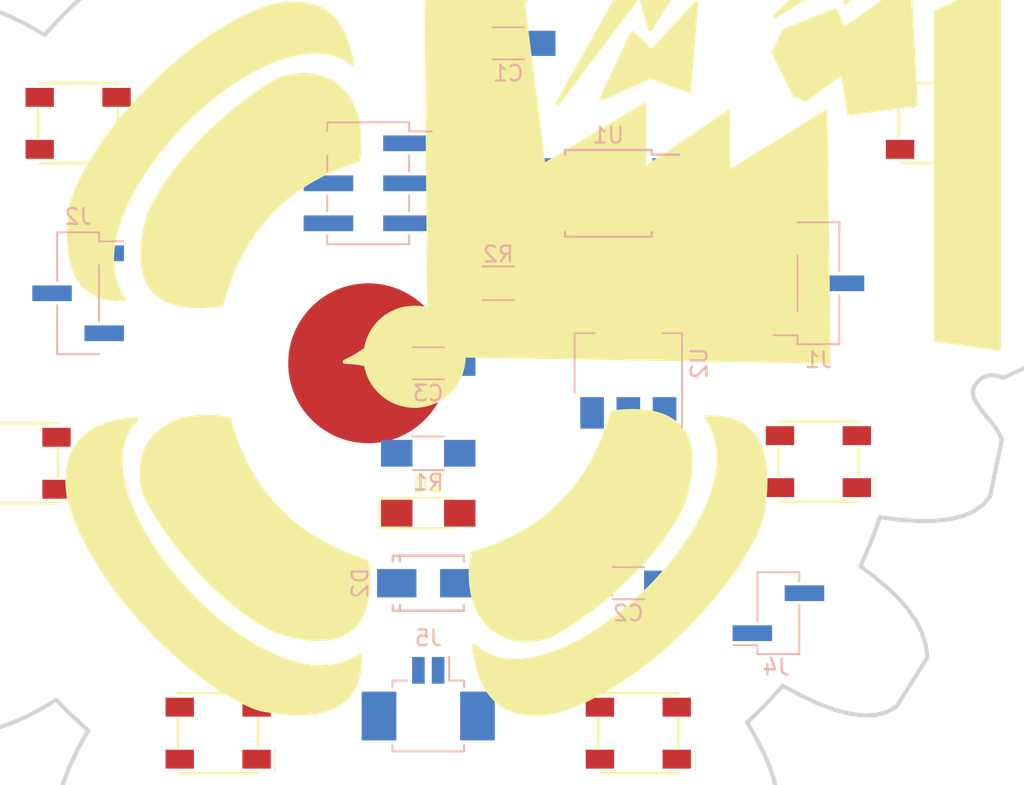
<source format=kicad_pcb>
(kicad_pcb (version 20171130) (host pcbnew 6.0.0-rc1-unknown-4ad37bc~66~ubuntu16.04.1)

  (general
    (thickness 1.6)
    (drawings 20)
    (tracks 0)
    (zones 0)
    (modules 26)
    (nets 19)
  )

  (page USLetter)
  (title_block
    (title "Project Title")
  )

  (layers
    (0 F.Cu signal hide)
    (31 B.Cu signal)
    (34 B.Paste user)
    (35 F.Paste user)
    (36 B.SilkS user)
    (37 F.SilkS user hide)
    (38 B.Mask user)
    (39 F.Mask user hide)
    (44 Edge.Cuts user)
    (46 B.CrtYd user)
    (47 F.CrtYd user)
    (48 B.Fab user)
    (49 F.Fab user)
  )

  (setup
    (last_trace_width 0.254)
    (user_trace_width 0.1524)
    (user_trace_width 0.254)
    (user_trace_width 0.3302)
    (user_trace_width 0.508)
    (user_trace_width 0.762)
    (user_trace_width 1.27)
    (trace_clearance 0.254)
    (zone_clearance 0.508)
    (zone_45_only no)
    (trace_min 0.1524)
    (via_size 0.6858)
    (via_drill 0.3302)
    (via_min_size 0.6858)
    (via_min_drill 0.3302)
    (user_via 0.6858 0.3302)
    (user_via 0.762 0.4064)
    (user_via 0.8636 0.508)
    (uvia_size 0.6858)
    (uvia_drill 0.3302)
    (uvias_allowed no)
    (uvia_min_size 0)
    (uvia_min_drill 0)
    (edge_width 0.1524)
    (segment_width 0.1524)
    (pcb_text_width 0.1524)
    (pcb_text_size 1.016 1.016)
    (mod_edge_width 0.1524)
    (mod_text_size 1.016 1.016)
    (mod_text_width 0.1524)
    (pad_size 1.524 1.524)
    (pad_drill 0.762)
    (pad_to_mask_clearance 0.0762)
    (solder_mask_min_width 0.1016)
    (pad_to_paste_clearance -0.0762)
    (aux_axis_origin 0 0)
    (visible_elements FFFFDF7D)
    (pcbplotparams
      (layerselection 0x310fc_80000001)
      (usegerberextensions true)
      (usegerberattributes false)
      (usegerberadvancedattributes false)
      (creategerberjobfile false)
      (excludeedgelayer true)
      (linewidth 0.100000)
      (plotframeref false)
      (viasonmask false)
      (mode 1)
      (useauxorigin false)
      (hpglpennumber 1)
      (hpglpenspeed 20)
      (hpglpendiameter 15.000000)
      (psnegative false)
      (psa4output false)
      (plotreference true)
      (plotvalue true)
      (plotinvisibletext false)
      (padsonsilk false)
      (subtractmaskfromsilk false)
      (outputformat 1)
      (mirror false)
      (drillshape 0)
      (scaleselection 1)
      (outputdirectory "gerbers"))
  )

  (net 0 "")
  (net 1 +5V)
  (net 2 GND)
  (net 3 VCC)
  (net 4 MISO-1-PWM)
  (net 5 "Net-(D1-Pad2)")
  (net 6 VBAT)
  (net 7 3-A3)
  (net 8 SCK-2-A1)
  (net 9 MOSI-0-PWM)
  (net 10 RESET)
  (net 11 "Net-(LED1-Pad4)")
  (net 12 4-A2)
  (net 13 "Net-(LED2-Pad4)")
  (net 14 "Net-(LED3-Pad4)")
  (net 15 "Net-(LED4-Pad4)")
  (net 16 "Net-(LED5-Pad4)")
  (net 17 "Net-(LED6-Pad4)")
  (net 18 "Net-(LED7-Pad4)")

  (net_class Default "This is the default net class."
    (clearance 0.254)
    (trace_width 0.254)
    (via_dia 0.6858)
    (via_drill 0.3302)
    (uvia_dia 0.6858)
    (uvia_drill 0.3302)
    (add_net +5V)
    (add_net 3-A3)
    (add_net 4-A2)
    (add_net GND)
    (add_net MISO-1-PWM)
    (add_net MOSI-0-PWM)
    (add_net "Net-(D1-Pad2)")
    (add_net "Net-(LED1-Pad4)")
    (add_net "Net-(LED2-Pad4)")
    (add_net "Net-(LED3-Pad4)")
    (add_net "Net-(LED4-Pad4)")
    (add_net "Net-(LED5-Pad4)")
    (add_net "Net-(LED6-Pad4)")
    (add_net "Net-(LED7-Pad4)")
    (add_net RESET)
    (add_net SCK-2-A1)
    (add_net VBAT)
    (add_net VCC)
  )

  (module Granabot_Footprints:DIODE-SMA (layer B.Cu) (tedit 5BE214A8) (tstamp 5BE26170)
    (at 131.445 123.19)
    (descr "Diode SMA")
    (tags "Diode SMA")
    (path /598120B7)
    (attr smd)
    (fp_text reference D2 (at 0 0) (layer B.Fab)
      (effects (font (size 2.032 2.032) (thickness 0.254)) (justify mirror))
    )
    (fp_text value MBRA140 (at 0 0) (layer B.Fab) hide
      (effects (font (size 1 1) (thickness 0.15)) (justify mirror))
    )
    (fp_line (start -3.5 2) (end 3.5 2) (layer B.Fab) (width 0.05))
    (fp_line (start 3.5 2) (end 3.5 -2) (layer B.Fab) (width 0.05))
    (fp_line (start 3.5 -2) (end -3.5 -2) (layer B.Fab) (width 0.05))
    (fp_line (start -3.5 -2) (end -3.5 2) (layer B.Fab) (width 0.05))
    (fp_line (start -2.25044 1.75006) (end 2.25044 1.75006) (layer B.SilkS) (width 0.15))
    (fp_line (start -2.25044 -1.75006) (end 2.25044 -1.75006) (layer B.SilkS) (width 0.15))
    (fp_line (start 2.25044 1.75006) (end 2.25044 1.39954) (layer B.SilkS) (width 0.15))
    (fp_line (start -2.25044 1.75006) (end -2.25044 1.39954) (layer B.SilkS) (width 0.15))
    (fp_line (start -2.25044 -1.75006) (end -2.25044 -1.39954) (layer B.SilkS) (width 0.15))
    (fp_line (start 2.25044 -1.75006) (end 2.25044 -1.39954) (layer B.SilkS) (width 0.15))
    (fp_line (start -1.79914 1.75006) (end -1.79914 1.39954) (layer B.SilkS) (width 0.15))
    (fp_line (start -1.79914 -1.75006) (end -1.79914 -1.39954) (layer B.SilkS) (width 0.15))
    (fp_line (start -3.5 -2) (end -3.5 2) (layer B.CrtYd) (width 0.05))
    (fp_line (start 3.5 -2) (end -3.5 -2) (layer B.CrtYd) (width 0.05))
    (fp_line (start 3.5 2) (end 3.5 -2) (layer B.CrtYd) (width 0.05))
    (fp_line (start -3.5 2) (end 3.5 2) (layer B.CrtYd) (width 0.05))
    (fp_text user %R (at -4.318 0 270) (layer B.SilkS)
      (effects (font (size 1 1) (thickness 0.15)) (justify mirror))
    )
    (fp_line (start -3.048 1.524) (end -3.048 -1.524) (layer B.Fab) (width 0.1))
    (pad 2 smd rect (at 1.99898 0) (size 2.49936 1.80086) (layers B.Cu B.Paste B.Mask)
      (net 6 VBAT))
    (pad 1 smd rect (at -1.99898 0) (size 2.49936 1.80086) (layers B.Cu B.Paste B.Mask)
      (net 3 VCC))
  )

  (module MountingHole:MountingHole_3.2mm_M3_Pad (layer F.Cu) (tedit 5BE205DB) (tstamp 5BE31B5C)
    (at 113.03 82.55)
    (descr "Mounting Hole 3.2mm, M3")
    (tags "mounting hole 3.2mm m3")
    (attr virtual)
    (fp_text reference REF** (at 0 -4.2) (layer F.SilkS)
      (effects (font (size 1 1) (thickness 0.15)))
    )
    (fp_text value MountingHole_3.2mm_M3_Pad (at 0 4.2) (layer F.Fab)
      (effects (font (size 1 1) (thickness 0.15)))
    )
    (fp_text user %R (at 0.3 0) (layer F.Fab)
      (effects (font (size 1 1) (thickness 0.15)))
    )
    (fp_circle (center 0 0) (end 3.2 0) (layer Cmts.User) (width 0.15))
    (fp_circle (center 0 0) (end 3.45 0) (layer F.CrtYd) (width 0.05))
    (pad 1 thru_hole circle (at 0 0) (size 6.4 6.4) (drill 5) (layers *.Cu *.Mask))
  )

  (module MountingHole:MountingHole_3.2mm_M3_Pad (layer F.Cu) (tedit 5BE205DB) (tstamp 5BE2D98A)
    (at 164.465 82.55)
    (descr "Mounting Hole 3.2mm, M3")
    (tags "mounting hole 3.2mm m3")
    (attr virtual)
    (fp_text reference REF** (at 0 -4.2) (layer F.SilkS)
      (effects (font (size 1 1) (thickness 0.15)))
    )
    (fp_text value MountingHole_3.2mm_M3_Pad (at 0 4.2) (layer F.Fab)
      (effects (font (size 1 1) (thickness 0.15)))
    )
    (fp_circle (center 0 0) (end 3.45 0) (layer F.CrtYd) (width 0.05))
    (fp_circle (center 0 0) (end 3.2 0) (layer Cmts.User) (width 0.15))
    (fp_text user %R (at 0.3 0) (layer F.Fab)
      (effects (font (size 1 1) (thickness 0.15)))
    )
    (pad 1 thru_hole circle (at 0 0) (size 6.4 6.4) (drill 5) (layers *.Cu *.Mask))
  )

  (module DGCFT:Dgcft.All.01 (layer F.Cu) (tedit 5BE20512) (tstamp 5BE2CBBE)
    (at 137.1092 97.6376)
    (descr "Imported from dgcft_Badge.svg")
    (tags svg2mod)
    (attr smd)
    (fp_text reference svg2mod (at 0 -51.928382) (layer F.SilkS) hide
      (effects (font (size 1.524 1.524) (thickness 0.3048)))
    )
    (fp_text value G*** (at 0 51.928382) (layer F.SilkS) hide
      (effects (font (size 1.524 1.524) (thickness 0.3048)))
    )
    (fp_line (start -9.244784 -24.122644) (end -9.245054 -24.122779) (layer Edge.Cuts) (width 0.264516))
    (fp_line (start -9.244808 -24.122633) (end -9.244784 -24.122644) (layer Edge.Cuts) (width 0.264516))
    (fp_line (start -9.244836 -24.122622) (end -9.244808 -24.122633) (layer Edge.Cuts) (width 0.264516))
    (fp_line (start -9.244864 -24.122611) (end -9.244836 -24.122622) (layer Edge.Cuts) (width 0.264516))
    (fp_line (start -9.244892 -24.1226) (end -9.244864 -24.122611) (layer Edge.Cuts) (width 0.264516))
    (fp_line (start -9.244916 -24.122588) (end -9.244892 -24.1226) (layer Edge.Cuts) (width 0.264516))
    (fp_line (start -9.244944 -24.122577) (end -9.244916 -24.122588) (layer Edge.Cuts) (width 0.264516))
    (fp_line (start -9.244971 -24.122566) (end -9.244944 -24.122577) (layer Edge.Cuts) (width 0.264516))
    (fp_line (start -9.149485 -23.998601) (end -9.244971 -24.122566) (layer Edge.Cuts) (width 0.264516))
    (fp_line (start -9.05309 -23.888598) (end -9.149485 -23.998601) (layer Edge.Cuts) (width 0.264516))
    (fp_line (start -8.956057 -23.792179) (end -9.05309 -23.888598) (layer Edge.Cuts) (width 0.264516))
    (fp_line (start -8.858657 -23.708963) (end -8.956057 -23.792179) (layer Edge.Cuts) (width 0.264516))
    (fp_line (start -8.761164 -23.638571) (end -8.858657 -23.708963) (layer Edge.Cuts) (width 0.264516))
    (fp_line (start -8.66385 -23.580623) (end -8.761164 -23.638571) (layer Edge.Cuts) (width 0.264516))
    (fp_line (start -8.566987 -23.534739) (end -8.66385 -23.580623) (layer Edge.Cuts) (width 0.264516))
    (fp_line (start -8.470846 -23.500538) (end -8.566987 -23.534739) (layer Edge.Cuts) (width 0.264516))
    (fp_line (start -8.375699 -23.477641) (end -8.470846 -23.500538) (layer Edge.Cuts) (width 0.264516))
    (fp_line (start -8.281821 -23.465671) (end -8.375699 -23.477641) (layer Edge.Cuts) (width 0.264516))
    (fp_line (start -8.189482 -23.46425) (end -8.281821 -23.465671) (layer Edge.Cuts) (width 0.264516))
    (fp_line (start -8.098953 -23.472989) (end -8.189482 -23.46425) (layer Edge.Cuts) (width 0.264516))
    (fp_line (start -8.010507 -23.491515) (end -8.098953 -23.472989) (layer Edge.Cuts) (width 0.264516))
    (fp_line (start -7.924415 -23.519445) (end -8.010507 -23.491515) (layer Edge.Cuts) (width 0.264516))
    (fp_line (start -7.84095 -23.556399) (end -7.924415 -23.519445) (layer Edge.Cuts) (width 0.264516))
    (fp_line (start -7.760387 -23.602) (end -7.84095 -23.556399) (layer Edge.Cuts) (width 0.264516))
    (fp_line (start -7.682993 -23.655867) (end -7.760387 -23.602) (layer Edge.Cuts) (width 0.264516))
    (fp_line (start -7.609044 -23.71762) (end -7.682993 -23.655867) (layer Edge.Cuts) (width 0.264516))
    (fp_line (start -7.538808 -23.786878) (end -7.609044 -23.71762) (layer Edge.Cuts) (width 0.264516))
    (fp_line (start -7.472562 -23.863264) (end -7.538808 -23.786878) (layer Edge.Cuts) (width 0.264516))
    (fp_line (start -7.410576 -23.946396) (end -7.472562 -23.863264) (layer Edge.Cuts) (width 0.264516))
    (fp_line (start -7.353121 -24.035895) (end -7.410576 -23.946396) (layer Edge.Cuts) (width 0.264516))
    (fp_line (start -7.300471 -24.131381) (end -7.353121 -24.035895) (layer Edge.Cuts) (width 0.264516))
    (fp_line (start -7.252896 -24.232474) (end -7.300471 -24.131381) (layer Edge.Cuts) (width 0.264516))
    (fp_line (start -7.21067 -24.338795) (end -7.252896 -24.232474) (layer Edge.Cuts) (width 0.264516))
    (fp_line (start -7.174066 -24.449963) (end -7.21067 -24.338795) (layer Edge.Cuts) (width 0.264516))
    (fp_line (start -7.143352 -24.565598) (end -7.174066 -24.449963) (layer Edge.Cuts) (width 0.264516))
    (fp_line (start -7.118809 -24.685322) (end -7.143352 -24.565598) (layer Edge.Cuts) (width 0.264516))
    (fp_line (start -7.100679 -24.808753) (end -7.118809 -24.685322) (layer Edge.Cuts) (width 0.264516))
    (fp_line (start -7.089274 -24.935514) (end -7.100679 -24.808753) (layer Edge.Cuts) (width 0.264516))
    (fp_line (start -7.084837 -25.065222) (end -7.089274 -24.935514) (layer Edge.Cuts) (width 0.264516))
    (fp_line (start -7.08761 -25.197499) (end -7.084837 -25.065222) (layer Edge.Cuts) (width 0.264516))
    (fp_line (start -7.09846 -25.871919) (end -7.08761 -25.197499) (layer Edge.Cuts) (width 0.264516))
    (fp_line (start -7.109311 -26.546339) (end -7.09846 -25.871919) (layer Edge.Cuts) (width 0.264516))
    (fp_line (start -7.120161 -27.220759) (end -7.109311 -26.546339) (layer Edge.Cuts) (width 0.264516))
    (fp_line (start -7.131012 -27.89518) (end -7.120161 -27.220759) (layer Edge.Cuts) (width 0.264516))
    (fp_line (start -7.141862 -28.5696) (end -7.131012 -27.89518) (layer Edge.Cuts) (width 0.264516))
    (fp_line (start -7.152712 -29.24402) (end -7.141862 -28.5696) (layer Edge.Cuts) (width 0.264516))
    (fp_line (start -7.163563 -29.91844) (end -7.152712 -29.24402) (layer Edge.Cuts) (width 0.264516))
    (fp_line (start -7.174413 -30.59286) (end -7.163563 -29.91844) (layer Edge.Cuts) (width 0.264516))
    (fp_line (start -7.185263 -31.267281) (end -7.174413 -30.59286) (layer Edge.Cuts) (width 0.264516))
    (fp_line (start -7.196114 -31.941701) (end -7.185263 -31.267281) (layer Edge.Cuts) (width 0.264516))
    (fp_line (start -7.206964 -32.616121) (end -7.196114 -31.941701) (layer Edge.Cuts) (width 0.264516))
    (fp_line (start -7.217814 -33.290541) (end -7.206964 -32.616121) (layer Edge.Cuts) (width 0.264516))
    (fp_line (start -7.239515 -34.639381) (end -7.217814 -33.290541) (layer Edge.Cuts) (width 0.264516))
    (fp_line (start -7.261216 -35.988222) (end -7.239515 -34.639381) (layer Edge.Cuts) (width 0.264516))
    (fp_line (start -7.282916 -37.337062) (end -7.261216 -35.988222) (layer Edge.Cuts) (width 0.264516))
    (fp_line (start -7.304617 -38.685902) (end -7.282916 -37.337062) (layer Edge.Cuts) (width 0.264516))
    (fp_line (start -7.326318 -40.034743) (end -7.304617 -38.685902) (layer Edge.Cuts) (width 0.264516))
    (fp_line (start -7.348018 -41.383583) (end -7.326318 -40.034743) (layer Edge.Cuts) (width 0.264516))
    (fp_line (start -6.020497 -41.37041) (end -7.348018 -41.383583) (layer Edge.Cuts) (width 0.264516))
    (fp_line (start -4.692976 -41.357237) (end -6.020497 -41.37041) (layer Edge.Cuts) (width 0.264516))
    (fp_line (start -3.365455 -41.344064) (end -4.692976 -41.357237) (layer Edge.Cuts) (width 0.264516))
    (fp_line (start -3.033577 -41.340771) (end -3.365455 -41.344064) (layer Edge.Cuts) (width 0.264516))
    (fp_line (start -2.701695 -41.337478) (end -3.033577 -41.340771) (layer Edge.Cuts) (width 0.264516))
    (fp_line (start -2.369816 -41.334185) (end -2.701695 -41.337478) (layer Edge.Cuts) (width 0.264516))
    (fp_line (start -2.037935 -41.330891) (end -2.369816 -41.334185) (layer Edge.Cuts) (width 0.264516))
    (fp_line (start -1.904233 -40.138829) (end -2.037935 -41.330891) (layer Edge.Cuts) (width 0.264516))
    (fp_line (start -1.770531 -38.946766) (end -1.904233 -40.138829) (layer Edge.Cuts) (width 0.264516))
    (fp_line (start -1.636829 -37.754704) (end -1.770531 -38.946766) (layer Edge.Cuts) (width 0.264516))
    (fp_line (start -1.503127 -36.562641) (end -1.636829 -37.754704) (layer Edge.Cuts) (width 0.264516))
    (fp_line (start -1.369425 -35.370579) (end -1.503127 -36.562641) (layer Edge.Cuts) (width 0.264516))
    (fp_line (start -1.235723 -34.178516) (end -1.369425 -35.370579) (layer Edge.Cuts) (width 0.264516))
    (fp_line (start -1.102021 -32.986454) (end -1.235723 -34.178516) (layer Edge.Cuts) (width 0.264516))
    (fp_line (start -1.035168 -32.390422) (end -1.102021 -32.986454) (layer Edge.Cuts) (width 0.264516))
    (fp_line (start -0.968319 -31.794391) (end -1.035168 -32.390422) (layer Edge.Cuts) (width 0.264516))
    (fp_line (start -0.901466 -31.19836) (end -0.968319 -31.794391) (layer Edge.Cuts) (width 0.264516))
    (fp_line (start -0.834617 -30.602329) (end -0.901466 -31.19836) (layer Edge.Cuts) (width 0.264516))
    (fp_line (start -0.767764 -30.006297) (end -0.834617 -30.602329) (layer Edge.Cuts) (width 0.264516))
    (fp_line (start -0.700915 -29.410266) (end -0.767764 -30.006297) (layer Edge.Cuts) (width 0.264516))
    (fp_line (start -0.634062 -28.814235) (end -0.700915 -29.410266) (layer Edge.Cuts) (width 0.264516))
    (fp_line (start -0.567213 -28.218203) (end -0.634062 -28.814235) (layer Edge.Cuts) (width 0.264516))
    (fp_line (start -0.50036 -27.622172) (end -0.567213 -28.218203) (layer Edge.Cuts) (width 0.264516))
    (fp_line (start -0.433511 -27.026141) (end -0.50036 -27.622172) (layer Edge.Cuts) (width 0.264516))
    (fp_line (start -0.366659 -26.430109) (end -0.433511 -27.026141) (layer Edge.Cuts) (width 0.264516))
    (fp_line (start -0.299809 -25.834078) (end -0.366659 -26.430109) (layer Edge.Cuts) (width 0.264516))
    (fp_line (start -0.232957 -25.238047) (end -0.299809 -25.834078) (layer Edge.Cuts) (width 0.264516))
    (fp_line (start -0.166107 -24.642016) (end -0.232957 -25.238047) (layer Edge.Cuts) (width 0.264516))
    (fp_line (start -0.099255 -24.045984) (end -0.166107 -24.642016) (layer Edge.Cuts) (width 0.264516))
    (fp_line (start -0.032405 -23.449953) (end -0.099255 -24.045984) (layer Edge.Cuts) (width 0.264516))
    (fp_line (start 0.034447 -22.853922) (end -0.032405 -23.449953) (layer Edge.Cuts) (width 0.264516))
    (fp_line (start 0.101296 -22.257891) (end 0.034447 -22.853922) (layer Edge.Cuts) (width 0.264516))
    (fp_line (start 0.173921 -22.242908) (end 0.101296 -22.257891) (layer Edge.Cuts) (width 0.264516))
    (fp_line (start 0.246546 -22.227926) (end 0.173921 -22.242908) (layer Edge.Cuts) (width 0.264516))
    (fp_line (start 0.31917 -22.212943) (end 0.246546 -22.227926) (layer Edge.Cuts) (width 0.264516))
    (fp_line (start 0.391795 -22.197961) (end 0.31917 -22.212943) (layer Edge.Cuts) (width 0.264516))
    (fp_line (start 0.464419 -22.182978) (end 0.391795 -22.197961) (layer Edge.Cuts) (width 0.264516))
    (fp_line (start 0.53704 -22.167996) (end 0.464419 -22.182978) (layer Edge.Cuts) (width 0.264516))
    (fp_line (start 0.609665 -22.153013) (end 0.53704 -22.167996) (layer Edge.Cuts) (width 0.264516))
    (fp_line (start 0.682289 -22.138031) (end 0.609665 -22.153013) (layer Edge.Cuts) (width 0.264516))
    (fp_line (start 0.972787 -22.078098) (end 0.682289 -22.138031) (layer Edge.Cuts) (width 0.264516))
    (fp_line (start 1.263282 -22.018165) (end 0.972787 -22.078098) (layer Edge.Cuts) (width 0.264516))
    (fp_line (start 1.55378 -21.958232) (end 1.263282 -22.018165) (layer Edge.Cuts) (width 0.264516))
    (fp_line (start 1.844275 -21.898298) (end 1.55378 -21.958232) (layer Edge.Cuts) (width 0.264516))
    (fp_line (start 2.134773 -21.838365) (end 1.844275 -21.898298) (layer Edge.Cuts) (width 0.264516))
    (fp_line (start 2.425268 -21.778432) (end 2.134773 -21.838365) (layer Edge.Cuts) (width 0.264516))
    (fp_line (start 2.552404 -21.738003) (end 2.425268 -21.778432) (layer Edge.Cuts) (width 0.264516))
    (fp_line (start 2.67954 -21.697575) (end 2.552404 -21.738003) (layer Edge.Cuts) (width 0.264516))
    (fp_line (start 2.806676 -21.657146) (end 2.67954 -21.697575) (layer Edge.Cuts) (width 0.264516))
    (fp_line (start 2.933813 -21.616717) (end 2.806676 -21.657146) (layer Edge.Cuts) (width 0.264516))
    (fp_line (start 3.060949 -21.576288) (end 2.933813 -21.616717) (layer Edge.Cuts) (width 0.264516))
    (fp_line (start 3.188085 -21.535859) (end 3.060949 -21.576288) (layer Edge.Cuts) (width 0.264516))
    (fp_line (start 3.315222 -21.495431) (end 3.188085 -21.535859) (layer Edge.Cuts) (width 0.264516))
    (fp_line (start 3.442358 -21.455002) (end 3.315222 -21.495431) (layer Edge.Cuts) (width 0.264516))
    (fp_line (start 3.882657 -22.806052) (end 3.442358 -21.455002) (layer Edge.Cuts) (width 0.264516))
    (fp_line (start 4.322952 -24.157102) (end 3.882657 -22.806052) (layer Edge.Cuts) (width 0.264516))
    (fp_line (start 4.763251 -25.508153) (end 4.322952 -24.157102) (layer Edge.Cuts) (width 0.264516))
    (fp_line (start 5.203546 -26.859203) (end 4.763251 -25.508153) (layer Edge.Cuts) (width 0.264516))
    (fp_line (start 5.643845 -28.210253) (end 5.203546 -26.859203) (layer Edge.Cuts) (width 0.264516))
    (fp_line (start 6.08414 -29.561304) (end 5.643845 -28.210253) (layer Edge.Cuts) (width 0.264516))
    (fp_line (start 6.524439 -30.912354) (end 6.08414 -29.561304) (layer Edge.Cuts) (width 0.264516))
    (fp_line (start 6.964734 -32.263404) (end 6.524439 -30.912354) (layer Edge.Cuts) (width 0.264516))
    (fp_line (start 7.050566 -32.475351) (end 6.964734 -32.263404) (layer Edge.Cuts) (width 0.264516))
    (fp_line (start 7.136399 -32.687299) (end 7.050566 -32.475351) (layer Edge.Cuts) (width 0.264516))
    (fp_line (start 7.222231 -32.899246) (end 7.136399 -32.687299) (layer Edge.Cuts) (width 0.264516))
    (fp_line (start 7.308059 -33.111193) (end 7.222231 -32.899246) (layer Edge.Cuts) (width 0.264516))
    (fp_line (start 7.393892 -33.323141) (end 7.308059 -33.111193) (layer Edge.Cuts) (width 0.264516))
    (fp_line (start 7.479724 -33.535088) (end 7.393892 -33.323141) (layer Edge.Cuts) (width 0.264516))
    (fp_line (start 7.651388 -33.958983) (end 7.479724 -33.535088) (layer Edge.Cuts) (width 0.264516))
    (fp_line (start 8.360404 -35.675519) (end 7.651388 -33.958983) (layer Edge.Cuts) (width 0.264516))
    (fp_line (start 9.069424 -37.392054) (end 8.360404 -35.675519) (layer Edge.Cuts) (width 0.264516))
    (fp_line (start 9.778441 -39.10859) (end 9.069424 -37.392054) (layer Edge.Cuts) (width 0.264516))
    (fp_line (start 10.487457 -40.825126) (end 9.778441 -39.10859) (layer Edge.Cuts) (width 0.264516))
    (fp_line (start 10.780035 -40.316407) (end 10.487457 -40.825126) (layer Edge.Cuts) (width 0.264516))
    (fp_line (start 11.072614 -39.807689) (end 10.780035 -40.316407) (layer Edge.Cuts) (width 0.264516))
    (fp_line (start 11.365192 -39.298971) (end 11.072614 -39.807689) (layer Edge.Cuts) (width 0.264516))
    (fp_line (start 11.65777 -38.790252) (end 11.365192 -39.298971) (layer Edge.Cuts) (width 0.264516))
    (fp_line (start 12.715072 -41.312785) (end 11.65777 -38.790252) (layer Edge.Cuts) (width 0.264516))
    (fp_line (start 13.243723 -42.574051) (end 12.715072 -41.312785) (layer Edge.Cuts) (width 0.264516))
    (fp_line (start 13.772374 -43.835317) (end 13.243723 -42.574051) (layer Edge.Cuts) (width 0.264516))
    (fp_line (start 14.301025 -45.096584) (end 13.772374 -43.835317) (layer Edge.Cuts) (width 0.264516))
    (fp_line (start 14.829676 -46.35785) (end 14.301025 -45.096584) (layer Edge.Cuts) (width 0.264516))
    (fp_line (start 15.358328 -47.619116) (end 14.829676 -46.35785) (layer Edge.Cuts) (width 0.264516))
    (fp_line (start 15.886979 -48.880382) (end 15.358328 -47.619116) (layer Edge.Cuts) (width 0.264516))
    (fp_line (start 15.485637 -46.613509) (end 15.886979 -48.880382) (layer Edge.Cuts) (width 0.264516))
    (fp_line (start 15.084296 -44.346636) (end 15.485637 -46.613509) (layer Edge.Cuts) (width 0.264516))
    (fp_line (start 14.682954 -42.079762) (end 15.084296 -44.346636) (layer Edge.Cuts) (width 0.264516))
    (fp_line (start 14.281613 -39.812889) (end 14.682954 -42.079762) (layer Edge.Cuts) (width 0.264516))
    (fp_line (start 13.880271 -37.546016) (end 14.281613 -39.812889) (layer Edge.Cuts) (width 0.264516))
    (fp_line (start 13.478929 -35.279142) (end 13.880271 -37.546016) (layer Edge.Cuts) (width 0.264516))
    (fp_line (start 13.077588 -33.012269) (end 13.478929 -35.279142) (layer Edge.Cuts) (width 0.264516))
    (fp_line (start 12.876919 -31.878832) (end 13.077588 -33.012269) (layer Edge.Cuts) (width 0.264516))
    (fp_line (start 12.676246 -30.745395) (end 12.876919 -31.878832) (layer Edge.Cuts) (width 0.264516))
    (fp_line (start 12.580795 -30.758156) (end 12.676246 -30.745395) (layer Edge.Cuts) (width 0.264516))
    (fp_line (start 12.485339 -30.77092) (end 12.580795 -30.758156) (layer Edge.Cuts) (width 0.264516))
    (fp_line (start 12.389887 -30.78368) (end 12.485339 -30.77092) (layer Edge.Cuts) (width 0.264516))
    (fp_line (start 12.294432 -30.796441) (end 12.389887 -30.78368) (layer Edge.Cuts) (width 0.264516))
    (fp_line (start 12.103525 -30.821961) (end 12.294432 -30.796441) (layer Edge.Cuts) (width 0.264516))
    (fp_line (start 11.912614 -30.847486) (end 12.103525 -30.821961) (layer Edge.Cuts) (width 0.264516))
    (fp_line (start 11.721707 -30.873007) (end 11.912614 -30.847486) (layer Edge.Cuts) (width 0.264516))
    (fp_line (start 11.5308 -30.898531) (end 11.721707 -30.873007) (layer Edge.Cuts) (width 0.264516))
    (fp_line (start 11.339893 -30.924052) (end 11.5308 -30.898531) (layer Edge.Cuts) (width 0.264516))
    (fp_line (start 11.148985 -30.949576) (end 11.339893 -30.924052) (layer Edge.Cuts) (width 0.264516))
    (fp_line (start 11.063167 -30.511006) (end 11.148985 -30.949576) (layer Edge.Cuts) (width 0.264516))
    (fp_line (start 10.835729 -29.350628) (end 11.063167 -30.511006) (layer Edge.Cuts) (width 0.264516))
    (fp_line (start 10.511692 -27.701444) (end 10.835729 -29.350628) (layer Edge.Cuts) (width 0.264516))
    (fp_line (start 10.136083 -25.796454) (end 10.511692 -27.701444) (layer Edge.Cuts) (width 0.264516))
    (fp_line (start 9.753918 -23.868659) (end 10.136083 -25.796454) (layer Edge.Cuts) (width 0.264516))
    (fp_line (start 9.410222 -22.151059) (end 9.753918 -23.868659) (layer Edge.Cuts) (width 0.264516))
    (fp_line (start 9.335584 -21.781807) (end 9.410222 -22.151059) (layer Edge.Cuts) (width 0.264516))
    (fp_line (start 9.26687 -21.443896) (end 9.335584 -21.781807) (layer Edge.Cuts) (width 0.264516))
    (fp_line (start 9.20478 -21.140965) (end 9.26687 -21.443896) (layer Edge.Cuts) (width 0.264516))
    (fp_line (start 9.150019 -20.876656) (end 9.20478 -21.140965) (layer Edge.Cuts) (width 0.264516))
    (fp_line (start 9.103289 -20.654609) (end 9.150019 -20.876656) (layer Edge.Cuts) (width 0.264516))
    (fp_line (start 9.065296 -20.478466) (end 9.103289 -20.654609) (layer Edge.Cuts) (width 0.264516))
    (fp_line (start 9.036731 -20.351864) (end 9.065296 -20.478466) (layer Edge.Cuts) (width 0.264516))
    (fp_line (start 9.018324 -20.278449) (end 9.036731 -20.351864) (layer Edge.Cuts) (width 0.264516))
    (fp_line (start 9.000679 -20.129224) (end 9.018324 -20.278449) (layer Edge.Cuts) (width 0.264516))
    (fp_line (start 8.997906 -19.988229) (end 9.000679 -20.129224) (layer Edge.Cuts) (width 0.264516))
    (fp_line (start 9.009449 -19.8554) (end 8.997906 -19.988229) (layer Edge.Cuts) (width 0.264516))
    (fp_line (start 9.034374 -19.730687) (end 9.009449 -19.8554) (layer Edge.Cuts) (width 0.264516))
    (fp_line (start 9.071861 -19.614041) (end 9.034374 -19.730687) (layer Edge.Cuts) (width 0.264516))
    (fp_line (start 9.121104 -19.505398) (end 9.071861 -19.614041) (layer Edge.Cuts) (width 0.264516))
    (fp_line (start 9.181294 -19.404716) (end 9.121104 -19.505398) (layer Edge.Cuts) (width 0.264516))
    (fp_line (start 9.251624 -19.311929) (end 9.181294 -19.404716) (layer Edge.Cuts) (width 0.264516))
    (fp_line (start 9.331282 -19.226992) (end 9.251624 -19.311929) (layer Edge.Cuts) (width 0.264516))
    (fp_line (start 9.419457 -19.149843) (end 9.331282 -19.226992) (layer Edge.Cuts) (width 0.264516))
    (fp_line (start 9.515343 -19.080436) (end 9.419457 -19.149843) (layer Edge.Cuts) (width 0.264516))
    (fp_line (start 9.61813 -19.01871) (end 9.515343 -19.080436) (layer Edge.Cuts) (width 0.264516))
    (fp_line (start 9.727004 -18.964614) (end 9.61813 -19.01871) (layer Edge.Cuts) (width 0.264516))
    (fp_line (start 9.841161 -18.918093) (end 9.727004 -18.964614) (layer Edge.Cuts) (width 0.264516))
    (fp_line (start 9.959791 -18.879091) (end 9.841161 -18.918093) (layer Edge.Cuts) (width 0.264516))
    (fp_line (start 10.082084 -18.847545) (end 9.959791 -18.879091) (layer Edge.Cuts) (width 0.264516))
    (fp_line (start 10.207231 -18.823418) (end 10.082084 -18.847545) (layer Edge.Cuts) (width 0.264516))
    (fp_line (start 10.334419 -18.80664) (end 10.207231 -18.823418) (layer Edge.Cuts) (width 0.264516))
    (fp_line (start 10.462841 -18.797176) (end 10.334419 -18.80664) (layer Edge.Cuts) (width 0.264516))
    (fp_line (start 10.591687 -18.795096) (end 10.462841 -18.797176) (layer Edge.Cuts) (width 0.264516))
    (fp_line (start 10.720151 -18.800088) (end 10.591687 -18.795096) (layer Edge.Cuts) (width 0.264516))
    (fp_line (start 10.847419 -18.812221) (end 10.720151 -18.800088) (layer Edge.Cuts) (width 0.264516))
    (fp_line (start 10.972683 -18.831425) (end 10.847419 -18.812221) (layer Edge.Cuts) (width 0.264516))
    (fp_line (start 11.095136 -18.857667) (end 10.972683 -18.831425) (layer Edge.Cuts) (width 0.264516))
    (fp_line (start 11.213966 -18.890912) (end 11.095136 -18.857667) (layer Edge.Cuts) (width 0.264516))
    (fp_line (start 11.328366 -18.931072) (end 11.213966 -18.890912) (layer Edge.Cuts) (width 0.264516))
    (fp_line (start 11.437521 -18.978106) (end 11.328366 -18.931072) (layer Edge.Cuts) (width 0.264516))
    (fp_line (start 11.540628 -19.031956) (end 11.437521 -18.978106) (layer Edge.Cuts) (width 0.264516))
    (fp_line (start 11.636877 -19.092572) (end 11.540628 -19.031956) (layer Edge.Cuts) (width 0.264516))
    (fp_line (start 11.725451 -19.159896) (end 11.636877 -19.092572) (layer Edge.Cuts) (width 0.264516))
    (fp_line (start 11.805549 -19.233873) (end 11.725451 -19.159896) (layer Edge.Cuts) (width 0.264516))
    (fp_line (start 11.876361 -19.314453) (end 11.805549 -19.233873) (layer Edge.Cuts) (width 0.264516))
    (fp_line (start 11.903296 -19.392531) (end 11.876361 -19.314453) (layer Edge.Cuts) (width 0.264516))
    (fp_line (start 11.931618 -19.498763) (end 11.903296 -19.392531) (layer Edge.Cuts) (width 0.264516))
    (fp_line (start 11.961188 -19.631148) (end 11.931618 -19.498763) (layer Edge.Cuts) (width 0.264516))
    (fp_line (start 11.991832 -19.787674) (end 11.961188 -19.631148) (layer Edge.Cuts) (width 0.264516))
    (fp_line (start 12.023413 -19.966327) (end 11.991832 -19.787674) (layer Edge.Cuts) (width 0.264516))
    (fp_line (start 12.05579 -20.165103) (end 12.023413 -19.966327) (layer Edge.Cuts) (width 0.264516))
    (fp_line (start 12.088827 -20.381992) (end 12.05579 -20.165103) (layer Edge.Cuts) (width 0.264516))
    (fp_line (start 12.122348 -20.614985) (end 12.088827 -20.381992) (layer Edge.Cuts) (width 0.264516))
    (fp_line (start 12.258584 -21.667806) (end 12.122348 -20.614985) (layer Edge.Cuts) (width 0.264516))
    (fp_line (start 12.391108 -22.817549) (end 12.258584 -21.667806) (layer Edge.Cuts) (width 0.264516))
    (fp_line (start 12.51052 -23.935628) (end 12.391108 -22.817549) (layer Edge.Cuts) (width 0.264516))
    (fp_line (start 12.607446 -24.893457) (end 12.51052 -23.935628) (layer Edge.Cuts) (width 0.264516))
    (fp_line (start 12.672485 -25.562451) (end 12.607446 -24.893457) (layer Edge.Cuts) (width 0.264516))
    (fp_line (start 12.696231 -25.814023) (end 12.672485 -25.562451) (layer Edge.Cuts) (width 0.264516))
    (fp_line (start 12.72015 -26.012254) (end 12.696231 -25.814023) (layer Edge.Cuts) (width 0.264516))
    (fp_line (start 12.74407 -26.210485) (end 12.72015 -26.012254) (layer Edge.Cuts) (width 0.264516))
    (fp_line (start 12.767989 -26.408715) (end 12.74407 -26.210485) (layer Edge.Cuts) (width 0.264516))
    (fp_line (start 12.791908 -26.606946) (end 12.767989 -26.408715) (layer Edge.Cuts) (width 0.264516))
    (fp_line (start 12.815828 -26.805177) (end 12.791908 -26.606946) (layer Edge.Cuts) (width 0.264516))
    (fp_line (start 12.839747 -27.003407) (end 12.815828 -26.805177) (layer Edge.Cuts) (width 0.264516))
    (fp_line (start 12.863666 -27.201638) (end 12.839747 -27.003407) (layer Edge.Cuts) (width 0.264516))
    (fp_line (start 12.887586 -27.399869) (end 12.863666 -27.201638) (layer Edge.Cuts) (width 0.264516))
    (fp_line (start 13.034592 -27.399869) (end 12.887586 -27.399869) (layer Edge.Cuts) (width 0.264516))
    (fp_line (start 13.181595 -27.399869) (end 13.034592 -27.399869) (layer Edge.Cuts) (width 0.264516))
    (fp_line (start 13.328598 -27.399869) (end 13.181595 -27.399869) (layer Edge.Cuts) (width 0.264516))
    (fp_line (start 13.475602 -27.399869) (end 13.328598 -27.399869) (layer Edge.Cuts) (width 0.264516))
    (fp_line (start 13.622608 -27.399869) (end 13.475602 -27.399869) (layer Edge.Cuts) (width 0.264516))
    (fp_line (start 13.769611 -27.399869) (end 13.622608 -27.399869) (layer Edge.Cuts) (width 0.264516))
    (fp_line (start 13.916615 -27.399869) (end 13.769611 -27.399869) (layer Edge.Cuts) (width 0.264516))
    (fp_line (start 14.063618 -27.399869) (end 13.916615 -27.399869) (layer Edge.Cuts) (width 0.264516))
    (fp_line (start 14.210621 -27.399869) (end 14.063618 -27.399869) (layer Edge.Cuts) (width 0.264516))
    (fp_line (start 14.357624 -27.399869) (end 14.210621 -27.399869) (layer Edge.Cuts) (width 0.264516))
    (fp_line (start 14.504631 -27.399869) (end 14.357624 -27.399869) (layer Edge.Cuts) (width 0.264516))
    (fp_line (start 14.651634 -27.399869) (end 14.504631 -27.399869) (layer Edge.Cuts) (width 0.264516))
    (fp_line (start 14.79864 -27.399869) (end 14.651634 -27.399869) (layer Edge.Cuts) (width 0.264516))
    (fp_line (start 14.945643 -27.399869) (end 14.79864 -27.399869) (layer Edge.Cuts) (width 0.264516))
    (fp_line (start 15.092647 -27.399869) (end 14.945643 -27.399869) (layer Edge.Cuts) (width 0.264516))
    (fp_line (start 15.23965 -27.399869) (end 15.092647 -27.399869) (layer Edge.Cuts) (width 0.264516))
    (fp_line (start 15.246791 -27.005655) (end 15.23965 -27.399869) (layer Edge.Cuts) (width 0.264516))
    (fp_line (start 15.253932 -26.611441) (end 15.246791 -27.005655) (layer Edge.Cuts) (width 0.264516))
    (fp_line (start 15.261073 -26.217226) (end 15.253932 -26.611441) (layer Edge.Cuts) (width 0.264516))
    (fp_line (start 15.268214 -25.823012) (end 15.261073 -26.217226) (layer Edge.Cuts) (width 0.264516))
    (fp_line (start 15.275355 -25.428798) (end 15.268214 -25.823012) (layer Edge.Cuts) (width 0.264516))
    (fp_line (start 15.282496 -25.034584) (end 15.275355 -25.428798) (layer Edge.Cuts) (width 0.264516))
    (fp_line (start 15.289638 -24.64037) (end 15.282496 -25.034584) (layer Edge.Cuts) (width 0.264516))
    (fp_line (start 15.296779 -24.246155) (end 15.289638 -24.64037) (layer Edge.Cuts) (width 0.264516))
    (fp_line (start 15.407667 -24.209428) (end 15.296779 -24.246155) (layer Edge.Cuts) (width 0.264516))
    (fp_line (start 15.518556 -24.1727) (end 15.407667 -24.209428) (layer Edge.Cuts) (width 0.264516))
    (fp_line (start 15.629444 -24.135973) (end 15.518556 -24.1727) (layer Edge.Cuts) (width 0.264516))
    (fp_line (start 15.740333 -24.099245) (end 15.629444 -24.135973) (layer Edge.Cuts) (width 0.264516))
    (fp_line (start 15.851221 -24.062517) (end 15.740333 -24.099245) (layer Edge.Cuts) (width 0.264516))
    (fp_line (start 15.962106 -24.02579) (end 15.851221 -24.062517) (layer Edge.Cuts) (width 0.264516))
    (fp_line (start 16.072995 -23.989062) (end 15.962106 -24.02579) (layer Edge.Cuts) (width 0.264516))
    (fp_line (start 16.183883 -23.952334) (end 16.072995 -23.989062) (layer Edge.Cuts) (width 0.264516))
    (fp_line (start 16.294113 -23.919766) (end 16.183883 -23.952334) (layer Edge.Cuts) (width 0.264516))
    (fp_line (start 16.404339 -23.887198) (end 16.294113 -23.919766) (layer Edge.Cuts) (width 0.264516))
    (fp_line (start 16.514569 -23.854629) (end 16.404339 -23.887198) (layer Edge.Cuts) (width 0.264516))
    (fp_line (start 16.624795 -23.822061) (end 16.514569 -23.854629) (layer Edge.Cuts) (width 0.264516))
    (fp_line (start 16.735025 -23.789493) (end 16.624795 -23.822061) (layer Edge.Cuts) (width 0.264516))
    (fp_line (start 16.845252 -23.756924) (end 16.735025 -23.789493) (layer Edge.Cuts) (width 0.264516))
    (fp_line (start 16.955481 -23.724356) (end 16.845252 -23.756924) (layer Edge.Cuts) (width 0.264516))
    (fp_line (start 17.065708 -23.691787) (end 16.955481 -23.724356) (layer Edge.Cuts) (width 0.264516))
    (fp_line (start 17.80324 -24.931549) (end 17.065708 -23.691787) (layer Edge.Cuts) (width 0.264516))
    (fp_line (start 18.540773 -26.171311) (end 17.80324 -24.931549) (layer Edge.Cuts) (width 0.264516))
    (fp_line (start 19.278305 -27.411072) (end 18.540773 -26.171311) (layer Edge.Cuts) (width 0.264516))
    (fp_line (start 20.015838 -28.650834) (end 19.278305 -27.411072) (layer Edge.Cuts) (width 0.264516))
    (fp_line (start 20.75337 -29.890596) (end 20.015838 -28.650834) (layer Edge.Cuts) (width 0.264516))
    (fp_line (start 21.490903 -31.130357) (end 20.75337 -29.890596) (layer Edge.Cuts) (width 0.264516))
    (fp_line (start 21.859669 -31.750238) (end 21.490903 -31.130357) (layer Edge.Cuts) (width 0.264516))
    (fp_line (start 22.228435 -32.370119) (end 21.859669 -31.750238) (layer Edge.Cuts) (width 0.264516))
    (fp_line (start 22.597201 -32.99) (end 22.228435 -32.370119) (layer Edge.Cuts) (width 0.264516))
    (fp_line (start 22.965968 -33.609881) (end 22.597201 -32.99) (layer Edge.Cuts) (width 0.264516))
    (fp_line (start 23.073961 -33.641523) (end 22.965968 -33.609881) (layer Edge.Cuts) (width 0.264516))
    (fp_line (start 23.181952 -33.673166) (end 23.073961 -33.641523) (layer Edge.Cuts) (width 0.264516))
    (fp_line (start 23.39794 -33.73645) (end 23.181952 -33.673166) (layer Edge.Cuts) (width 0.264516))
    (fp_line (start 23.613924 -33.799735) (end 23.39794 -33.73645) (layer Edge.Cuts) (width 0.264516))
    (fp_line (start 23.829912 -33.863019) (end 23.613924 -33.799735) (layer Edge.Cuts) (width 0.264516))
    (fp_line (start 24.045899 -33.926303) (end 23.829912 -33.863019) (layer Edge.Cuts) (width 0.264516))
    (fp_line (start 24.261887 -33.989587) (end 24.045899 -33.926303) (layer Edge.Cuts) (width 0.264516))
    (fp_line (start 24.477872 -34.052871) (end 24.261887 -33.989587) (layer Edge.Cuts) (width 0.264516))
    (fp_line (start 24.693859 -34.116155) (end 24.477872 -34.052871) (layer Edge.Cuts) (width 0.264516))
    (fp_line (start 25.430484 -35.004053) (end 24.693859 -34.116155) (layer Edge.Cuts) (width 0.264516))
    (fp_line (start 26.167111 -35.891951) (end 25.430484 -35.004053) (layer Edge.Cuts) (width 0.264516))
    (fp_line (start 26.903736 -36.779849) (end 26.167111 -35.891951) (layer Edge.Cuts) (width 0.264516))
    (fp_line (start 27.64036 -37.667747) (end 26.903736 -36.779849) (layer Edge.Cuts) (width 0.264516))
    (fp_line (start 28.376984 -38.555645) (end 27.64036 -37.667747) (layer Edge.Cuts) (width 0.264516))
    (fp_line (start 29.113612 -39.443543) (end 28.376984 -38.555645) (layer Edge.Cuts) (width 0.264516))
    (fp_line (start 29.850236 -40.331441) (end 29.113612 -39.443543) (layer Edge.Cuts) (width 0.264516))
    (fp_line (start 30.586864 -41.219339) (end 29.850236 -40.331441) (layer Edge.Cuts) (width 0.264516))
    (fp_line (start 29.605566 -38.956105) (end 30.586864 -41.219339) (layer Edge.Cuts) (width 0.264516))
    (fp_line (start 28.624268 -36.692872) (end 29.605566 -38.956105) (layer Edge.Cuts) (width 0.264516))
    (fp_line (start 27.64297 -34.429638) (end 28.624268 -36.692872) (layer Edge.Cuts) (width 0.264516))
    (fp_line (start 26.661672 -32.166405) (end 27.64297 -34.429638) (layer Edge.Cuts) (width 0.264516))
    (fp_line (start 26.171025 -31.034788) (end 26.661672 -32.166405) (layer Edge.Cuts) (width 0.264516))
    (fp_line (start 25.680374 -29.903171) (end 26.171025 -31.034788) (layer Edge.Cuts) (width 0.264516))
    (fp_line (start 25.189727 -28.771555) (end 25.680374 -29.903171) (layer Edge.Cuts) (width 0.264516))
    (fp_line (start 24.699077 -27.639938) (end 25.189727 -28.771555) (layer Edge.Cuts) (width 0.264516))
    (fp_line (start 24.208429 -26.508321) (end 24.699077 -27.639938) (layer Edge.Cuts) (width 0.264516))
    (fp_line (start 23.717779 -25.376704) (end 24.208429 -26.508321) (layer Edge.Cuts) (width 0.264516))
    (fp_line (start 23.227132 -24.245088) (end 23.717779 -25.376704) (layer Edge.Cuts) (width 0.264516))
    (fp_line (start 22.736481 -23.113471) (end 23.227132 -24.245088) (layer Edge.Cuts) (width 0.264516))
    (fp_line (start 22.619526 -23.169149) (end 22.736481 -23.113471) (layer Edge.Cuts) (width 0.264516))
    (fp_line (start 22.502571 -23.224828) (end 22.619526 -23.169149) (layer Edge.Cuts) (width 0.264516))
    (fp_line (start 22.385619 -23.280507) (end 22.502571 -23.224828) (layer Edge.Cuts) (width 0.264516))
    (fp_line (start 22.268665 -23.336186) (end 22.385619 -23.280507) (layer Edge.Cuts) (width 0.264516))
    (fp_line (start 22.15171 -23.391864) (end 22.268665 -23.336186) (layer Edge.Cuts) (width 0.264516))
    (fp_line (start 22.034755 -23.447543) (end 22.15171 -23.391864) (layer Edge.Cuts) (width 0.264516))
    (fp_line (start 21.917803 -23.503222) (end 22.034755 -23.447543) (layer Edge.Cuts) (width 0.264516))
    (fp_line (start 21.800848 -23.558901) (end 21.917803 -23.503222) (layer Edge.Cuts) (width 0.264516))
    (fp_line (start 21.683897 -23.614579) (end 21.800848 -23.558901) (layer Edge.Cuts) (width 0.264516))
    (fp_line (start 21.566942 -23.670258) (end 21.683897 -23.614579) (layer Edge.Cuts) (width 0.264516))
    (fp_line (start 21.44999 -23.725937) (end 21.566942 -23.670258) (layer Edge.Cuts) (width 0.264516))
    (fp_line (start 21.333035 -23.781616) (end 21.44999 -23.725937) (layer Edge.Cuts) (width 0.264516))
    (fp_line (start 21.21608 -23.837294) (end 21.333035 -23.781616) (layer Edge.Cuts) (width 0.264516))
    (fp_line (start 21.099125 -23.892973) (end 21.21608 -23.837294) (layer Edge.Cuts) (width 0.264516))
    (fp_line (start 20.982174 -23.948652) (end 21.099125 -23.892973) (layer Edge.Cuts) (width 0.264516))
    (fp_line (start 20.865219 -24.004331) (end 20.982174 -23.948652) (layer Edge.Cuts) (width 0.264516))
    (fp_line (start 20.71435 -23.747459) (end 20.865219 -24.004331) (layer Edge.Cuts) (width 0.264516))
    (fp_line (start 20.312274 -23.058133) (end 20.71435 -23.747459) (layer Edge.Cuts) (width 0.264516))
    (fp_line (start 19.734793 -22.058278) (end 20.312274 -23.058133) (layer Edge.Cuts) (width 0.264516))
    (fp_line (start 19.057707 -20.869823) (end 19.734793 -22.058278) (layer Edge.Cuts) (width 0.264516))
    (fp_line (start 18.356813 -19.614695) (end 19.057707 -20.869823) (layer Edge.Cuts) (width 0.264516))
    (fp_line (start 17.707917 -18.414827) (end 18.356813 -19.614695) (layer Edge.Cuts) (width 0.264516))
    (fp_line (start 17.186812 -17.392141) (end 17.707917 -18.414827) (layer Edge.Cuts) (width 0.264516))
    (fp_line (start 16.869306 -16.668562) (end 17.186812 -17.392141) (layer Edge.Cuts) (width 0.264516))
    (fp_line (start 16.825516 -16.53512) (end 16.869306 -16.668562) (layer Edge.Cuts) (width 0.264516))
    (fp_line (start 16.789308 -16.401768) (end 16.825516 -16.53512) (layer Edge.Cuts) (width 0.264516))
    (fp_line (start 16.760605 -16.268947) (end 16.789308 -16.401768) (layer Edge.Cuts) (width 0.264516))
    (fp_line (start 16.73932 -16.137092) (end 16.760605 -16.268947) (layer Edge.Cuts) (width 0.264516))
    (fp_line (start 16.725385 -16.006646) (end 16.73932 -16.137092) (layer Edge.Cuts) (width 0.264516))
    (fp_line (start 16.718694 -15.878043) (end 16.725385 -16.006646) (layer Edge.Cuts) (width 0.264516))
    (fp_line (start 16.719041 -15.751721) (end 16.718694 -15.878043) (layer Edge.Cuts) (width 0.264516))
    (fp_line (start 16.726633 -15.628121) (end 16.719041 -15.751721) (layer Edge.Cuts) (width 0.264516))
    (fp_line (start 16.741262 -15.507679) (end 16.726633 -15.628121) (layer Edge.Cuts) (width 0.264516))
    (fp_line (start 16.762824 -15.390828) (end 16.741262 -15.507679) (layer Edge.Cuts) (width 0.264516))
    (fp_line (start 16.791249 -15.278012) (end 16.762824 -15.390828) (layer Edge.Cuts) (width 0.264516))
    (fp_line (start 16.826442 -15.169668) (end 16.791249 -15.278012) (layer Edge.Cuts) (width 0.264516))
    (fp_line (start 16.868332 -15.066229) (end 16.826442 -15.169668) (layer Edge.Cuts) (width 0.264516))
    (fp_line (start 16.916836 -14.968139) (end 16.868332 -15.066229) (layer Edge.Cuts) (width 0.264516))
    (fp_line (start 16.971878 -14.875835) (end 16.916836 -14.968139) (layer Edge.Cuts) (width 0.264516))
    (fp_line (start 17.033375 -14.78975) (end 16.971878 -14.875835) (layer Edge.Cuts) (width 0.264516))
    (fp_line (start 17.101247 -14.710324) (end 17.033375 -14.78975) (layer Edge.Cuts) (width 0.264516))
    (fp_line (start 17.175414 -14.637997) (end 17.101247 -14.710324) (layer Edge.Cuts) (width 0.264516))
    (fp_line (start 17.255793 -14.573207) (end 17.175414 -14.637997) (layer Edge.Cuts) (width 0.264516))
    (fp_line (start 17.342305 -14.51639) (end 17.255793 -14.573207) (layer Edge.Cuts) (width 0.264516))
    (fp_line (start 17.434869 -14.46798) (end 17.342305 -14.51639) (layer Edge.Cuts) (width 0.264516))
    (fp_line (start 17.533406 -14.428423) (end 17.434869 -14.46798) (layer Edge.Cuts) (width 0.264516))
    (fp_line (start 17.637833 -14.39816) (end 17.533406 -14.428423) (layer Edge.Cuts) (width 0.264516))
    (fp_line (start 17.748073 -14.377603) (end 17.637833 -14.39816) (layer Edge.Cuts) (width 0.264516))
    (fp_line (start 17.86404 -14.367203) (end 17.748073 -14.377603) (layer Edge.Cuts) (width 0.264516))
    (fp_line (start 17.985658 -14.367415) (end 17.86404 -14.367203) (layer Edge.Cuts) (width 0.264516))
    (fp_line (start 18.112846 -14.378681) (end 17.985658 -14.367415) (layer Edge.Cuts) (width 0.264516))
    (fp_line (start 18.245518 -14.401422) (end 18.112846 -14.378681) (layer Edge.Cuts) (width 0.264516))
    (fp_line (start 18.383602 -14.436053) (end 18.245518 -14.401422) (layer Edge.Cuts) (width 0.264516))
    (fp_line (start 18.52701 -14.483042) (end 18.383602 -14.436053) (layer Edge.Cuts) (width 0.264516))
    (fp_line (start 18.675667 -14.542823) (end 18.52701 -14.483042) (layer Edge.Cuts) (width 0.264516))
    (fp_line (start 18.829489 -14.615832) (end 18.675667 -14.542823) (layer Edge.Cuts) (width 0.264516))
    (fp_line (start 18.992345 -14.703377) (end 18.829489 -14.615832) (layer Edge.Cuts) (width 0.264516))
    (fp_line (start 19.167399 -14.805713) (end 18.992345 -14.703377) (layer Edge.Cuts) (width 0.264516))
    (fp_line (start 19.353509 -14.921684) (end 19.167399 -14.805713) (layer Edge.Cuts) (width 0.264516))
    (fp_line (start 19.54954 -15.050141) (end 19.353509 -14.921684) (layer Edge.Cuts) (width 0.264516))
    (fp_line (start 19.754351 -15.18993) (end 19.54954 -15.050141) (layer Edge.Cuts) (width 0.264516))
    (fp_line (start 19.966803 -15.3399) (end 19.754351 -15.18993) (layer Edge.Cuts) (width 0.264516))
    (fp_line (start 20.185758 -15.498898) (end 19.966803 -15.3399) (layer Edge.Cuts) (width 0.264516))
    (fp_line (start 20.410076 -15.665775) (end 20.185758 -15.498898) (layer Edge.Cuts) (width 0.264516))
    (fp_line (start 21.338204 -16.388997) (end 20.410076 -15.665775) (layer Edge.Cuts) (width 0.264516))
    (fp_line (start 22.261031 -17.146074) (end 21.338204 -16.388997) (layer Edge.Cuts) (width 0.264516))
    (fp_line (start 23.105674 -17.863268) (end 22.261031 -17.146074) (layer Edge.Cuts) (width 0.264516))
    (fp_line (start 23.799236 -18.466842) (end 23.105674 -17.863268) (layer Edge.Cuts) (width 0.264516))
    (fp_line (start 24.268824 -18.883059) (end 23.799236 -18.466842) (layer Edge.Cuts) (width 0.264516))
    (fp_line (start 24.441552 -19.038184) (end 24.268824 -18.883059) (layer Edge.Cuts) (width 0.264516))
    (fp_line (start 24.745151 -19.158044) (end 24.441552 -19.038184) (layer Edge.Cuts) (width 0.264516))
    (fp_line (start 25.048745 -19.277908) (end 24.745151 -19.158044) (layer Edge.Cuts) (width 0.264516))
    (fp_line (start 25.35234 -19.397771) (end 25.048745 -19.277908) (layer Edge.Cuts) (width 0.264516))
    (fp_line (start 25.655935 -19.517634) (end 25.35234 -19.397771) (layer Edge.Cuts) (width 0.264516))
    (fp_line (start 25.959533 -19.637494) (end 25.655935 -19.517634) (layer Edge.Cuts) (width 0.264516))
    (fp_line (start 26.263128 -19.757358) (end 25.959533 -19.637494) (layer Edge.Cuts) (width 0.264516))
    (fp_line (start 26.566726 -19.877218) (end 26.263128 -19.757358) (layer Edge.Cuts) (width 0.264516))
    (fp_line (start 26.870321 -19.997081) (end 26.566726 -19.877218) (layer Edge.Cuts) (width 0.264516))
    (fp_line (start 27.253973 -20.142542) (end 26.870321 -19.997081) (layer Edge.Cuts) (width 0.264516))
    (fp_line (start 27.637621 -20.288002) (end 27.253973 -20.142542) (layer Edge.Cuts) (width 0.264516))
    (fp_line (start 28.021273 -20.433462) (end 27.637621 -20.288002) (layer Edge.Cuts) (width 0.264516))
    (fp_line (start 28.404921 -20.578921) (end 28.021273 -20.433462) (layer Edge.Cuts) (width 0.264516))
    (fp_line (start 28.788573 -20.724382) (end 28.404921 -20.578921) (layer Edge.Cuts) (width 0.264516))
    (fp_line (start 29.172224 -20.869842) (end 28.788573 -20.724382) (layer Edge.Cuts) (width 0.264516))
    (fp_line (start 29.555876 -21.015302) (end 29.172224 -20.869842) (layer Edge.Cuts) (width 0.264516))
    (fp_line (start 29.939524 -21.160762) (end 29.555876 -21.015302) (layer Edge.Cuts) (width 0.264516))
    (fp_line (start 30.071406 -21.207155) (end 29.939524 -21.160762) (layer Edge.Cuts) (width 0.264516))
    (fp_line (start 30.203288 -21.253549) (end 30.071406 -21.207155) (layer Edge.Cuts) (width 0.264516))
    (fp_line (start 30.33517 -21.299943) (end 30.203288 -21.253549) (layer Edge.Cuts) (width 0.264516))
    (fp_line (start 30.467052 -21.346336) (end 30.33517 -21.299943) (layer Edge.Cuts) (width 0.264516))
    (fp_line (start 30.598934 -21.39273) (end 30.467052 -21.346336) (layer Edge.Cuts) (width 0.264516))
    (fp_line (start 30.730813 -21.439124) (end 30.598934 -21.39273) (layer Edge.Cuts) (width 0.264516))
    (fp_line (start 30.862695 -21.485517) (end 30.730813 -21.439124) (layer Edge.Cuts) (width 0.264516))
    (fp_line (start 30.994577 -21.531911) (end 30.862695 -21.485517) (layer Edge.Cuts) (width 0.264516))
    (fp_line (start 31.126459 -21.578304) (end 30.994577 -21.531911) (layer Edge.Cuts) (width 0.264516))
    (fp_line (start 31.258341 -21.624698) (end 31.126459 -21.578304) (layer Edge.Cuts) (width 0.264516))
    (fp_line (start 31.390223 -21.671091) (end 31.258341 -21.624698) (layer Edge.Cuts) (width 0.264516))
    (fp_line (start 31.522105 -21.717485) (end 31.390223 -21.671091) (layer Edge.Cuts) (width 0.264516))
    (fp_line (start 31.653987 -21.763879) (end 31.522105 -21.717485) (layer Edge.Cuts) (width 0.264516))
    (fp_line (start 31.785869 -21.810272) (end 31.653987 -21.763879) (layer Edge.Cuts) (width 0.264516))
    (fp_line (start 31.917751 -21.856666) (end 31.785869 -21.810272) (layer Edge.Cuts) (width 0.264516))
    (fp_line (start 32.049633 -21.90306) (end 31.917751 -21.856666) (layer Edge.Cuts) (width 0.264516))
    (fp_line (start 32.202668 -21.964025) (end 32.049633 -21.90306) (layer Edge.Cuts) (width 0.264516))
    (fp_line (start 32.355703 -22.02499) (end 32.202668 -21.964025) (layer Edge.Cuts) (width 0.264516))
    (fp_line (start 32.508741 -22.085956) (end 32.355703 -22.02499) (layer Edge.Cuts) (width 0.264516))
    (fp_line (start 32.661776 -22.146921) (end 32.508741 -22.085956) (layer Edge.Cuts) (width 0.264516))
    (fp_line (start 32.814814 -22.207886) (end 32.661776 -22.146921) (layer Edge.Cuts) (width 0.264516))
    (fp_line (start 32.967849 -22.268852) (end 32.814814 -22.207886) (layer Edge.Cuts) (width 0.264516))
    (fp_line (start 33.120888 -22.329817) (end 32.967849 -22.268852) (layer Edge.Cuts) (width 0.264516))
    (fp_line (start 33.273923 -22.390782) (end 33.120888 -22.329817) (layer Edge.Cuts) (width 0.264516))
    (fp_line (start 33.426958 -22.451747) (end 33.273923 -22.390782) (layer Edge.Cuts) (width 0.264516))
    (fp_line (start 33.579993 -22.512713) (end 33.426958 -22.451747) (layer Edge.Cuts) (width 0.264516))
    (fp_line (start 33.733031 -22.573678) (end 33.579993 -22.512713) (layer Edge.Cuts) (width 0.264516))
    (fp_line (start 33.886066 -22.634644) (end 33.733031 -22.573678) (layer Edge.Cuts) (width 0.264516))
    (fp_line (start 34.039104 -22.695609) (end 33.886066 -22.634644) (layer Edge.Cuts) (width 0.264516))
    (fp_line (start 34.192139 -22.756574) (end 34.039104 -22.695609) (layer Edge.Cuts) (width 0.264516))
    (fp_line (start 34.345178 -22.817539) (end 34.192139 -22.756574) (layer Edge.Cuts) (width 0.264516))
    (fp_line (start 34.498213 -22.878505) (end 34.345178 -22.817539) (layer Edge.Cuts) (width 0.264516))
    (fp_line (start 34.644433 -22.950247) (end 34.498213 -22.878505) (layer Edge.Cuts) (width 0.264516))
    (fp_line (start 34.790656 -23.02199) (end 34.644433 -22.950247) (layer Edge.Cuts) (width 0.264516))
    (fp_line (start 34.936879 -23.093733) (end 34.790656 -23.02199) (layer Edge.Cuts) (width 0.264516))
    (fp_line (start 35.083102 -23.165476) (end 34.936879 -23.093733) (layer Edge.Cuts) (width 0.264516))
    (fp_line (start 35.229325 -23.237219) (end 35.083102 -23.165476) (layer Edge.Cuts) (width 0.264516))
    (fp_line (start 35.375545 -23.308962) (end 35.229325 -23.237219) (layer Edge.Cuts) (width 0.264516))
    (fp_line (start 35.521768 -23.380705) (end 35.375545 -23.308962) (layer Edge.Cuts) (width 0.264516))
    (fp_line (start 35.667991 -23.452448) (end 35.521768 -23.380705) (layer Edge.Cuts) (width 0.264516))
    (fp_line (start 35.741105 -23.488319) (end 35.667991 -23.452448) (layer Edge.Cuts) (width 0.264516))
    (fp_line (start 35.814214 -23.52419) (end 35.741105 -23.488319) (layer Edge.Cuts) (width 0.264516))
    (fp_line (start 35.887328 -23.560061) (end 35.814214 -23.52419) (layer Edge.Cuts) (width 0.264516))
    (fp_line (start 35.960438 -23.595933) (end 35.887328 -23.560061) (layer Edge.Cuts) (width 0.264516))
    (fp_line (start 36.033547 -23.631804) (end 35.960438 -23.595933) (layer Edge.Cuts) (width 0.264516))
    (fp_line (start 36.106661 -23.667676) (end 36.033547 -23.631804) (layer Edge.Cuts) (width 0.264516))
    (fp_line (start 36.179771 -23.703547) (end 36.106661 -23.667676) (layer Edge.Cuts) (width 0.264516))
    (fp_line (start 36.252884 -23.739419) (end 36.179771 -23.703547) (layer Edge.Cuts) (width 0.264516))
    (fp_line (start 36.325994 -23.77529) (end 36.252884 -23.739419) (layer Edge.Cuts) (width 0.264516))
    (fp_line (start 36.399104 -23.811162) (end 36.325994 -23.77529) (layer Edge.Cuts) (width 0.264516))
    (fp_line (start 36.472217 -23.847033) (end 36.399104 -23.811162) (layer Edge.Cuts) (width 0.264516))
    (fp_line (start 36.545327 -23.882904) (end 36.472217 -23.847033) (layer Edge.Cuts) (width 0.264516))
    (fp_line (start 36.618437 -23.918776) (end 36.545327 -23.882904) (layer Edge.Cuts) (width 0.264516))
    (fp_line (start 36.69155 -23.954647) (end 36.618437 -23.918776) (layer Edge.Cuts) (width 0.264516))
    (fp_line (start 36.76466 -23.990519) (end 36.69155 -23.954647) (layer Edge.Cuts) (width 0.264516))
    (fp_line (start 36.837773 -24.02639) (end 36.76466 -23.990519) (layer Edge.Cuts) (width 0.264516))
    (fp_line (start 37.061588 -24.148722) (end 36.837773 -24.02639) (layer Edge.Cuts) (width 0.264516))
    (fp_line (start 37.285404 -24.271054) (end 37.061588 -24.148722) (layer Edge.Cuts) (width 0.264516))
    (fp_line (start 37.509219 -24.393386) (end 37.285404 -24.271054) (layer Edge.Cuts) (width 0.264516))
    (fp_line (start 37.733038 -24.515718) (end 37.509219 -24.393386) (layer Edge.Cuts) (width 0.264516))
    (fp_line (start 37.956853 -24.63805) (end 37.733038 -24.515718) (layer Edge.Cuts) (width 0.264516))
    (fp_line (start 38.180672 -24.760382) (end 37.956853 -24.63805) (layer Edge.Cuts) (width 0.264516))
    (fp_line (start 38.404487 -24.882714) (end 38.180672 -24.760382) (layer Edge.Cuts) (width 0.264516))
    (fp_line (start 38.628306 -25.005047) (end 38.404487 -24.882714) (layer Edge.Cuts) (width 0.264516))
    (fp_line (start 38.852121 -25.127379) (end 38.628306 -25.005047) (layer Edge.Cuts) (width 0.264516))
    (fp_line (start 39.07594 -25.249711) (end 38.852121 -25.127379) (layer Edge.Cuts) (width 0.264516))
    (fp_line (start 39.299755 -25.372043) (end 39.07594 -25.249711) (layer Edge.Cuts) (width 0.264516))
    (fp_line (start 39.523574 -25.494375) (end 39.299755 -25.372043) (layer Edge.Cuts) (width 0.264516))
    (fp_line (start 39.747389 -25.616707) (end 39.523574 -25.494375) (layer Edge.Cuts) (width 0.264516))
    (fp_line (start 39.971208 -25.739039) (end 39.747389 -25.616707) (layer Edge.Cuts) (width 0.264516))
    (fp_line (start 40.195023 -25.861371) (end 39.971208 -25.739039) (layer Edge.Cuts) (width 0.264516))
    (fp_line (start 40.418842 -25.983703) (end 40.195023 -25.861371) (layer Edge.Cuts) (width 0.264516))
    (fp_line (start 40.642657 -26.106035) (end 40.418842 -25.983703) (layer Edge.Cuts) (width 0.264516))
    (fp_line (start 40.866473 -26.228367) (end 40.642657 -26.106035) (layer Edge.Cuts) (width 0.264516))
    (fp_line (start 41.090288 -26.350699) (end 40.866473 -26.228367) (layer Edge.Cuts) (width 0.264516))
    (fp_line (start 41.314107 -26.473031) (end 41.090288 -26.350699) (layer Edge.Cuts) (width 0.264516))
    (fp_line (start 41.537922 -26.595363) (end 41.314107 -26.473031) (layer Edge.Cuts) (width 0.264516))
    (fp_line (start 41.761741 -26.717695) (end 41.537922 -26.595363) (layer Edge.Cuts) (width 0.264516))
    (fp_line (start 41.985556 -26.840027) (end 41.761741 -26.717695) (layer Edge.Cuts) (width 0.264516))
    (fp_line (start 42.209375 -26.96236) (end 41.985556 -26.840027) (layer Edge.Cuts) (width 0.264516))
    (fp_line (start 42.43319 -27.084692) (end 42.209375 -26.96236) (layer Edge.Cuts) (width 0.264516))
    (fp_line (start 42.657009 -27.207024) (end 42.43319 -27.084692) (layer Edge.Cuts) (width 0.264516))
    (fp_line (start 42.880824 -27.329355) (end 42.657009 -27.207024) (layer Edge.Cuts) (width 0.264516))
    (fp_line (start 43.104643 -27.451688) (end 42.880824 -27.329355) (layer Edge.Cuts) (width 0.264516))
    (fp_line (start 43.328458 -27.57402) (end 43.104643 -27.451688) (layer Edge.Cuts) (width 0.264516))
    (fp_line (start 43.552277 -27.696352) (end 43.328458 -27.57402) (layer Edge.Cuts) (width 0.264516))
    (fp_line (start 43.776092 -27.818684) (end 43.552277 -27.696352) (layer Edge.Cuts) (width 0.264516))
    (fp_line (start 43.999911 -27.941016) (end 43.776092 -27.818684) (layer Edge.Cuts) (width 0.264516))
    (fp_line (start 43.624843 -27.547619) (end 43.999911 -27.941016) (layer Edge.Cuts) (width 0.264516))
    (fp_line (start 43.249774 -27.154223) (end 43.624843 -27.547619) (layer Edge.Cuts) (width 0.264516))
    (fp_line (start 42.874706 -26.760826) (end 43.249774 -27.154223) (layer Edge.Cuts) (width 0.264516))
    (fp_line (start 42.499637 -26.36743) (end 42.874706 -26.760826) (layer Edge.Cuts) (width 0.264516))
    (fp_line (start 42.124569 -25.974033) (end 42.499637 -26.36743) (layer Edge.Cuts) (width 0.264516))
    (fp_line (start 41.7495 -25.580637) (end 42.124569 -25.974033) (layer Edge.Cuts) (width 0.264516))
    (fp_line (start 41.374432 -25.187241) (end 41.7495 -25.580637) (layer Edge.Cuts) (width 0.264516))
    (fp_line (start 40.999367 -24.793844) (end 41.374432 -25.187241) (layer Edge.Cuts) (width 0.264516))
    (fp_line (start 40.624298 -24.400448) (end 40.999367 -24.793844) (layer Edge.Cuts) (width 0.264516))
    (fp_line (start 40.24923 -24.007051) (end 40.624298 -24.400448) (layer Edge.Cuts) (width 0.264516))
    (fp_line (start 39.874162 -23.613655) (end 40.24923 -24.007051) (layer Edge.Cuts) (width 0.264516))
    (fp_line (start 39.499093 -23.220258) (end 39.874162 -23.613655) (layer Edge.Cuts) (width 0.264516))
    (fp_line (start 39.124025 -22.826862) (end 39.499093 -23.220258) (layer Edge.Cuts) (width 0.264516))
    (fp_line (start 38.748956 -22.433465) (end 39.124025 -22.826862) (layer Edge.Cuts) (width 0.264516))
    (fp_line (start 38.373888 -22.040068) (end 38.748956 -22.433465) (layer Edge.Cuts) (width 0.264516))
    (fp_line (start 37.998819 -21.646672) (end 38.373888 -22.040068) (layer Edge.Cuts) (width 0.264516))
    (fp_line (start 37.248682 -20.859879) (end 37.998819 -21.646672) (layer Edge.Cuts) (width 0.264516))
    (fp_line (start 36.498546 -20.073086) (end 37.248682 -20.859879) (layer Edge.Cuts) (width 0.264516))
    (fp_line (start 35.748409 -19.286293) (end 36.498546 -20.073086) (layer Edge.Cuts) (width 0.264516))
    (fp_line (start 34.998275 -18.499501) (end 35.748409 -19.286293) (layer Edge.Cuts) (width 0.264516))
    (fp_line (start 34.248138 -17.712705) (end 34.998275 -18.499501) (layer Edge.Cuts) (width 0.264516))
    (fp_line (start 33.498001 -16.925913) (end 34.248138 -17.712705) (layer Edge.Cuts) (width 0.264516))
    (fp_line (start 32.747865 -16.13912) (end 33.498001 -16.925913) (layer Edge.Cuts) (width 0.264516))
    (fp_line (start 31.997731 -15.352328) (end 32.747865 -16.13912) (layer Edge.Cuts) (width 0.264516))
    (fp_line (start 31.931055 -15.234167) (end 31.997731 -15.352328) (layer Edge.Cuts) (width 0.264516))
    (fp_line (start 31.871323 -15.125459) (end 31.931055 -15.234167) (layer Edge.Cuts) (width 0.264516))
    (fp_line (start 31.817456 -15.024557) (end 31.871323 -15.125459) (layer Edge.Cuts) (width 0.264516))
    (fp_line (start 31.768383 -14.92983) (end 31.817456 -15.024557) (layer Edge.Cuts) (width 0.264516))
    (fp_line (start 31.723027 -14.83962) (end 31.768383 -14.92983) (layer Edge.Cuts) (width 0.264516))
    (fp_line (start 31.680319 -14.752283) (end 31.723027 -14.83962) (layer Edge.Cuts) (width 0.264516))
    (fp_line (start 31.639181 -14.666177) (end 31.680319 -14.752283) (layer Edge.Cuts) (width 0.264516))
    (fp_line (start 31.598542 -14.579652) (end 31.639181 -14.666177) (layer Edge.Cuts) (width 0.264516))
    (fp_line (start 31.557328 -14.491067) (end 31.598542 -14.579652) (layer Edge.Cuts) (width 0.264516))
    (fp_line (start 31.514464 -14.39878) (end 31.557328 -14.491067) (layer Edge.Cuts) (width 0.264516))
    (fp_line (start 31.468879 -14.301137) (end 31.514464 -14.39878) (layer Edge.Cuts) (width 0.264516))
    (fp_line (start 31.419498 -14.196499) (end 31.468879 -14.301137) (layer Edge.Cuts) (width 0.264516))
    (fp_line (start 31.365246 -14.083215) (end 31.419498 -14.196499) (layer Edge.Cuts) (width 0.264516))
    (fp_line (start 31.305049 -13.959646) (end 31.365246 -14.083215) (layer Edge.Cuts) (width 0.264516))
    (fp_line (start 31.237832 -13.824141) (end 31.305049 -13.959646) (layer Edge.Cuts) (width 0.264516))
    (fp_line (start 31.162528 -13.675062) (end 31.237832 -13.824141) (layer Edge.Cuts) (width 0.264516))
    (fp_line (start 31.347865 -13.55082) (end 31.162528 -13.675062) (layer Edge.Cuts) (width 0.264516))
    (fp_line (start 31.641088 -13.319066) (end 31.347865 -13.55082) (layer Edge.Cuts) (width 0.264516))
    (fp_line (start 32.025658 -12.995743) (end 31.641088 -13.319066) (layer Edge.Cuts) (width 0.264516))
    (fp_line (start 32.485037 -12.596787) (end 32.025658 -12.995743) (layer Edge.Cuts) (width 0.264516))
    (fp_line (start 33.002692 -12.138143) (end 32.485037 -12.596787) (layer Edge.Cuts) (width 0.264516))
    (fp_line (start 33.562084 -11.635748) (end 33.002692 -12.138143) (layer Edge.Cuts) (width 0.264516))
    (fp_line (start 34.146682 -11.105543) (end 33.562084 -11.635748) (layer Edge.Cuts) (width 0.264516))
    (fp_line (start 34.739947 -10.563473) (end 34.146682 -11.105543) (layer Edge.Cuts) (width 0.264516))
    (fp_line (start 35.325346 -10.025476) (end 34.739947 -10.563473) (layer Edge.Cuts) (width 0.264516))
    (fp_line (start 35.88634 -9.507492) (end 35.325346 -10.025476) (layer Edge.Cuts) (width 0.264516))
    (fp_line (start 36.406394 -9.025466) (end 35.88634 -9.507492) (layer Edge.Cuts) (width 0.264516))
    (fp_line (start 36.868976 -8.595331) (end 36.406394 -9.025466) (layer Edge.Cuts) (width 0.264516))
    (fp_line (start 37.257546 -8.233037) (end 36.868976 -8.595331) (layer Edge.Cuts) (width 0.264516))
    (fp_line (start 37.555567 -7.954516) (end 37.257546 -8.233037) (layer Edge.Cuts) (width 0.264516))
    (fp_line (start 37.746505 -7.775714) (end 37.555567 -7.954516) (layer Edge.Cuts) (width 0.264516))
    (fp_line (start 37.813826 -7.71257) (end 37.746505 -7.775714) (layer Edge.Cuts) (width 0.264516))
    (fp_line (start 37.803877 -6.645995) (end 37.813826 -7.71257) (layer Edge.Cuts) (width 0.264516))
    (fp_line (start 37.793928 -5.57942) (end 37.803877 -6.645995) (layer Edge.Cuts) (width 0.264516))
    (fp_line (start 37.783979 -4.512844) (end 37.793928 -5.57942) (layer Edge.Cuts) (width 0.264516))
    (fp_line (start 37.77403 -3.446269) (end 37.783979 -4.512844) (layer Edge.Cuts) (width 0.264516))
    (fp_line (start 37.764081 -2.379694) (end 37.77403 -3.446269) (layer Edge.Cuts) (width 0.264516))
    (fp_line (start 37.754132 -1.313118) (end 37.764081 -2.379694) (layer Edge.Cuts) (width 0.264516))
    (fp_line (start 37.744183 -0.246543) (end 37.754132 -1.313118) (layer Edge.Cuts) (width 0.264516))
    (fp_line (start 37.734234 0.820032) (end 37.744183 -0.246543) (layer Edge.Cuts) (width 0.264516))
    (fp_line (start 37.724285 1.886608) (end 37.734234 0.820032) (layer Edge.Cuts) (width 0.264516))
    (fp_line (start 37.714336 2.953183) (end 37.724285 1.886608) (layer Edge.Cuts) (width 0.264516))
    (fp_line (start 37.704387 4.019758) (end 37.714336 2.953183) (layer Edge.Cuts) (width 0.264516))
    (fp_line (start 37.694438 5.086333) (end 37.704387 4.019758) (layer Edge.Cuts) (width 0.264516))
    (fp_line (start 37.684489 6.152909) (end 37.694438 5.086333) (layer Edge.Cuts) (width 0.264516))
    (fp_line (start 37.67454 7.219484) (end 37.684489 6.152909) (layer Edge.Cuts) (width 0.264516))
    (fp_line (start 37.66459 8.286059) (end 37.67454 7.219484) (layer Edge.Cuts) (width 0.264516))
    (fp_line (start 37.654641 9.352635) (end 37.66459 8.286059) (layer Edge.Cuts) (width 0.264516))
    (fp_line (start 37.227606 9.549969) (end 37.654641 9.352635) (layer Edge.Cuts) (width 0.264516))
    (fp_line (start 36.800567 9.747303) (end 37.227606 9.549969) (layer Edge.Cuts) (width 0.264516))
    (fp_line (start 36.373531 9.944637) (end 36.800567 9.747303) (layer Edge.Cuts) (width 0.264516))
    (fp_line (start 35.946492 10.141972) (end 36.373531 9.944637) (layer Edge.Cuts) (width 0.264516))
    (fp_line (start 35.092417 10.53664) (end 35.946492 10.141972) (layer Edge.Cuts) (width 0.264516))
    (fp_line (start 34.238342 10.931308) (end 35.092417 10.53664) (layer Edge.Cuts) (width 0.264516))
    (fp_line (start 33.384267 11.325977) (end 34.238342 10.931308) (layer Edge.Cuts) (width 0.264516))
    (fp_line (start 32.530192 11.720645) (end 33.384267 11.325977) (layer Edge.Cuts) (width 0.264516))
    (fp_line (start 31.676117 12.115314) (end 32.530192 11.720645) (layer Edge.Cuts) (width 0.264516))
    (fp_line (start 30.822042 12.509982) (end 31.676117 12.115314) (layer Edge.Cuts) (width 0.264516))
    (fp_line (start 30.819269 12.508595) (end 30.822042 12.509982) (layer Edge.Cuts) (width 0.264516))
    (fp_line (start 30.811504 12.504643) (end 30.819269 12.508595) (layer Edge.Cuts) (width 0.264516))
    (fp_line (start 30.798851 12.498438) (end 30.811504 12.504643) (layer Edge.Cuts) (width 0.264516))
    (fp_line (start 30.781518 12.490257) (end 30.798851 12.498438) (layer Edge.Cuts) (width 0.264516))
    (fp_line (start 30.759679 12.480447) (end 30.781518 12.490257) (layer Edge.Cuts) (width 0.264516))
    (fp_line (start 30.733576 12.469285) (end 30.759679 12.480447) (layer Edge.Cuts) (width 0.264516))
    (fp_line (start 30.703416 12.457082) (end 30.733576 12.469285) (layer Edge.Cuts) (width 0.264516))
    (fp_line (start 30.669409 12.444152) (end 30.703416 12.457082) (layer Edge.Cuts) (width 0.264516))
    (fp_line (start 30.631759 12.430806) (end 30.669409 12.444152) (layer Edge.Cuts) (width 0.264516))
    (fp_line (start 30.59068 12.417355) (end 30.631759 12.430806) (layer Edge.Cuts) (width 0.264516))
    (fp_line (start 30.546388 12.404113) (end 30.59068 12.417355) (layer Edge.Cuts) (width 0.264516))
    (fp_line (start 30.49909 12.391356) (end 30.546388 12.404113) (layer Edge.Cuts) (width 0.264516))
    (fp_line (start 30.448998 12.379431) (end 30.49909 12.391356) (layer Edge.Cuts) (width 0.264516))
    (fp_line (start 30.39632 12.368615) (end 30.448998 12.379431) (layer Edge.Cuts) (width 0.264516))
    (fp_line (start 30.341275 12.359221) (end 30.39632 12.368615) (layer Edge.Cuts) (width 0.264516))
    (fp_line (start 30.28407 12.35156) (end 30.341275 12.359221) (layer Edge.Cuts) (width 0.264516))
    (fp_line (start 30.224913 12.345944) (end 30.28407 12.35156) (layer Edge.Cuts) (width 0.264516))
    (fp_line (start 30.164019 12.342824) (end 30.224913 12.345944) (layer Edge.Cuts) (width 0.264516))
    (fp_line (start 30.101596 12.342131) (end 30.164019 12.342824) (layer Edge.Cuts) (width 0.264516))
    (fp_line (start 30.03786 12.344558) (end 30.101596 12.342131) (layer Edge.Cuts) (width 0.264516))
    (fp_line (start 29.973018 12.350173) (end 30.03786 12.344558) (layer Edge.Cuts) (width 0.264516))
    (fp_line (start 29.907282 12.35936) (end 29.973018 12.350173) (layer Edge.Cuts) (width 0.264516))
    (fp_line (start 29.840862 12.372394) (end 29.907282 12.35936) (layer Edge.Cuts) (width 0.264516))
    (fp_line (start 29.773975 12.389623) (end 29.840862 12.372394) (layer Edge.Cuts) (width 0.264516))
    (fp_line (start 29.706824 12.411358) (end 29.773975 12.389623) (layer Edge.Cuts) (width 0.264516))
    (fp_line (start 29.639628 12.437912) (end 29.706824 12.411358) (layer Edge.Cuts) (width 0.264516))
    (fp_line (start 29.572592 12.469562) (end 29.639628 12.437912) (layer Edge.Cuts) (width 0.264516))
    (fp_line (start 29.50593 12.50663) (end 29.572592 12.469562) (layer Edge.Cuts) (width 0.264516))
    (fp_line (start 29.439854 12.549421) (end 29.50593 12.50663) (layer Edge.Cuts) (width 0.264516))
    (fp_line (start 29.374571 12.598241) (end 29.439854 12.549421) (layer Edge.Cuts) (width 0.264516))
    (fp_line (start 29.310298 12.653404) (end 29.374571 12.598241) (layer Edge.Cuts) (width 0.264516))
    (fp_line (start 29.247241 12.71521) (end 29.310298 12.653404) (layer Edge.Cuts) (width 0.264516))
    (fp_line (start 29.187845 12.779875) (end 29.247241 12.71521) (layer Edge.Cuts) (width 0.264516))
    (fp_line (start 29.134352 12.843514) (end 29.187845 12.779875) (layer Edge.Cuts) (width 0.264516))
    (fp_line (start 29.086666 12.906273) (end 29.134352 12.843514) (layer Edge.Cuts) (width 0.264516))
    (fp_line (start 29.044696 12.968303) (end 29.086666 12.906273) (layer Edge.Cuts) (width 0.264516))
    (fp_line (start 29.008349 13.029755) (end 29.044696 12.968303) (layer Edge.Cuts) (width 0.264516))
    (fp_line (start 28.977532 13.090777) (end 29.008349 13.029755) (layer Edge.Cuts) (width 0.264516))
    (fp_line (start 28.952156 13.151525) (end 28.977532 13.090777) (layer Edge.Cuts) (width 0.264516))
    (fp_line (start 28.93212 13.212149) (end 28.952156 13.151525) (layer Edge.Cuts) (width 0.264516))
    (fp_line (start 28.917317 13.272793) (end 28.93212 13.212149) (layer Edge.Cuts) (width 0.264516))
    (fp_line (start 28.90768 13.33361) (end 28.917317 13.272793) (layer Edge.Cuts) (width 0.264516))
    (fp_line (start 28.903104 13.394753) (end 28.90768 13.33361) (layer Edge.Cuts) (width 0.264516))
    (fp_line (start 28.903451 13.456372) (end 28.903104 13.394753) (layer Edge.Cuts) (width 0.264516))
    (fp_line (start 28.90872 13.518617) (end 28.903451 13.456372) (layer Edge.Cuts) (width 0.264516))
    (fp_line (start 28.918773 13.581636) (end 28.90872 13.518617) (layer Edge.Cuts) (width 0.264516))
    (fp_line (start 28.933506 13.645584) (end 28.918773 13.581636) (layer Edge.Cuts) (width 0.264516))
    (fp_line (start 28.95285 13.710609) (end 28.933506 13.645584) (layer Edge.Cuts) (width 0.264516))
    (fp_line (start 28.9767 13.776862) (end 28.95285 13.710609) (layer Edge.Cuts) (width 0.264516))
    (fp_line (start 29.004952 13.844492) (end 28.9767 13.776862) (layer Edge.Cuts) (width 0.264516))
    (fp_line (start 29.037503 13.91365) (end 29.004952 13.844492) (layer Edge.Cuts) (width 0.264516))
    (fp_line (start 29.074283 13.984485) (end 29.037503 13.91365) (layer Edge.Cuts) (width 0.264516))
    (fp_line (start 29.115192 14.057155) (end 29.074283 13.984485) (layer Edge.Cuts) (width 0.264516))
    (fp_line (start 29.160133 14.1318) (end 29.115192 14.057155) (layer Edge.Cuts) (width 0.264516))
    (fp_line (start 29.209018 14.208578) (end 29.160133 14.1318) (layer Edge.Cuts) (width 0.264516))
    (fp_line (start 29.261752 14.287636) (end 29.209018 14.208578) (layer Edge.Cuts) (width 0.264516))
    (fp_line (start 29.318239 14.369125) (end 29.261752 14.287636) (layer Edge.Cuts) (width 0.264516))
    (fp_line (start 29.378388 14.4532) (end 29.318239 14.369125) (layer Edge.Cuts) (width 0.264516))
    (fp_line (start 29.442103 14.540002) (end 29.378388 14.4532) (layer Edge.Cuts) (width 0.264516))
    (fp_line (start 29.509296 14.629689) (end 29.442103 14.540002) (layer Edge.Cuts) (width 0.264516))
    (fp_line (start 29.579868 14.722413) (end 29.509296 14.629689) (layer Edge.Cuts) (width 0.264516))
    (fp_line (start 29.653727 14.818315) (end 29.579868 14.722413) (layer Edge.Cuts) (width 0.264516))
    (fp_line (start 29.730782 14.917553) (end 29.653727 14.818315) (layer Edge.Cuts) (width 0.264516))
    (fp_line (start 29.810939 15.020278) (end 29.730782 14.917553) (layer Edge.Cuts) (width 0.264516))
    (fp_line (start 29.955134 15.177368) (end 29.810939 15.020278) (layer Edge.Cuts) (width 0.264516))
    (fp_line (start 30.091887 15.339565) (end 29.955134 15.177368) (layer Edge.Cuts) (width 0.264516))
    (fp_line (start 30.221006 15.506994) (end 30.091887 15.339565) (layer Edge.Cuts) (width 0.264516))
    (fp_line (start 30.342304 15.679781) (end 30.221006 15.506994) (layer Edge.Cuts) (width 0.264516))
    (fp_line (start 30.455595 15.858056) (end 30.342304 15.679781) (layer Edge.Cuts) (width 0.264516))
    (fp_line (start 30.560698 16.041944) (end 30.455595 15.858056) (layer Edge.Cuts) (width 0.264516))
    (fp_line (start 30.657422 16.231572) (end 30.560698 16.041944) (layer Edge.Cuts) (width 0.264516))
    (fp_line (start 30.74558 16.427068) (end 30.657422 16.231572) (layer Edge.Cuts) (width 0.264516))
    (fp_line (start 30.650964 16.878814) (end 30.74558 16.427068) (layer Edge.Cuts) (width 0.264516))
    (fp_line (start 30.556853 17.330147) (end 30.650964 16.878814) (layer Edge.Cuts) (width 0.264516))
    (fp_line (start 30.463173 17.781213) (end 30.556853 17.330147) (layer Edge.Cuts) (width 0.264516))
    (fp_line (start 30.369846 18.23215) (end 30.463173 17.781213) (layer Edge.Cuts) (width 0.264516))
    (fp_line (start 30.2768 18.683109) (end 30.369846 18.23215) (layer Edge.Cuts) (width 0.264516))
    (fp_line (start 30.183948 19.134223) (end 30.2768 18.683109) (layer Edge.Cuts) (width 0.264516))
    (fp_line (start 30.091221 19.585636) (end 30.183948 19.134223) (layer Edge.Cuts) (width 0.264516))
    (fp_line (start 29.998536 20.037496) (end 30.091221 19.585636) (layer Edge.Cuts) (width 0.264516))
    (fp_line (start 29.55927 20.562458) (end 29.998536 20.037496) (layer Edge.Cuts) (width 0.264516))
    (fp_line (start 28.985588 20.976002) (end 29.55927 20.562458) (layer Edge.Cuts) (width 0.264516))
    (fp_line (start 28.282603 21.282457) (end 28.985588 20.976002) (layer Edge.Cuts) (width 0.264516))
    (fp_line (start 27.455419 21.486173) (end 28.282603 21.282457) (layer Edge.Cuts) (width 0.264516))
    (fp_line (start 26.509143 21.591484) (end 27.455419 21.486173) (layer Edge.Cuts) (width 0.264516))
    (fp_line (start 25.448881 21.602716) (end 26.509143 21.591484) (layer Edge.Cuts) (width 0.264516))
    (fp_line (start 24.279737 21.524222) (end 25.448881 21.602716) (layer Edge.Cuts) (width 0.264516))
    (fp_line (start 23.006821 21.360337) (end 24.279737 21.524222) (layer Edge.Cuts) (width 0.264516))
    (fp_line (start 22.869691 21.758084) (end 23.006821 21.360337) (layer Edge.Cuts) (width 0.264516))
    (fp_line (start 22.727648 22.153234) (end 22.869691 21.758084) (layer Edge.Cuts) (width 0.264516))
    (fp_line (start 22.58069 22.545919) (end 22.727648 22.153234) (layer Edge.Cuts) (width 0.264516))
    (fp_line (start 22.428813 22.936279) (end 22.58069 22.545919) (layer Edge.Cuts) (width 0.264516))
    (fp_line (start 22.272013 23.324447) (end 22.428813 22.936279) (layer Edge.Cuts) (width 0.264516))
    (fp_line (start 22.110288 23.710553) (end 22.272013 23.324447) (layer Edge.Cuts) (width 0.264516))
    (fp_line (start 21.943626 24.094735) (end 22.110288 23.710553) (layer Edge.Cuts) (width 0.264516))
    (fp_line (start 21.772031 24.477125) (end 21.943626 24.094735) (layer Edge.Cuts) (width 0.264516))
    (fp_line (start 22.627846 25.121168) (end 21.772031 24.477125) (layer Edge.Cuts) (width 0.264516))
    (fp_line (start 23.417862 25.781316) (end 22.627846 25.121168) (layer Edge.Cuts) (width 0.264516))
    (fp_line (start 24.128639 26.460943) (end 23.417862 25.781316) (layer Edge.Cuts) (width 0.264516))
    (fp_line (start 24.746731 27.163408) (end 24.128639 26.460943) (layer Edge.Cuts) (width 0.264516))
    (fp_line (start 25.258701 27.892087) (end 24.746731 27.163408) (layer Edge.Cuts) (width 0.264516))
    (fp_line (start 25.651099 28.650342) (end 25.258701 27.892087) (layer Edge.Cuts) (width 0.264516))
    (fp_line (start 25.910495 29.441544) (end 25.651099 28.650342) (layer Edge.Cuts) (width 0.264516))
    (fp_line (start 26.023426 30.269062) (end 25.910495 29.441544) (layer Edge.Cuts) (width 0.264516))
    (fp_line (start 25.776686 30.659438) (end 26.023426 30.269062) (layer Edge.Cuts) (width 0.264516))
    (fp_line (start 25.530362 31.049812) (end 25.776686 30.659438) (layer Edge.Cuts) (width 0.264516))
    (fp_line (start 25.284312 31.440178) (end 25.530362 31.049812) (layer Edge.Cuts) (width 0.264516))
    (fp_line (start 25.038401 31.830531) (end 25.284312 31.440178) (layer Edge.Cuts) (width 0.264516))
    (fp_line (start 24.79249 32.220869) (end 25.038401 31.830531) (layer Edge.Cuts) (width 0.264516))
    (fp_line (start 24.54644 32.611187) (end 24.79249 32.220869) (layer Edge.Cuts) (width 0.264516))
    (fp_line (start 24.300117 33.001481) (end 24.54644 32.611187) (layer Edge.Cuts) (width 0.264516))
    (fp_line (start 24.053377 33.391743) (end 24.300117 33.001481) (layer Edge.Cuts) (width 0.264516))
    (fp_line (start 23.444489 33.734212) (end 24.053377 33.391743) (layer Edge.Cuts) (width 0.264516))
    (fp_line (start 22.744884 33.919153) (end 23.444489 33.734212) (layer Edge.Cuts) (width 0.264516))
    (fp_line (start 21.95806 33.952675) (end 22.744884 33.919153) (layer Edge.Cuts) (width 0.264516))
    (fp_line (start 21.087512 33.840878) (end 21.95806 33.952675) (layer Edge.Cuts) (width 0.264516))
    (fp_line (start 20.136745 33.589875) (end 21.087512 33.840878) (layer Edge.Cuts) (width 0.264516))
    (fp_line (start 19.109248 33.205769) (end 20.136745 33.589875) (layer Edge.Cuts) (width 0.264516))
    (fp_line (start 18.008523 32.694662) (end 19.109248 33.205769) (layer Edge.Cuts) (width 0.264516))
    (fp_line (start 16.838069 32.062662) (end 18.008523 32.694662) (layer Edge.Cuts) (width 0.264516))
    (fp_line (start 16.56923 32.3653) (end 16.838069 32.062662) (layer Edge.Cuts) (width 0.264516))
    (fp_line (start 16.296054 32.664538) (end 16.56923 32.3653) (layer Edge.Cuts) (width 0.264516))
    (fp_line (start 16.018694 32.960322) (end 16.296054 32.664538) (layer Edge.Cuts) (width 0.264516))
    (fp_line (start 15.737303 33.252602) (end 16.018694 32.960322) (layer Edge.Cuts) (width 0.264516))
    (fp_line (start 15.452029 33.541322) (end 15.737303 33.252602) (layer Edge.Cuts) (width 0.264516))
    (fp_line (start 15.163018 33.826433) (end 15.452029 33.541322) (layer Edge.Cuts) (width 0.264516))
    (fp_line (start 14.870426 34.10788) (end 15.163018 33.826433) (layer Edge.Cuts) (width 0.264516))
    (fp_line (start 14.574402 34.385607) (end 14.870426 34.10788) (layer Edge.Cuts) (width 0.264516))
    (fp_line (start 15.120903 35.331075) (end 14.574402 34.385607) (layer Edge.Cuts) (width 0.264516))
    (fp_line (start 15.599646 36.265324) (end 15.120903 35.331075) (layer Edge.Cuts) (width 0.264516))
    (fp_line (start 15.996366 37.18595) (end 15.599646 36.265324) (layer Edge.Cuts) (width 0.264516))
    (fp_line (start 16.296806 38.09054) (end 15.996366 37.18595) (layer Edge.Cuts) (width 0.264516))
    (fp_line (start 16.486701 38.976688) (end 16.296806 38.09054) (layer Edge.Cuts) (width 0.264516))
    (fp_line (start 16.55179 39.841987) (end 16.486701 38.976688) (layer Edge.Cuts) (width 0.264516))
    (fp_line (start 16.477806 40.684019) (end 16.55179 39.841987) (layer Edge.Cuts) (width 0.264516))
    (fp_line (start 16.250486 41.500385) (end 16.477806 40.684019) (layer Edge.Cuts) (width 0.264516))
    (fp_line (start 15.870918 41.762468) (end 16.250486 41.500385) (layer Edge.Cuts) (width 0.264516))
    (fp_line (start 15.490955 42.024096) (end 15.870918 41.762468) (layer Edge.Cuts) (width 0.264516))
    (fp_line (start 15.110725 42.285333) (end 15.490955 42.024096) (layer Edge.Cuts) (width 0.264516))
    (fp_line (start 14.730352 42.546248) (end 15.110725 42.285333) (layer Edge.Cuts) (width 0.264516))
    (fp_line (start 14.349966 42.806902) (end 14.730352 42.546248) (layer Edge.Cuts) (width 0.264516))
    (fp_line (start 13.969688 43.067359) (end 14.349966 42.806902) (layer Edge.Cuts) (width 0.264516))
    (fp_line (start 13.589645 43.327688) (end 13.969688 43.067359) (layer Edge.Cuts) (width 0.264516))
    (fp_line (start 13.209962 43.58795) (end 13.589645 43.327688) (layer Edge.Cuts) (width 0.264516))
    (fp_line (start 12.513765 43.660863) (end 13.209962 43.58795) (layer Edge.Cuts) (width 0.264516))
    (fp_line (start 11.797347 43.553285) (end 12.513765 43.660863) (layer Edge.Cuts) (width 0.264516))
    (fp_line (start 11.061382 43.272167) (end 11.797347 43.553285) (layer Edge.Cuts) (width 0.264516))
    (fp_line (start 10.306541 42.824474) (end 11.061382 43.272167) (layer Edge.Cuts) (width 0.264516))
    (fp_line (start 9.5335 42.217163) (end 10.306541 42.824474) (layer Edge.Cuts) (width 0.264516))
    (fp_line (start 8.742936 41.457192) (end 9.5335 42.217163) (layer Edge.Cuts) (width 0.264516))
    (fp_line (start 7.935521 40.55152) (end 8.742936 41.457192) (layer Edge.Cuts) (width 0.264516))
    (fp_line (start 7.111928 39.507103) (end 7.935521 40.55152) (layer Edge.Cuts) (width 0.264516))
    (fp_line (start 6.726775 39.691958) (end 7.111928 39.507103) (layer Edge.Cuts) (width 0.264516))
    (fp_line (start 6.338385 39.871873) (end 6.726775 39.691958) (layer Edge.Cuts) (width 0.264516))
    (fp_line (start 5.946909 40.046847) (end 6.338385 39.871873) (layer Edge.Cuts) (width 0.264516))
    (fp_line (start 5.552494 40.216882) (end 5.946909 40.046847) (layer Edge.Cuts) (width 0.264516))
    (fp_line (start 5.155281 40.381978) (end 5.552494 40.216882) (layer Edge.Cuts) (width 0.264516))
    (fp_line (start 4.755423 40.542133) (end 5.155281 40.381978) (layer Edge.Cuts) (width 0.264516))
    (fp_line (start 4.353059 40.697348) (end 4.755423 40.542133) (layer Edge.Cuts) (width 0.264516))
    (fp_line (start 3.948341 40.847624) (end 4.353059 40.697348) (layer Edge.Cuts) (width 0.264516))
    (fp_line (start 4.083977 41.923604) (end 3.948341 40.847624) (layer Edge.Cuts) (width 0.264516))
    (fp_line (start 4.160921 42.963345) (end 4.083977 41.923604) (layer Edge.Cuts) (width 0.264516))
    (fp_line (start 4.167404 43.959257) (end 4.160921 42.963345) (layer Edge.Cuts) (width 0.264516))
    (fp_line (start 4.091645 44.903765) (end 4.167404 43.959257) (layer Edge.Cuts) (width 0.264516))
    (fp_line (start 3.921884 45.789285) (end 4.091645 44.903765) (layer Edge.Cuts) (width 0.264516))
    (fp_line (start 3.646351 46.608243) (end 3.921884 45.789285) (layer Edge.Cuts) (width 0.264516))
    (fp_line (start 3.253277 47.353052) (end 3.646351 46.608243) (layer Edge.Cuts) (width 0.264516))
    (fp_line (start 2.73089 48.016133) (end 3.253277 47.353052) (layer Edge.Cuts) (width 0.264516))
    (fp_line (start 2.278795 48.108708) (end 2.73089 48.016133) (layer Edge.Cuts) (width 0.264516))
    (fp_line (start 1.826751 48.201303) (end 2.278795 48.108708) (layer Edge.Cuts) (width 0.264516))
    (fp_line (start 1.374746 48.293916) (end 1.826751 48.201303) (layer Edge.Cuts) (width 0.264516))
    (fp_line (start 0.922772 48.386536) (end 1.374746 48.293916) (layer Edge.Cuts) (width 0.264516))
    (fp_line (start 0.470815 48.479155) (end 0.922772 48.386536) (layer Edge.Cuts) (width 0.264516))
    (fp_line (start 0.018862 48.571768) (end 0.470815 48.479155) (layer Edge.Cuts) (width 0.264516))
    (fp_line (start -0.433099 48.664367) (end 0.018862 48.571768) (layer Edge.Cuts) (width 0.264516))
    (fp_line (start -0.885083 48.756938) (end -0.433099 48.664367) (layer Edge.Cuts) (width 0.264516))
    (fp_line (start -1.555617 48.556734) (end -0.885083 48.756938) (layer Edge.Cuts) (width 0.264516))
    (fp_line (start -2.174819 48.181024) (end -1.555617 48.556734) (layer Edge.Cuts) (width 0.264516))
    (fp_line (start -2.744816 47.636853) (end -2.174819 48.181024) (layer Edge.Cuts) (width 0.264516))
    (fp_line (start -3.26774 46.931272) (end -2.744816 47.636853) (layer Edge.Cuts) (width 0.264516))
    (fp_line (start -3.745717 46.071318) (end -3.26774 46.931272) (layer Edge.Cuts) (width 0.264516))
    (fp_line (start -4.180878 45.064038) (end -3.745717 46.071318) (layer Edge.Cuts) (width 0.264516))
    (fp_line (start -4.575349 43.916477) (end -4.180878 45.064038) (layer Edge.Cuts) (width 0.264516))
    (fp_line (start -4.931258 42.635678) (end -4.575349 43.916477) (layer Edge.Cuts) (width 0.264516))
    (fp_line (start -5.141228 42.646147) (end -4.931258 42.635678) (layer Edge.Cuts) (width 0.264516))
    (fp_line (start -5.352185 42.655472) (end -5.141228 42.646147) (layer Edge.Cuts) (width 0.264516))
    (fp_line (start -5.563989 42.663549) (end -5.352185 42.655472) (layer Edge.Cuts) (width 0.264516))
    (fp_line (start -5.776493 42.670309) (end -5.563989 42.663549) (layer Edge.Cuts) (width 0.264516))
    (fp_line (start -5.989548 42.675682) (end -5.776493 42.670309) (layer Edge.Cuts) (width 0.264516))
    (fp_line (start -6.203012 42.679599) (end -5.989548 42.675682) (layer Edge.Cuts) (width 0.264516))
    (fp_line (start -6.416733 42.682026) (end -6.203012 42.679599) (layer Edge.Cuts) (width 0.264516))
    (fp_line (start -6.630568 42.682719) (end -6.416733 42.682026) (layer Edge.Cuts) (width 0.264516))
    (fp_line (start -6.800079 42.682026) (end -6.630568 42.682719) (layer Edge.Cuts) (width 0.264516))
    (fp_line (start -6.969109 42.680293) (end -6.800079 42.682026) (layer Edge.Cuts) (width 0.264516))
    (fp_line (start -7.137737 42.677866) (end -6.969109 42.680293) (layer Edge.Cuts) (width 0.264516))
    (fp_line (start -7.306028 42.6744) (end -7.137737 42.677866) (layer Edge.Cuts) (width 0.264516))
    (fp_line (start -7.474063 42.670136) (end -7.306028 42.6744) (layer Edge.Cuts) (width 0.264516))
    (fp_line (start -7.641907 42.665109) (end -7.474063 42.670136) (layer Edge.Cuts) (width 0.264516))
    (fp_line (start -7.809637 42.659389) (end -7.641907 42.665109) (layer Edge.Cuts) (width 0.264516))
    (fp_line (start -7.977328 42.653045) (end -7.809637 42.659389) (layer Edge.Cuts) (width 0.264516))
    (fp_line (start -8.272083 43.713769) (end -7.977328 42.653045) (layer Edge.Cuts) (width 0.264516))
    (fp_line (start -8.606087 44.71779) (end -8.272083 43.713769) (layer Edge.Cuts) (width 0.264516))
    (fp_line (start -8.987752 45.653135) (end -8.606087 44.71779) (layer Edge.Cuts) (width 0.264516))
    (fp_line (start -9.425486 46.50782) (end -8.987752 45.653135) (layer Edge.Cuts) (width 0.264516))
    (fp_line (start -9.927697 47.269868) (end -9.425486 46.50782) (layer Edge.Cuts) (width 0.264516))
    (fp_line (start -10.502797 47.927299) (end -9.927697 47.269868) (layer Edge.Cuts) (width 0.264516))
    (fp_line (start -11.159191 48.468132) (end -10.502797 47.927299) (layer Edge.Cuts) (width 0.264516))
    (fp_line (start -11.905293 48.880382) (end -11.159191 48.468132) (layer Edge.Cuts) (width 0.264516))
    (fp_line (start -12.357406 48.792145) (end -11.905293 48.880382) (layer Edge.Cuts) (width 0.264516))
    (fp_line (start -12.809491 48.703952) (end -12.357406 48.792145) (layer Edge.Cuts) (width 0.264516))
    (fp_line (start -13.261562 48.61578) (end -12.809491 48.703952) (layer Edge.Cuts) (width 0.264516))
    (fp_line (start -13.713626 48.527614) (end -13.261562 48.61578) (layer Edge.Cuts) (width 0.264516))
    (fp_line (start -14.165691 48.439435) (end -13.713626 48.527614) (layer Edge.Cuts) (width 0.264516))
    (fp_line (start -14.617762 48.351218) (end -14.165691 48.439435) (layer Edge.Cuts) (width 0.264516))
    (fp_line (start -15.069847 48.262942) (end -14.617762 48.351218) (layer Edge.Cuts) (width 0.264516))
    (fp_line (start -15.52196 48.17459) (end -15.069847 48.262942) (layer Edge.Cuts) (width 0.264516))
    (fp_line (start -16.060771 47.729355) (end -15.52196 48.17459) (layer Edge.Cuts) (width 0.264516))
    (fp_line (start -16.485051 47.142507) (end -16.060771 47.729355) (layer Edge.Cuts) (width 0.264516))
    (fp_line (start -16.799354 46.419617) (end -16.485051 47.142507) (layer Edge.Cuts) (width 0.264516))
    (fp_line (start -17.008208 45.56626) (end -16.799354 46.419617) (layer Edge.Cuts) (width 0.264516))
    (fp_line (start -17.116167 44.588009) (end -17.008208 45.56626) (layer Edge.Cuts) (width 0.264516))
    (fp_line (start -17.12778 43.490436) (end -17.116167 44.588009) (layer Edge.Cuts) (width 0.264516))
    (fp_line (start -17.047595 42.279121) (end -17.12778 43.490436) (layer Edge.Cuts) (width 0.264516))
    (fp_line (start -16.880153 40.959629) (end -17.047595 42.279121) (layer Edge.Cuts) (width 0.264516))
    (fp_line (start -17.234349 40.833952) (end -16.880153 40.959629) (layer Edge.Cuts) (width 0.264516))
    (fp_line (start -17.58684 40.703949) (end -17.234349 40.833952) (layer Edge.Cuts) (width 0.264516))
    (fp_line (start -17.937552 40.569689) (end -17.58684 40.703949) (layer Edge.Cuts) (width 0.264516))
    (fp_line (start -18.28641 40.431237) (end -17.937552 40.569689) (layer Edge.Cuts) (width 0.264516))
    (fp_line (start -18.633333 40.288661) (end -18.28641 40.431237) (layer Edge.Cuts) (width 0.264516))
    (fp_line (start -18.978243 40.142018) (end -18.633333 40.288661) (layer Edge.Cuts) (width 0.264516))
    (fp_line (start -19.321065 39.991379) (end -18.978243 40.142018) (layer Edge.Cuts) (width 0.264516))
    (fp_line (start -19.661725 39.836808) (end -19.321065 39.991379) (layer Edge.Cuts) (width 0.264516))
    (fp_line (start -20.321301 40.701006) (end -19.661725 39.836808) (layer Edge.Cuts) (width 0.264516))
    (fp_line (start -20.996726 41.498464) (end -20.321301 40.701006) (layer Edge.Cuts) (width 0.264516))
    (fp_line (start -21.691169 42.215322) (end -20.996726 41.498464) (layer Edge.Cuts) (width 0.264516))
    (fp_line (start -22.407809 42.837727) (end -21.691169 42.215322) (layer Edge.Cuts) (width 0.264516))
    (fp_line (start -23.14981 43.351811) (end -22.407809 42.837727) (layer Edge.Cuts) (width 0.264516))
    (fp_line (start -23.920351 43.743713) (end -23.14981 43.351811) (layer Edge.Cuts) (width 0.264516))
    (fp_line (start -24.722604 43.999581) (end -23.920351 43.743713) (layer Edge.Cuts) (width 0.264516))
    (fp_line (start -25.559738 44.105536) (end -24.722604 43.999581) (layer Edge.Cuts) (width 0.264516))
    (fp_line (start -25.947764 43.856179) (end -25.559738 44.105536) (layer Edge.Cuts) (width 0.264516))
    (fp_line (start -26.335728 43.606361) (end -25.947764 43.856179) (layer Edge.Cuts) (width 0.264516))
    (fp_line (start -26.723561 43.356235) (end -26.335728 43.606361) (layer Edge.Cuts) (width 0.264516))
    (fp_line (start -27.111199 43.105952) (end -26.723561 43.356235) (layer Edge.Cuts) (width 0.264516))
    (fp_line (start -27.498577 42.85567) (end -27.111199 43.105952) (layer Edge.Cuts) (width 0.264516))
    (fp_line (start -27.88563 42.605543) (end -27.498577 42.85567) (layer Edge.Cuts) (width 0.264516))
    (fp_line (start -28.272294 42.355725) (end -27.88563 42.605543) (layer Edge.Cuts) (width 0.264516))
    (fp_line (start -28.6585 42.106368) (end -28.272294 42.355725) (layer Edge.Cuts) (width 0.264516))
    (fp_line (start -28.995728 41.493864) (end -28.6585 42.106368) (layer Edge.Cuts) (width 0.264516))
    (fp_line (start -29.173892 40.792211) (end -28.995728 41.493864) (layer Edge.Cuts) (width 0.264516))
    (fp_line (start -29.199232 40.00485) (end -29.173892 40.792211) (layer Edge.Cuts) (width 0.264516))
    (fp_line (start -29.078031 39.135221) (end -29.199232 40.00485) (layer Edge.Cuts) (width 0.264516))
    (fp_line (start -28.816531 38.186762) (end -29.078031 39.135221) (layer Edge.Cuts) (width 0.264516))
    (fp_line (start -28.420989 37.162922) (end -28.816531 38.186762) (layer Edge.Cuts) (width 0.264516))
    (fp_line (start -27.897659 36.067134) (end -28.420989 37.162922) (layer Edge.Cuts) (width 0.264516))
    (fp_line (start -27.252798 34.902847) (end -27.897659 36.067134) (layer Edge.Cuts) (width 0.264516))
    (fp_line (start -27.514031 34.669689) (end -27.252798 34.902847) (layer Edge.Cuts) (width 0.264516))
    (fp_line (start -27.773011 34.433356) (end -27.514031 34.669689) (layer Edge.Cuts) (width 0.264516))
    (fp_line (start -28.029669 34.193983) (end -27.773011 34.433356) (layer Edge.Cuts) (width 0.264516))
    (fp_line (start -28.283927 33.951708) (end -28.029669 34.193983) (layer Edge.Cuts) (width 0.264516))
    (fp_line (start -28.535718 33.70667) (end -28.283927 33.951708) (layer Edge.Cuts) (width 0.264516))
    (fp_line (start -28.784964 33.459012) (end -28.535718 33.70667) (layer Edge.Cuts) (width 0.264516))
    (fp_line (start -29.031596 33.208865) (end -28.784964 33.459012) (layer Edge.Cuts) (width 0.264516))
    (fp_line (start -29.275538 32.95637) (end -29.031596 33.208865) (layer Edge.Cuts) (width 0.264516))
    (fp_line (start -30.208322 33.513839) (end -29.275538 32.95637) (layer Edge.Cuts) (width 0.264516))
    (fp_line (start -31.13075 34.003786) (end -30.208322 33.513839) (layer Edge.Cuts) (width 0.264516))
    (fp_line (start -32.040758 34.412154) (end -31.13075 34.003786) (layer Edge.Cuts) (width 0.264516))
    (fp_line (start -32.936276 34.72488) (end -32.040758 34.412154) (layer Edge.Cuts) (width 0.264516))
    (fp_line (start -33.815234 34.927906) (end -32.936276 34.72488) (layer Edge.Cuts) (width 0.264516))
    (fp_line (start -34.675562 35.007173) (end -33.815234 34.927906) (layer Edge.Cuts) (width 0.264516))
    (fp_line (start -35.515202 34.948619) (end -34.675562 35.007173) (layer Edge.Cuts) (width 0.264516))
    (fp_line (start -36.332078 34.738185) (end -35.515202 34.948619) (layer Edge.Cuts) (width 0.264516))
    (fp_line (start -36.600892 34.363137) (end -36.332078 34.738185) (layer Edge.Cuts) (width 0.264516))
    (fp_line (start -36.869191 33.987653) (end -36.600892 34.363137) (layer Edge.Cuts) (width 0.264516))
    (fp_line (start -37.137052 33.611874) (end -36.869191 33.987653) (layer Edge.Cuts) (width 0.264516))
    (fp_line (start -37.404546 33.235949) (end -37.137052 33.611874) (layer Edge.Cuts) (width 0.264516))
    (fp_line (start -37.671749 32.860024) (end -37.404546 33.235949) (layer Edge.Cuts) (width 0.264516))
    (fp_line (start -37.938733 32.484245) (end -37.671749 32.860024) (layer Edge.Cuts) (width 0.264516))
    (fp_line (start -38.205572 32.108761) (end -37.938733 32.484245) (layer Edge.Cuts) (width 0.264516))
    (fp_line (start -38.472336 31.733713) (end -38.205572 32.108761) (layer Edge.Cuts) (width 0.264516))
    (fp_line (start -38.55841 31.040022) (end -38.472336 31.733713) (layer Edge.Cuts) (width 0.264516))
    (fp_line (start -38.464085 30.322429) (end -38.55841 31.040022) (layer Edge.Cuts) (width 0.264516))
    (fp_line (start -38.196389 29.581829) (end -38.464085 30.322429) (layer Edge.Cuts) (width 0.264516))
    (fp_line (start -37.762341 28.819112) (end -38.196389 29.581829) (layer Edge.Cuts) (width 0.264516))
    (fp_line (start -37.168965 28.035173) (end -37.762341 28.819112) (layer Edge.Cuts) (width 0.264516))
    (fp_line (start -36.423286 27.230905) (end -37.168965 28.035173) (layer Edge.Cuts) (width 0.264516))
    (fp_line (start -35.532331 26.407205) (end -36.423286 27.230905) (layer Edge.Cuts) (width 0.264516))
    (fp_line (start -34.503118 25.564961) (end -35.532331 26.407205) (layer Edge.Cuts) (width 0.264516))
    (fp_line (start -34.686128 25.197384) (end -34.503118 25.564961) (layer Edge.Cuts) (width 0.264516))
    (fp_line (start -34.864584 24.826669) (end -34.686128 25.197384) (layer Edge.Cuts) (width 0.264516))
    (fp_line (start -35.038342 24.453029) (end -34.864584 24.826669) (layer Edge.Cuts) (width 0.264516))
    (fp_line (start -35.207264 24.076678) (end -35.038342 24.453029) (layer Edge.Cuts) (width 0.264516))
    (fp_line (start -35.371215 23.697824) (end -35.207264 24.076678) (layer Edge.Cuts) (width 0.264516))
    (fp_line (start -35.530057 23.316679) (end -35.371215 23.697824) (layer Edge.Cuts) (width 0.264516))
    (fp_line (start -35.683646 22.93345) (end -35.530057 23.316679) (layer Edge.Cuts) (width 0.264516))
    (fp_line (start -35.831852 22.548356) (end -35.683646 22.93345) (layer Edge.Cuts) (width 0.264516))
    (fp_line (start -36.905933 22.7018) (end -35.831852 22.548356) (layer Edge.Cuts) (width 0.264516))
    (fp_line (start -37.944571 22.796795) (end -36.905933 22.7018) (layer Edge.Cuts) (width 0.264516))
    (fp_line (start -38.940475 22.821199) (end -37.944571 22.796795) (layer Edge.Cuts) (width 0.264516))
    (fp_line (start -39.886347 22.762944) (end -38.940475 22.821199) (layer Edge.Cuts) (width 0.264516))
    (fp_line (start -40.77489 22.609877) (end -39.886347 22.762944) (layer Edge.Cuts) (width 0.264516))
    (fp_line (start -41.598808 22.349868) (end -40.77489 22.609877) (layer Edge.Cuts) (width 0.264516))
    (fp_line (start -42.350806 21.970785) (end -41.598808 22.349868) (layer Edge.Cuts) (width 0.264516))
    (fp_line (start -43.023588 21.460514) (end -42.350806 21.970785) (layer Edge.Cuts) (width 0.264516))
    (fp_line (start -43.125 21.010612) (end -43.023588 21.460514) (layer Edge.Cuts) (width 0.264516))
    (fp_line (start -43.226436 20.560736) (end -43.125 21.010612) (layer Edge.Cuts) (width 0.264516))
    (fp_line (start -43.327889 20.110872) (end -43.226436 20.560736) (layer Edge.Cuts) (width 0.264516))
    (fp_line (start -43.429349 19.66102) (end -43.327889 20.110872) (layer Edge.Cuts) (width 0.264516))
    (fp_line (start -43.53081 19.211167) (end -43.429349 19.66102) (layer Edge.Cuts) (width 0.264516))
    (fp_line (start -43.632262 18.761304) (end -43.53081 19.211167) (layer Edge.Cuts) (width 0.264516))
    (fp_line (start -43.733699 18.311427) (end -43.632262 18.761304) (layer Edge.Cuts) (width 0.264516))
    (fp_line (start -43.83511 17.861526) (end -43.733699 18.311427) (layer Edge.Cuts) (width 0.264516))
    (fp_line (start -43.645816 17.18911) (end -43.83511 17.861526) (layer Edge.Cuts) (width 0.264516))
    (fp_line (start -43.28091 16.564393) (end -43.645816 17.18911) (layer Edge.Cuts) (width 0.264516))
    (fp_line (start -42.747292 15.985449) (end -43.28091 16.564393) (layer Edge.Cuts) (width 0.264516))
    (fp_line (start -42.051866 15.450357) (end -42.747292 15.985449) (layer Edge.Cuts) (width 0.264516))
    (fp_line (start -41.201533 14.957186) (end -42.051866 15.450357) (layer Edge.Cuts) (width 0.264516))
    (fp_line (start -40.203196 14.504016) (end -41.201533 14.957186) (layer Edge.Cuts) (width 0.264516))
    (fp_line (start -39.063756 14.088919) (end -40.203196 14.504016) (layer Edge.Cuts) (width 0.264516))
    (fp_line (start -37.790115 13.709968) (end -39.063756 14.088919) (layer Edge.Cuts) (width 0.264516))
    (fp_line (start -37.808869 13.427471) (end -37.790115 13.709968) (layer Edge.Cuts) (width 0.264516))
    (fp_line (start -37.82537 13.144415) (end -37.808869 13.427471) (layer Edge.Cuts) (width 0.264516))
    (fp_line (start -37.839548 12.860798) (end -37.82537 13.144415) (layer Edge.Cuts) (width 0.264516))
    (fp_line (start -37.851265 12.576616) (end -37.839548 12.860798) (layer Edge.Cuts) (width 0.264516))
    (fp_line (start -37.860451 12.291869) (end -37.851265 12.576616) (layer Edge.Cuts) (width 0.264516))
    (fp_line (start -37.867177 12.006547) (end -37.860451 12.291869) (layer Edge.Cuts) (width 0.264516))
    (fp_line (start -37.871302 11.720649) (end -37.867177 12.006547) (layer Edge.Cuts) (width 0.264516))
    (fp_line (start -37.872688 11.434168) (end -37.871302 11.720649) (layer Edge.Cuts) (width 0.264516))
    (fp_line (start -37.871995 11.242422) (end -37.872688 11.434168) (layer Edge.Cuts) (width 0.264516))
    (fp_line (start -37.870262 11.050711) (end -37.871995 11.242422) (layer Edge.Cuts) (width 0.264516))
    (fp_line (start -37.867142 10.859117) (end -37.870262 11.050711) (layer Edge.Cuts) (width 0.264516))
    (fp_line (start -37.862843 10.667711) (end -37.867142 10.859117) (layer Edge.Cuts) (width 0.264516))
    (fp_line (start -37.857193 10.476561) (end -37.862843 10.667711) (layer Edge.Cuts) (width 0.264516))
    (fp_line (start -37.850052 10.285751) (end -37.857193 10.476561) (layer Edge.Cuts) (width 0.264516))
    (fp_line (start -37.841385 10.095343) (end -37.850052 10.285751) (layer Edge.Cuts) (width 0.264516))
    (fp_line (start -37.831159 9.905413) (end -37.841385 10.095343) (layer Edge.Cuts) (width 0.264516))
    (fp_line (start -38.88079 9.614849) (end -37.831159 9.905413) (layer Edge.Cuts) (width 0.264516))
    (fp_line (start -39.874125 9.284756) (end -38.88079 9.614849) (layer Edge.Cuts) (width 0.264516))
    (fp_line (start -40.79952 8.907004) (end -39.874125 9.284756) (layer Edge.Cuts) (width 0.264516))
    (fp_line (start -41.645334 8.473462) (end -40.79952 8.907004) (layer Edge.Cuts) (width 0.264516))
    (fp_line (start -42.399922 7.975993) (end -41.645334 8.473462) (layer Edge.Cuts) (width 0.264516))
    (fp_line (start -43.051643 7.406464) (end -42.399922 7.975993) (layer Edge.Cuts) (width 0.264516))
    (fp_line (start -43.588854 6.756743) (end -43.051643 7.406464) (layer Edge.Cuts) (width 0.264516))
    (fp_line (start -43.999911 6.018701) (end -43.588854 6.756743) (layer Edge.Cuts) (width 0.264516))
    (fp_line (start -43.913589 5.564643) (end -43.999911 6.018701) (layer Edge.Cuts) (width 0.264516))
    (fp_line (start -43.826789 5.111095) (end -43.913589 5.564643) (layer Edge.Cuts) (width 0.264516))
    (fp_line (start -43.739582 4.657974) (end -43.826789 5.111095) (layer Edge.Cuts) (width 0.264516))
    (fp_line (start -43.652041 4.205209) (end -43.739582 4.657974) (layer Edge.Cuts) (width 0.264516))
    (fp_line (start -43.564241 3.752722) (end -43.652041 4.205209) (layer Edge.Cuts) (width 0.264516))
    (fp_line (start -43.476254 3.300432) (end -43.564241 3.752722) (layer Edge.Cuts) (width 0.264516))
    (fp_line (start -43.388153 2.848264) (end -43.476254 3.300432) (layer Edge.Cuts) (width 0.264516))
    (fp_line (start -43.300012 2.396141) (end -43.388153 2.848264) (layer Edge.Cuts) (width 0.264516))
    (fp_line (start -42.856594 1.855121) (end -43.300012 2.396141) (layer Edge.Cuts) (width 0.264516))
    (fp_line (start -42.271092 1.428629) (end -42.856594 1.855121) (layer Edge.Cuts) (width 0.264516))
    (fp_line (start -41.549159 1.112115) (end -42.271092 1.428629) (layer Edge.Cuts) (width 0.264516))
    (fp_line (start -40.696448 0.901053) (end -41.549159 1.112115) (layer Edge.Cuts) (width 0.264516))
    (fp_line (start -39.718617 0.790885) (end -40.696448 0.901053) (layer Edge.Cuts) (width 0.264516))
    (fp_line (start -38.621319 0.777054) (end -39.718617 0.790885) (layer Edge.Cuts) (width 0.264516))
    (fp_line (start -37.41021 0.855031) (end -38.621319 0.777054) (layer Edge.Cuts) (width 0.264516))
    (fp_line (start -36.090943 1.020261) (end -37.41021 0.855031) (layer Edge.Cuts) (width 0.264516))
    (fp_line (start -35.965416 0.672963) (end -36.090943 1.020261) (layer Edge.Cuts) (width 0.264516))
    (fp_line (start -35.836071 0.327797) (end -35.965416 0.672963) (layer Edge.Cuts) (width 0.264516))
    (fp_line (start -35.7029 -0.015309) (end -35.836071 0.327797) (layer Edge.Cuts) (width 0.264516))
    (fp_line (start -35.565891 -0.35644) (end -35.7029 -0.015309) (layer Edge.Cuts) (width 0.264516))
    (fp_line (start -35.42503 -0.695671) (end -35.565891 -0.35644) (layer Edge.Cuts) (width 0.264516))
    (fp_line (start -35.280305 -1.033079) (end -35.42503 -0.695671) (layer Edge.Cuts) (width 0.264516))
    (fp_line (start -35.131703 -1.368736) (end -35.280305 -1.033079) (layer Edge.Cuts) (width 0.264516))
    (fp_line (start -34.979216 -1.702726) (end -35.131703 -1.368736) (layer Edge.Cuts) (width 0.264516))
    (fp_line (start -35.845538 -2.377104) (end -34.979216 -1.702726) (layer Edge.Cuts) (width 0.264516))
    (fp_line (start -36.644311 -3.066257) (end -35.845538 -2.377104) (layer Edge.Cuts) (width 0.264516))
    (fp_line (start -37.361467 -3.773346) (end -36.644311 -3.066257) (layer Edge.Cuts) (width 0.264516))
    (fp_line (start -37.982953 -4.501543) (end -37.361467 -3.773346) (layer Edge.Cuts) (width 0.264516))
    (fp_line (start -38.494702 -5.25402) (end -37.982953 -4.501543) (layer Edge.Cuts) (width 0.264516))
    (fp_line (start -38.88266 -6.033938) (end -38.494702 -5.25402) (layer Edge.Cuts) (width 0.264516))
    (fp_line (start -39.132765 -6.844473) (end -38.88266 -6.033938) (layer Edge.Cuts) (width 0.264516))
    (fp_line (start -39.230958 -7.68879) (end -39.132765 -6.844473) (layer Edge.Cuts) (width 0.264516))
    (fp_line (start -38.977338 -8.074469) (end -39.230958 -7.68879) (layer Edge.Cuts) (width 0.264516))
    (fp_line (start -38.723675 -8.459639) (end -38.977338 -8.074469) (layer Edge.Cuts) (width 0.264516))
    (fp_line (start -38.46989 -8.844383) (end -38.723675 -8.459639) (layer Edge.Cuts) (width 0.264516))
    (fp_line (start -38.215906 -9.22877) (end -38.46989 -8.844383) (layer Edge.Cuts) (width 0.264516))
    (fp_line (start -37.961644 -9.612879) (end -38.215906 -9.22877) (layer Edge.Cuts) (width 0.264516))
    (fp_line (start -37.707028 -9.99679) (end -37.961644 -9.612879) (layer Edge.Cuts) (width 0.264516))
    (fp_line (start -37.451983 -10.380581) (end -37.707028 -9.99679) (layer Edge.Cuts) (width 0.264516))
    (fp_line (start -37.196431 -10.764326) (end -37.451983 -10.380581) (layer Edge.Cuts) (width 0.264516))
    (fp_line (start -36.580336 -11.094485) (end -37.196431 -10.764326) (layer Edge.Cuts) (width 0.264516))
    (fp_line (start -35.876748 -11.264492) (end -36.580336 -11.094485) (layer Edge.Cuts) (width 0.264516))
    (fp_line (start -35.08911 -11.280681) (end -35.876748 -11.264492) (layer Edge.Cuts) (width 0.264516))
    (fp_line (start -34.220863 -11.149413) (end -35.08911 -11.280681) (layer Edge.Cuts) (width 0.264516))
    (fp_line (start -33.275445 -10.87701) (end -34.220863 -11.149413) (layer Edge.Cuts) (width 0.264516))
    (fp_line (start -32.256299 -10.469827) (end -33.275445 -10.87701) (layer Edge.Cuts) (width 0.264516))
    (fp_line (start -31.166868 -9.934202) (end -32.256299 -10.469827) (layer Edge.Cuts) (width 0.264516))
    (fp_line (start -30.010589 -9.276469) (end -31.166868 -9.934202) (layer Edge.Cuts) (width 0.264516))
    (fp_line (start -29.685588 -9.639776) (end -30.010589 -9.276469) (layer Edge.Cuts) (width 0.264516))
    (fp_line (start -29.354677 -9.997563) (end -29.685588 -9.639776) (layer Edge.Cuts) (width 0.264516))
    (fp_line (start -29.01799 -10.349836) (end -29.354677 -9.997563) (layer Edge.Cuts) (width 0.264516))
    (fp_line (start -28.67566 -10.696593) (end -29.01799 -10.349836) (layer Edge.Cuts) (width 0.264516))
    (fp_line (start -28.327821 -11.037841) (end -28.67566 -10.696593) (layer Edge.Cuts) (width 0.264516))
    (fp_line (start -27.974606 -11.373585) (end -28.327821 -11.037841) (layer Edge.Cuts) (width 0.264516))
    (fp_line (start -27.616153 -11.703827) (end -27.974606 -11.373585) (layer Edge.Cuts) (width 0.264516))
    (fp_line (start -27.25259 -12.028575) (end -27.616153 -11.703827) (layer Edge.Cuts) (width 0.264516))
    (fp_line (start -27.774793 -12.995612) (end -27.25259 -12.028575) (layer Edge.Cuts) (width 0.264516))
    (fp_line (start -28.229267 -13.949745) (end -27.774793 -12.995612) (layer Edge.Cuts) (width 0.264516))
    (fp_line (start -28.601739 -14.88802) (end -28.229267 -13.949745) (layer Edge.Cuts) (width 0.264516))
    (fp_line (start -28.877934 -15.807478) (end -28.601739 -14.88802) (layer Edge.Cuts) (width 0.264516))
    (fp_line (start -29.043584 -16.705162) (end -28.877934 -15.807478) (layer Edge.Cuts) (width 0.264516))
    (fp_line (start -29.084416 -17.578112) (end -29.043584 -16.705162) (layer Edge.Cuts) (width 0.264516))
    (fp_line (start -28.98616 -18.423375) (end -29.084416 -17.578112) (layer Edge.Cuts) (width 0.264516))
    (fp_line (start -28.734546 -19.23799) (end -28.98616 -18.423375) (layer Edge.Cuts) (width 0.264516))
    (fp_line (start -28.346392 -19.487177) (end -28.734546 -19.23799) (layer Edge.Cuts) (width 0.264516))
    (fp_line (start -27.958265 -19.73634) (end -28.346392 -19.487177) (layer Edge.Cuts) (width 0.264516))
    (fp_line (start -27.570151 -19.985489) (end -27.958265 -19.73634) (layer Edge.Cuts) (width 0.264516))
    (fp_line (start -27.182045 -20.234627) (end -27.570151 -19.985489) (layer Edge.Cuts) (width 0.264516))
    (fp_line (start -26.793936 -20.483771) (end -27.182045 -20.234627) (layer Edge.Cuts) (width 0.264516))
    (fp_line (start -26.405826 -20.732914) (end -26.793936 -20.483771) (layer Edge.Cuts) (width 0.264516))
    (fp_line (start -26.017699 -20.982077) (end -26.405826 -20.732914) (layer Edge.Cuts) (width 0.264516))
    (fp_line (start -25.629544 -21.231265) (end -26.017699 -20.982077) (layer Edge.Cuts) (width 0.264516))
    (fp_line (start -24.933458 -21.283765) (end -25.629544 -21.231265) (layer Edge.Cuts) (width 0.264516))
    (fp_line (start -24.221588 -21.154806) (end -24.933458 -21.283765) (layer Edge.Cuts) (width 0.264516))
    (fp_line (start -23.494684 -20.85149) (end -24.221588 -21.154806) (layer Edge.Cuts) (width 0.264516))
    (fp_line (start -22.753509 -20.380916) (end -23.494684 -20.85149) (layer Edge.Cuts) (width 0.264516))
    (fp_line (start -21.998813 -19.750189) (end -22.753509 -20.380916) (layer Edge.Cuts) (width 0.264516))
    (fp_line (start -21.23135 -18.966406) (end -21.998813 -19.750189) (layer Edge.Cuts) (width 0.264516))
    (fp_line (start -20.451883 -18.036673) (end -21.23135 -18.966406) (layer Edge.Cuts) (width 0.264516))
    (fp_line (start -19.66116 -16.968083) (end -20.451883 -18.036673) (layer Edge.Cuts) (width 0.264516))
    (fp_line (start -19.287356 -17.135754) (end -19.66116 -16.968083) (layer Edge.Cuts) (width 0.264516))
    (fp_line (start -18.911349 -17.298908) (end -19.287356 -17.135754) (layer Edge.Cuts) (width 0.264516))
    (fp_line (start -18.533136 -17.45749) (end -18.911349 -17.298908) (layer Edge.Cuts) (width 0.264516))
    (fp_line (start -18.152729 -17.611436) (end -18.533136 -17.45749) (layer Edge.Cuts) (width 0.264516))
    (fp_line (start -17.770124 -17.760682) (end -18.152729 -17.611436) (layer Edge.Cuts) (width 0.264516))
    (fp_line (start -17.385332 -17.905176) (end -17.770124 -17.760682) (layer Edge.Cuts) (width 0.264516))
    (fp_line (start -16.998356 -18.04485) (end -17.385332 -17.905176) (layer Edge.Cuts) (width 0.264516))
    (fp_line (start -16.609196 -18.179648) (end -16.998356 -18.04485) (layer Edge.Cuts) (width 0.264516))
    (fp_line (start -16.71684 -19.265678) (end -16.609196 -18.179648) (layer Edge.Cuts) (width 0.264516))
    (fp_line (start -16.767452 -20.31353) (end -16.71684 -19.265678) (layer Edge.Cuts) (width 0.264516))
    (fp_line (start -16.749183 -21.315357) (end -16.767452 -20.31353) (layer Edge.Cuts) (width 0.264516))
    (fp_line (start -16.650157 -22.263305) (end -16.749183 -21.315357) (layer Edge.Cuts) (width 0.264516))
    (fp_line (start -16.458522 -23.14952) (end -16.650157 -22.263305) (layer Edge.Cuts) (width 0.264516))
    (fp_line (start -16.162425 -23.966151) (end -16.458522 -23.14952) (layer Edge.Cuts) (width 0.264516))
    (fp_line (start -15.750008 -24.705346) (end -16.162425 -23.966151) (layer Edge.Cuts) (width 0.264516))
    (fp_line (start -15.209407 -25.35925) (end -15.750008 -24.705346) (layer Edge.Cuts) (width 0.264516))
    (fp_line (start -14.75361 -25.440887) (end -15.209407 -25.35925) (layer Edge.Cuts) (width 0.264516))
    (fp_line (start -14.298654 -25.52252) (end -14.75361 -25.440887) (layer Edge.Cuts) (width 0.264516))
    (fp_line (start -13.84435 -25.604145) (end -14.298654 -25.52252) (layer Edge.Cuts) (width 0.264516))
    (fp_line (start -13.390501 -25.685757) (end -13.84435 -25.604145) (layer Edge.Cuts) (width 0.264516))
    (fp_line (start -12.936911 -25.767354) (end -13.390501 -25.685757) (layer Edge.Cuts) (width 0.264516))
    (fp_line (start -12.483388 -25.84893) (end -12.936911 -25.767354) (layer Edge.Cuts) (width 0.264516))
    (fp_line (start -12.029732 -25.930481) (end -12.483388 -25.84893) (layer Edge.Cuts) (width 0.264516))
    (fp_line (start -11.575754 -26.012004) (end -12.029732 -25.930481) (layer Edge.Cuts) (width 0.264516))
    (fp_line (start -11.404471 -25.973882) (end -11.575754 -26.012004) (layer Edge.Cuts) (width 0.264516))
    (fp_line (start -11.236776 -25.924587) (end -11.404471 -25.973882) (layer Edge.Cuts) (width 0.264516))
    (fp_line (start -11.072627 -25.864228) (end -11.236776 -25.924587) (layer Edge.Cuts) (width 0.264516))
    (fp_line (start -10.911994 -25.792918) (end -11.072627 -25.864228) (layer Edge.Cuts) (width 0.264516))
    (fp_line (start -10.754827 -25.710763) (end -10.911994 -25.792918) (layer Edge.Cuts) (width 0.264516))
    (fp_line (start -10.601091 -25.617875) (end -10.754827 -25.710763) (layer Edge.Cuts) (width 0.264516))
    (fp_line (start -10.450746 -25.514363) (end -10.601091 -25.617875) (layer Edge.Cuts) (width 0.264516))
    (fp_line (start -10.303757 -25.400338) (end -10.450746 -25.514363) (layer Edge.Cuts) (width 0.264516))
    (fp_line (start -10.160127 -25.275937) (end -10.303757 -25.400338) (layer Edge.Cuts) (width 0.264516))
    (fp_line (start -10.019797 -25.141237) (end -10.160127 -25.275937) (layer Edge.Cuts) (width 0.264516))
    (fp_line (start -9.882729 -24.996344) (end -10.019797 -25.141237) (layer Edge.Cuts) (width 0.264516))
    (fp_line (start -9.748885 -24.841368) (end -9.882729 -24.996344) (layer Edge.Cuts) (width 0.264516))
    (fp_line (start -9.61823 -24.676416) (end -9.748885 -24.841368) (layer Edge.Cuts) (width 0.264516))
    (fp_line (start -9.49073 -24.501594) (end -9.61823 -24.676416) (layer Edge.Cuts) (width 0.264516))
    (fp_line (start -9.459357 -24.456359) (end -9.49073 -24.501594) (layer Edge.Cuts) (width 0.264516))
    (fp_line (start -9.428158 -24.410517) (end -9.459357 -24.456359) (layer Edge.Cuts) (width 0.264516))
    (fp_line (start -9.397167 -24.364067) (end -9.428158 -24.410517) (layer Edge.Cuts) (width 0.264516))
    (fp_line (start -9.36635 -24.317013) (end -9.397167 -24.364067) (layer Edge.Cuts) (width 0.264516))
    (fp_line (start -9.33574 -24.269355) (end -9.36635 -24.317013) (layer Edge.Cuts) (width 0.264516))
    (fp_line (start -9.305338 -24.221095) (end -9.33574 -24.269355) (layer Edge.Cuts) (width 0.264516))
    (fp_line (start -9.27511 -24.172236) (end -9.305338 -24.221095) (layer Edge.Cuts) (width 0.264516))
    (fp_line (start -9.245054 -24.122779) (end -9.27511 -24.172236) (layer Edge.Cuts) (width 0.264516))
    (fp_poly (pts (xy 16.271369 -8.143923) (xy 16.603181 -7.468449) (xy 16.934992 -6.792976) (xy 17.266806 -6.117499)
      (xy 17.598618 -5.442026) (xy 17.770449 -5.370923) (xy 17.94228 -5.29982) (xy 18.114114 -5.228716)
      (xy 18.285945 -5.157613) (xy 18.872541 -5.590156) (xy 19.459137 -6.022695) (xy 20.045733 -6.455237)
      (xy 20.632329 -6.887777) (xy 20.738984 -6.236004) (xy 20.845636 -5.584229) (xy 20.95229 -4.932454)
      (xy 21.058945 -4.280681) (xy 22.113632 -4.428811) (xy 23.168322 -4.576944) (xy 24.223009 -4.725074)
      (xy 25.277699 -4.873204) (xy 25.176971 -6.804823) (xy 25.07624 -8.736443) (xy 24.975512 -10.668065)
      (xy 24.874784 -12.599684) (xy 23.831945 -11.853107) (xy 22.789108 -11.106531) (xy 21.746269 -10.359951)
      (xy 20.703432 -9.613375) (xy 20.567153 -9.915561) (xy 20.43087 -10.217748) (xy 20.294591 -10.519935)
      (xy 20.158312 -10.822121) (xy 19.352482 -10.50216) (xy 18.546653 -10.182197) (xy 17.740824 -9.862236)
      (xy 16.934995 -9.542275) (xy 16.769088 -9.192686) (xy 16.603181 -8.8431) (xy 16.437276 -8.493511)
      (xy 16.271369 -8.143923)) (layer F.SilkS) (width 0.264375))
    (fp_poly (pts (xy 8.426384 -6.627068) (xy 9.042608 -6.401909) (xy 9.658829 -6.176752) (xy 10.27505 -5.951595)
      (xy 10.891273 -5.726435) (xy 11.003852 -7.11886) (xy 11.11643 -8.511286) (xy 11.229012 -9.903711)
      (xy 11.34159 -11.296136) (xy 10.636489 -10.525859) (xy 9.931391 -9.755581) (xy 9.226289 -8.985303)
      (xy 8.521188 -8.215026) (xy 8.213078 -8.511286) (xy 7.904964 -8.807548) (xy 7.596854 -9.103808)
      (xy 7.288743 -9.400068) (xy 6.796951 -8.351305) (xy 6.305157 -7.302542) (xy 5.813365 -6.253779)
      (xy 5.321573 -5.205015) (xy 6.097774 -5.560528) (xy 6.873978 -5.916043) (xy 7.65018 -6.271556)
      (xy 8.426384 -6.627068)) (layer F.SilkS) (width 0.264583))
    (fp_poly (pts (xy -6.538825 8.053588) (xy -6.2199 8.06959) (xy -5.910246 8.116577) (xy -5.611421 8.193005)
      (xy -5.324988 8.297334) (xy -5.052505 8.428023) (xy -4.79553 8.583525) (xy -4.555624 8.762307)
      (xy -4.334351 8.962823) (xy -4.133268 9.183535) (xy -3.953932 9.422896) (xy -3.797908 9.679371)
      (xy -3.666754 9.951416) (xy -3.56203 10.237491) (xy -3.485297 10.536054) (xy -3.438112 10.845564)
      (xy -3.422025 11.164481) (xy -3.438112 11.483398) (xy -3.485297 11.793029) (xy -3.56203 12.091821)
      (xy -3.666754 12.378212) (xy -3.797908 12.650644) (xy -3.953932 12.907559) (xy -4.133265 13.1474)
      (xy -4.334351 13.368608) (xy -4.555624 13.569627) (xy -4.79553 13.748897) (xy -5.052502 13.904865)
      (xy -5.324988 14.035965) (xy -5.611421 14.140644) (xy -5.910246 14.217344) (xy -6.2199 14.264509)
      (xy -6.538825 14.280567) (xy -6.825558 14.267529) (xy -7.105076 14.229152) (xy -7.376224 14.166572)
      (xy -7.637847 14.080915) (xy -7.888788 13.973312) (xy -8.127895 13.844887) (xy -8.354011 13.696776)
      (xy -8.565985 13.530104) (xy -8.76266 13.346) (xy -8.942882 13.145594) (xy -9.105496 12.930012)
      (xy -9.249344 12.700388) (xy -9.373276 12.457846) (xy -9.476135 12.203516) (xy -9.556766 11.938526)
      (xy -9.614015 11.664009) (xy -9.687633 11.644676) (xy -9.762865 11.626445) (xy -9.839677 11.609314)
      (xy -9.918039 11.593256) (xy -9.997913 11.57827) (xy -10.079267 11.564356) (xy -10.162065 11.551515)
      (xy -10.246275 11.539718) (xy -10.331861 11.528965) (xy -10.418791 11.519229) (xy -10.507028 11.510536)
      (xy -10.596543 11.502832) (xy -10.687298 11.496143) (xy -10.77926 11.490442) (xy -10.872396 11.485729)
      (xy -10.966669 11.482004) (xy -10.884958 11.444784) (xy -10.802949 11.406046) (xy -10.720628 11.365768)
      (xy -10.637979 11.323934) (xy -10.554983 11.280525) (xy -10.471621 11.235525) (xy -10.387877 11.188916)
      (xy -10.303732 11.140678) (xy -10.219167 11.090796) (xy -10.13417 11.039251) (xy -10.048716 10.986023)
      (xy -9.962791 10.931097) (xy -9.876374 10.874455) (xy -9.789453 10.81608) (xy -9.702006 10.75595)
      (xy -9.614015 10.694053) (xy -9.559749 10.41721) (xy -9.481579 10.149937) (xy -9.38069 9.893377)
      (xy -9.258265 9.648674) (xy -9.115481 9.416972) (xy -8.953516 9.199416) (xy -8.773554 8.99715)
      (xy -8.576775 8.811318) (xy -8.36436 8.643065) (xy -8.137493 8.493533) (xy -7.897347 8.363866)
      (xy -7.645108 8.25521) (xy -7.381959 8.168709) (xy -7.109072 8.105505) (xy -6.75461 8.066745)
      (xy -6.538825 8.053565) (xy -6.538825 8.053562) (xy -6.538825 8.053559) (xy -6.538825 8.053588)) (layer F.SilkS) (width 0.264375))
    (fp_poly (pts (xy -10.349274 -7.18855) (xy -10.8351 -7.560078) (xy -11.36861 -7.829953) (xy -11.944815 -8.002953)
      (xy -12.558713 -8.083857) (xy -13.20531 -8.077451) (xy -13.879609 -7.988506) (xy -14.576613 -7.821803)
      (xy -15.291327 -7.582125) (xy -16.018757 -7.274249) (xy -16.753905 -6.902958) (xy -17.491775 -6.473026)
      (xy -18.227371 -5.989238) (xy -18.955697 -5.456371) (xy -19.671756 -4.879207) (xy -20.370553 -4.262526)
      (xy -21.047092 -3.611103) (xy -21.696376 -2.929723) (xy -22.313409 -2.223163) (xy -22.893196 -1.496206)
      (xy -23.430741 -0.753626) (xy -23.921045 -0.000208) (xy -24.359116 0.759272) (xy -24.739955 1.520033)
      (xy -25.058567 2.277294) (xy -25.309956 3.026278) (xy -25.489125 3.762201) (xy -25.591079 4.48029)
      (xy -25.610821 5.175759) (xy -25.543355 5.84383) (xy -25.383686 6.479725) (xy -25.126818 7.078662)
      (xy -24.767753 7.635862) (xy -25.052199 7.64749) (xy -25.325625 7.645796) (xy -25.588037 7.631036)
      (xy -25.839438 7.603068) (xy -26.079833 7.561892) (xy -26.309225 7.507505) (xy -26.527618 7.439912)
      (xy -26.735018 7.359112) (xy -26.931428 7.265107) (xy -27.116853 7.15789) (xy -27.291296 7.037466)
      (xy -27.454762 6.903831) (xy -27.607255 6.756985) (xy -27.74878 6.596926) (xy -27.879339 6.423655)
      (xy -27.998938 6.237169) (xy -28.107581 6.037468) (xy -28.205272 5.824551) (xy -28.292015 5.598418)
      (xy -28.367815 5.359068) (xy -28.432675 5.106499) (xy -28.486599 4.84071) (xy -28.529593 4.5617)
      (xy -28.561659 4.26947) (xy -28.582803 3.964018) (xy -28.593028 3.645341) (xy -28.592351 3.313445)
      (xy -28.580752 2.968321) (xy -28.558247 2.609972) (xy -28.52484 2.238396) (xy -28.480536 1.853594)
      (xy -28.425338 1.455562) (xy -28.306403 1.069493) (xy -28.158683 0.667575) (xy -27.983234 0.251322)
      (xy -27.781108 -0.177751) (xy -27.55336 -0.618131) (xy -27.301045 -1.068298) (xy -27.025216 -1.526743)
      (xy -26.726927 -1.991946) (xy -26.407232 -2.462397) (xy -26.067186 -2.936578) (xy -25.707842 -3.412975)
      (xy -25.330255 -3.890072) (xy -24.935478 -4.366355) (xy -24.524566 -4.840311) (xy -24.098572 -5.31042)
      (xy -23.658552 -5.775172) (xy -23.205557 -6.233049) (xy -22.740644 -6.682539) (xy -22.264866 -7.122129)
      (xy -21.779277 -7.550296) (xy -21.284932 -7.965533) (xy -20.782883 -8.366319) (xy -20.274184 -8.751144)
      (xy -19.759892 -9.11849) (xy -19.241058 -9.466845) (xy -18.718738 -9.794691) (xy -18.193985 -10.100516)
      (xy -17.667854 -10.382803) (xy -17.141399 -10.640037) (xy -16.615673 -10.870706) (xy -16.09173 -11.073291)
      (xy -15.570626 -11.246279) (xy -15.277956 -11.3018) (xy -14.994122 -11.344913) (xy -14.719079 -11.375683)
      (xy -14.452777 -11.394169) (xy -14.19517 -11.400434) (xy -13.946205 -11.394536) (xy -13.705839 -11.376558)
      (xy -13.474019 -11.346631) (xy -13.250694 -11.304747) (xy -13.035827 -11.250907) (xy -12.82937 -11.185217)
      (xy -12.631264 -11.107778) (xy -12.441464 -11.018658) (xy -12.259919 -10.917905) (xy -12.086586 -10.80558)
      (xy -11.921416 -10.681752) (xy -11.764359 -10.546486) (xy -11.615368 -10.399843) (xy -11.474393 -10.241892)
      (xy -11.341387 -10.072694) (xy -11.216303 -9.892315) (xy -11.099088 -9.700819) (xy -10.989696 -9.498273)
      (xy -10.888082 -9.284738) (xy -10.794195 -9.060281) (xy -10.707987 -8.824964) (xy -10.629408 -8.578855)
      (xy -10.558412 -8.322016) (xy -10.494949 -8.054515) (xy -10.438973 -7.776413) (xy -10.390436 -7.487776)
      (xy -10.349286 -7.188668) (xy -10.349274 -7.18855)) (layer F.SilkS) (width 0))
    (fp_poly (pts (xy -24.191611 15.121567) (xy -24.583549 15.590347) (xy -24.875961 16.111193) (xy -25.073409 16.678909)
      (xy -25.180454 17.288291) (xy -25.20166 17.934143) (xy -25.141588 18.611265) (xy -25.004799 19.314455)
      (xy -24.795856 20.038516) (xy -24.519322 20.778246) (xy -24.179757 21.528446) (xy -23.781725 22.283919)
      (xy -23.329787 23.039461) (xy -22.828505 23.789876) (xy -22.282442 24.529962) (xy -21.696158 25.254519)
      (xy -21.074218 25.95835) (xy -20.421181 26.636254) (xy -19.741612 27.283031) (xy -19.040071 27.893483)
      (xy -18.321121 28.462407) (xy -17.589324 28.984605) (xy -16.849241 29.454878) (xy -16.105435 29.868029)
      (xy -15.362467 30.218851) (xy -14.624902 30.502151) (xy -13.897299 30.712726) (xy -13.184219 30.845378)
      (xy -12.490229 30.894906) (xy -11.819889 30.856111) (xy -11.177757 30.723794) (xy -10.5684 30.492753)
      (xy -9.996378 30.157792) (xy -9.997225 30.442009) (xy -10.010771 30.714752) (xy -10.037046 30.976013)
      (xy -10.07603 31.225791) (xy -10.127727 31.46408) (xy -10.192136 31.690882) (xy -10.269256 31.906193)
      (xy -10.35909 32.110008) (xy -10.461644 32.302325) (xy -10.576909 32.483139) (xy -10.704891 32.652447)
      (xy -10.845588 32.810249) (xy -10.998998 32.956539) (xy -11.165125 33.091317) (xy -11.343964 33.214578)
      (xy -11.535519 33.326318) (xy -11.739786 33.426535) (xy -11.956767 33.515226) (xy -12.186465 33.592389)
      (xy -12.428874 33.658019) (xy -12.683997 33.712116) (xy -12.951838 33.754672) (xy -13.232389 33.785688)
      (xy -13.525655 33.805162) (xy -13.831634 33.813092) (xy -14.150328 33.809451) (xy -14.481733 33.794268)
      (xy -14.825855 33.767541) (xy -15.182689 33.729249) (xy -15.552236 33.679392) (xy -15.934498 33.617966)
      (xy -16.329472 33.544972) (xy -16.709939 33.409147) (xy -17.105027 33.243949) (xy -17.513267 33.050491)
      (xy -17.933189 32.829886) (xy -18.363323 32.583249) (xy -18.802199 32.311698) (xy -19.248348 32.016341)
      (xy -19.700299 31.698296) (xy -20.156584 31.358676) (xy -20.615732 30.998597) (xy -21.076273 30.619169)
      (xy -21.536738 30.221509) (xy -21.995658 29.806733) (xy -22.451561 29.375949) (xy -22.902979 28.930278)
      (xy -23.348442 28.470831) (xy -23.786479 27.998724) (xy -24.215622 27.515069) (xy -24.6344 27.020979)
      (xy -25.041345 26.517571) (xy -25.434985 26.005959) (xy -25.813851 25.487257) (xy -26.176473 24.962577)
      (xy -26.521383 24.433035) (xy -26.847109 23.899745) (xy -27.152183 23.363822) (xy -27.435134 22.826378)
      (xy -27.694492 22.28853) (xy -27.928789 21.751391) (xy -28.136553 21.216074) (xy -28.316316 20.683693)
      (xy -28.466608 20.155365) (xy -28.509614 19.861216) (xy -28.540591 19.576388) (xy -28.559605 19.300838)
      (xy -28.566717 19.034513) (xy -28.561989 18.777364) (xy -28.545488 18.529338) (xy -28.517277 18.290392)
      (xy -28.477418 18.060471) (xy -28.425976 17.839528) (xy -28.363013 17.627514) (xy -28.288593 17.424376)
      (xy -28.20278 17.230066) (xy -28.105637 17.044536) (xy -27.997227 16.867738) (xy -27.877614 16.699618)
      (xy -27.746862 16.540129) (xy -27.605032 16.389219) (xy -27.452191 16.246841) (xy -27.288401 16.112946)
      (xy -27.113726 15.987481) (xy -26.928228 15.870401) (xy -26.731971 15.761653) (xy -26.525019 15.661187)
      (xy -26.307436 15.568954) (xy -26.079283 15.484905) (xy -25.840627 15.408993) (xy -25.591529 15.341164)
      (xy -25.332053 15.281372) (xy -25.062262 15.229565) (xy -24.782221 15.185696) (xy -24.491992 15.149713)
      (xy -24.191639 15.121575) (xy -24.191611 15.121567)) (layer F.SilkS) (width 0.264375))
    (fp_poly (pts (xy -10.131574 -1.320003) (xy -10.527199 -1.189383) (xy -10.915765 -1.049959) (xy -11.297171 -0.901609)
      (xy -11.671316 -0.744208) (xy -12.038104 -0.577635) (xy -12.397432 -0.401765) (xy -12.749202 -0.216478)
      (xy -13.09331 -0.021649) (xy -13.429657 0.182844) (xy -13.758144 0.397121) (xy -14.078672 0.62131)
      (xy -14.391137 0.855529) (xy -14.695443 1.099905) (xy -14.991489 1.35456) (xy -15.279172 1.619615)
      (xy -15.558394 1.895194) (xy -15.829054 2.181418) (xy -16.091053 2.478412) (xy -16.34429 2.786299)
      (xy -16.588665 3.105199) (xy -16.824078 3.435238) (xy -17.050429 3.776538) (xy -17.267617 4.12922)
      (xy -17.475543 4.493411) (xy -17.674106 4.869229) (xy -17.863206 5.256799) (xy -18.042743 5.656242)
      (xy -18.212617 6.067686) (xy -18.372728 6.491248) (xy -18.522974 6.927055) (xy -18.663258 7.375227)
      (xy -18.793477 7.835887) (xy -19.257511 7.89565) (xy -19.695173 7.934165) (xy -20.107035 7.95203)
      (xy -20.493669 7.949772) (xy -20.855645 7.928126) (xy -21.193537 7.887618) (xy -21.507915 7.828848)
      (xy -21.799351 7.752414) (xy -22.068417 7.658914) (xy -22.315685 7.548946) (xy -22.541727 7.423106)
      (xy -22.747113 7.281995) (xy -22.932416 7.126208) (xy -23.098208 6.956344) (xy -23.245061 6.772999)
      (xy -23.373545 6.576772) (xy -23.484233 6.368261) (xy -23.577697 6.14806) (xy -23.654507 5.916773)
      (xy -23.715237 5.674993) (xy -23.760457 5.423319) (xy -23.790739 5.162351) (xy -23.806656 4.892682)
      (xy -23.808773 4.614913) (xy -23.797673 4.32964) (xy -23.773921 4.037461) (xy -23.738091 3.738977)
      (xy -23.690753 3.434781) (xy -23.63248 3.125471) (xy -23.563843 2.811648) (xy -23.485413 2.493906)
      (xy -23.397763 2.172847) (xy -23.271307 1.885525) (xy -23.131522 1.594988) (xy -22.978893 1.301683)
      (xy -22.813909 1.006041) (xy -22.637054 0.708506) (xy -22.448818 0.409514) (xy -22.249685 0.109506)
      (xy -22.040143 -0.191078) (xy -21.820677 -0.4918) (xy -21.591775 -0.79222) (xy -21.353924 -1.091894)
      (xy -21.10761 -1.390392) (xy -20.85332 -1.687268) (xy -20.59154 -1.982086) (xy -20.322758 -2.2744)
      (xy -20.047459 -2.563779) (xy -19.76613 -2.849781) (xy -19.479259 -3.131963) (xy -19.187331 -3.40989)
      (xy -18.890833 -3.683121) (xy -18.590253 -3.951215) (xy -18.286076 -4.213735) (xy -17.97879 -4.470241)
      (xy -17.668881 -4.720296) (xy -17.356836 -4.963456) (xy -17.043141 -5.199284) (xy -16.728283 -5.427342)
      (xy -16.412748 -5.647187) (xy -16.097025 -5.858383) (xy -15.781597 -6.060488) (xy -15.466954 -6.253065)
      (xy -15.15358 -6.435671) (xy -14.826933 -6.537722) (xy -14.50877 -6.617095) (xy -14.199339 -6.674369)
      (xy -13.898885 -6.710118) (xy -13.607657 -6.724935) (xy -13.325898 -6.719375) (xy -13.053855 -6.694031)
      (xy -12.791778 -6.649474) (xy -12.539909 -6.586284) (xy -12.298496 -6.505038) (xy -12.067788 -6.406314)
      (xy -11.848027 -6.290691) (xy -11.639462 -6.158749) (xy -11.442338 -6.01107) (xy -11.256901 -5.848225)
      (xy -11.083399 -5.670798) (xy -10.922078 -5.479361) (xy -10.773186 -5.274496) (xy -10.636969 -5.056778)
      (xy -10.513672 -4.82679) (xy -10.40354 -4.585106) (xy -10.306822 -4.332305) (xy -10.223764 -4.068967)
      (xy -10.154612 -3.795668) (xy -10.099609 -3.512986) (xy -10.059009 -3.221501) (xy -10.033044 -2.92179)
      (xy -10.021981 -2.614433) (xy -10.026045 -2.300006) (xy -10.04549 -1.979085) (xy -10.080579 -1.652252)
      (xy -10.131543 -1.320085) (xy -10.131574 -1.320003)) (layer F.SilkS) (width 0.264375))
    (fp_poly (pts (xy -18.305037 15.150687) (xy -18.191956 15.552024) (xy -18.069782 15.946615) (xy -17.938387 16.334375)
      (xy -17.79764 16.715208) (xy -17.647411 17.089023) (xy -17.487569 17.455728) (xy -17.317985 17.815231)
      (xy -17.138528 18.167442) (xy -16.949069 18.512272) (xy -16.749477 18.849627) (xy -16.539623 19.179415)
      (xy -16.319375 19.501546) (xy -16.088605 19.815927) (xy -15.847182 20.122466) (xy -15.594976 20.421077)
      (xy -15.331854 20.711661) (xy -15.05769 20.994135) (xy -14.772352 21.268398) (xy -14.475711 21.534367)
      (xy -14.167634 21.791946) (xy -13.847995 22.041047) (xy -13.51666 22.281573) (xy -13.1735 22.513439)
      (xy -12.818389 22.736547) (xy -12.451192 22.95081) (xy -12.071778 23.156138) (xy -11.680023 23.352437)
      (xy -11.27579 23.539616) (xy -10.858954 23.717582) (xy -10.42938 23.886247) (xy -9.986943 24.045516)
      (xy -9.53151 24.1953) (xy -9.492109 24.662674) (xy -9.472777 25.102703) (xy -9.472938 25.515987)
      (xy -9.492016 25.903125) (xy -9.529453 26.264714) (xy -9.584672 26.601354) (xy -9.657099 26.913645)
      (xy -9.746163 27.202183) (xy -9.85129 27.467568) (xy -9.971918 27.710397) (xy -10.107464 27.931273)
      (xy -10.257363 28.13079) (xy -10.421038 28.30955) (xy -10.597923 28.46815) (xy -10.787441 28.607192)
      (xy -10.989024 28.72727) (xy -11.202102 28.828985) (xy -11.426099 28.912938) (xy -11.660445 28.979723)
      (xy -11.90457 29.029942) (xy -12.157898 29.064192) (xy -12.419863 29.083073) (xy -12.689887 29.087193)
      (xy -12.967405 29.077146) (xy -13.251843 29.053524) (xy -13.542625 29.016917) (xy -13.839187 28.967935)
      (xy -14.14095 28.907175) (xy -14.447347 28.835236) (xy -14.757806 28.752723) (xy -15.071753 28.660225)
      (xy -15.388618 28.558348) (xy -15.670126 28.419656) (xy -15.954282 28.267484) (xy -16.240671 28.102342)
      (xy -16.528873 27.92474) (xy -16.818471 27.735182) (xy -17.109046 27.534178) (xy -17.400182 27.322237)
      (xy -17.69146 27.099866) (xy -17.982462 26.867575) (xy -18.27277 26.625868) (xy -18.561967 26.375258)
      (xy -18.849635 26.116251) (xy -19.135356 25.849356) (xy -19.418711 25.575079) (xy -19.699284 25.293932)
      (xy -19.976656 25.006418) (xy -20.25041 24.71305) (xy -20.520127 24.414332) (xy -20.78539 24.110777)
      (xy -21.04578 23.802889) (xy -21.30088 23.491181) (xy -21.550273 23.176153) (xy -21.793541 22.858323)
      (xy -22.030265 22.538192) (xy -22.260028 22.21627) (xy -22.482411 21.893066) (xy -22.696996 21.569089)
      (xy -22.903367 21.244844) (xy -23.101105 20.920842) (xy -23.289793 20.59759) (xy -23.469012 20.2756)
      (xy -23.638344 19.955373) (xy -23.726255 19.623779) (xy -23.791873 19.301738) (xy -23.835785 18.989468)
      (xy -23.858577 18.687182) (xy -23.860835 18.395097) (xy -23.843151 18.113427) (xy -23.806108 17.84239)
      (xy -23.750294 17.582195) (xy -23.676295 17.333063) (xy -23.584699 17.095206) (xy -23.476091 16.868841)
      (xy -23.351059 16.65418) (xy -23.21019 16.451443) (xy -23.05407 16.260842) (xy -22.883285 16.082593)
      (xy -22.698424 15.916912) (xy -22.500073 15.764012) (xy -22.288819 15.624109) (xy -22.065248 15.497419)
      (xy -21.829948 15.384158) (xy -21.583505 15.284539) (xy -21.326506 15.19878) (xy -21.059537 15.127093)
      (xy -20.783185 15.069694) (xy -20.498039 15.0268) (xy -20.204683 14.998634) (xy -19.903706 14.985398)
      (xy -19.595694 14.987373) (xy -19.281234 15.004645) (xy -18.960911 15.037496) (xy -18.635315 15.086142)
      (xy -18.30503 15.1508) (xy -18.305037 15.150687)) (layer F.SilkS) (width 0.264375))
    (fp_poly (pts (xy -2.739818 29.540397) (xy -2.263255 29.92346) (xy -1.73667 30.205835) (xy -1.16517 30.392189)
      (xy -0.55386 30.487199) (xy 0.092155 30.495524) (xy 0.767767 30.421862) (xy 1.46787 30.270873)
      (xy 2.187362 30.047229) (xy 2.921134 29.755603) (xy 3.664084 29.400672) (xy 4.411101 28.987106)
      (xy 5.157085 28.519577) (xy 5.896925 28.002757) (xy 6.625521 27.441324) (xy 7.337763 26.839945)
      (xy 8.028547 26.203297) (xy 8.692768 25.53605) (xy 9.325315 24.842878) (xy 9.921089 24.128453)
      (xy 10.474984 23.397449) (xy 10.981892 22.654538) (xy 11.436707 21.904397) (xy 11.834325 21.151694)
      (xy 12.169639 20.401101) (xy 12.437544 19.657296) (xy 12.632935 18.924946) (xy 12.750703 18.208731)
      (xy 12.785747 17.513316) (xy 12.73296 16.843379) (xy 12.587234 16.203593) (xy 12.343465 15.598627)
      (xy 11.996549 15.033158) (xy 12.280888 15.028558) (xy 12.553994 15.036855) (xy 12.815868 15.05805)
      (xy 13.066504 15.092137) (xy 13.305905 15.13913) (xy 13.534067 15.199037) (xy 13.750995 15.271862)
      (xy 13.956681 15.357601) (xy 14.151127 15.456263) (xy 14.334331 15.567851) (xy 14.506295 15.69237)
      (xy 14.667015 15.829823) (xy 14.816491 15.980217) (xy 14.954721 16.14355) (xy 15.081706 16.319832)
      (xy 15.197446 16.509065) (xy 15.301936 16.711251) (xy 15.395179 16.926398) (xy 15.47717 17.154507)
      (xy 15.547912 17.395584) (xy 15.607402 17.649632) (xy 15.655639 17.916656) (xy 15.692627 18.196658)
      (xy 15.718366 18.489644) (xy 15.732844 18.795618) (xy 15.736061 19.114583) (xy 15.728018 19.446541)
      (xy 15.708714 19.791501) (xy 15.678152 20.149466) (xy 15.636338 20.520436) (xy 15.583263 20.904419)
      (xy 15.518925 21.301418) (xy 15.390999 21.68445) (xy 15.23401 22.082731) (xy 15.049042 22.49477)
      (xy 14.837175 22.919068) (xy 14.599493 23.354139) (xy 14.33708 23.798487) (xy 14.05102 24.250618)
      (xy 13.742395 24.70904) (xy 13.412289 25.172257) (xy 13.061783 25.638779) (xy 12.691961 26.107107)
      (xy 12.303909 26.575754) (xy 11.898705 27.043224) (xy 11.477435 27.508027) (xy 11.041181 27.968665)
      (xy 10.591029 28.423646) (xy 10.12806 28.871479) (xy 9.653356 29.310668) (xy 9.168002 29.739719)
      (xy 8.67308 30.157143) (xy 8.169675 30.561443) (xy 7.658869 30.951124) (xy 7.141745 31.324699)
      (xy 6.619386 31.680669) (xy 6.092875 32.017543) (xy 5.563293 32.333827) (xy 5.03173 32.62803)
      (xy 4.499262 32.898655) (xy 3.966974 33.144211) (xy 3.435953 33.363207) (xy 2.907277 33.554145)
      (xy 2.38203 33.715533) (xy 2.088849 33.765078) (xy 1.804719 33.802351) (xy 1.529598 33.827412)
      (xy 1.263437 33.840338) (xy 1.006188 33.841184) (xy 0.75781 33.830008) (xy 0.518249 33.806894)
      (xy 0.287464 33.771913) (xy 0.065406 33.72512) (xy -0.147968 33.666576) (xy -0.352706 33.596351)
      (xy -0.548859 33.514512) (xy -0.736466 33.421128) (xy -0.915581 33.316259) (xy -1.086244 33.199978)
      (xy -1.248505 33.072343) (xy -1.402409 32.933425) (xy -1.548005 32.783288) (xy -1.685337 32.622001)
      (xy -1.814451 32.449626) (xy -1.935394 32.266229) (xy -2.048215 32.07188) (xy -2.152959 31.866642)
      (xy -2.249671 31.650581) (xy -2.338399 31.423765) (xy -2.419188 31.186255) (xy -2.492083 30.938122)
      (xy -2.557135 30.679429) (xy -2.614387 30.410245) (xy -2.663889 30.130634) (xy -2.705686 29.840659)
      (xy -2.739821 29.540391) (xy -2.739818 29.540391) (xy -2.739815 29.540391) (xy -2.739812 29.540391)
      (xy -2.739818 29.540397)) (layer F.SilkS) (width 0.264375))
    (fp_poly (pts (xy -2.828215 23.665608) (xy -2.03718 23.412963) (xy -1.274314 23.124032) (xy -0.54037 22.797806)
      (xy 0.163902 22.433273) (xy 0.504677 22.236327) (xy 0.837753 22.029425) (xy 1.163036 21.812444)
      (xy 1.480435 21.585258) (xy 1.789852 21.347737) (xy 2.091195 21.099759) (xy 2.384367 20.841193)
      (xy 2.669282 20.571916) (xy 2.94584 20.291805) (xy 3.213948 20.000727) (xy 3.473514 19.69856)
      (xy 3.724443 19.385177) (xy 3.966643 19.060452) (xy 4.200019 18.724261) (xy 4.424476 18.376473)
      (xy 4.639921 18.016967) (xy 4.846262 17.645613) (xy 5.043403 17.262288) (xy 5.23125 16.866863)
      (xy 5.409713 16.459216) (xy 5.578697 16.039215) (xy 5.738101 15.606738) (xy 5.88784 15.161657)
      (xy 6.02782 14.703847) (xy 6.494861 14.654839) (xy 6.934927 14.626433) (xy 7.348603 14.618051)
      (xy 7.736483 14.629115) (xy 8.099153 14.659019) (xy 8.437202 14.707194) (xy 8.751219 14.773056)
      (xy 9.041795 14.856018) (xy 9.309517 14.955502) (xy 9.554977 15.070919) (xy 9.778759 15.20169)
      (xy 9.981457 15.347229) (xy 10.163654 15.506953) (xy 10.325946 15.680277) (xy 10.468914 15.866622)
      (xy 10.593154 16.0654) (xy 10.699252 16.276028) (xy 10.787797 16.497925) (xy 10.85938 16.730505)
      (xy 10.914588 16.973188) (xy 10.954009 17.225384) (xy 10.978223 17.486516) (xy 10.987847 17.755996)
      (xy 10.983444 18.033242) (xy 10.965608 18.317672) (xy 10.934936 18.608702) (xy 10.892013 18.905747)
      (xy 10.837428 19.208224) (xy 10.771769 19.51555) (xy 10.695623 19.827143) (xy 10.609582 20.142416)
      (xy 10.514233 20.460785) (xy 10.381665 20.746214) (xy 10.235646 21.034461) (xy 10.07667 21.325105)
      (xy 9.905243 21.617722) (xy 9.721863 21.911885) (xy 9.527034 22.207177) (xy 9.321254 22.503169)
      (xy 9.105024 22.79944) (xy 8.878846 23.095567) (xy 8.643215 23.391124) (xy 8.398642 23.685694)
      (xy 8.145618 23.978849) (xy 7.88465 24.270168) (xy 7.616234 24.559222) (xy 7.340873 24.845596)
      (xy 7.059065 25.128863) (xy 6.771314 25.408598) (xy 6.478119 25.68438) (xy 6.179982 25.955788)
      (xy 5.877404 26.222395) (xy 5.570882 26.483778) (xy 5.26092 26.739513) (xy 4.948015 26.989178)
      (xy 4.632671 27.232352) (xy 4.315388 27.468609) (xy 3.996666 27.697528) (xy 3.677007 27.918683)
      (xy 3.356908 28.131654) (xy 3.036873 28.336014) (xy 2.717406 28.53134) (xy 2.399 28.717211)
      (xy 2.082161 28.893205) (xy 1.753056 28.988161) (xy 1.432968 29.060613) (xy 1.122131 29.111148)
      (xy 0.820774 29.140347) (xy 0.529131 29.148785) (xy 0.247431 29.137073) (xy -0.024092 29.105769)
      (xy -0.28521 29.055457) (xy -0.535688 28.986731) (xy -0.775297 28.900176) (xy -1.003807 28.796372)
      (xy -1.220982 28.675902) (xy -1.426593 28.539349) (xy -1.620409 28.387299) (xy -1.802197 28.220333)
      (xy -1.971727 28.039037) (xy -2.273087 27.635786) (xy -2.522637 27.182218) (xy -2.718524 26.683001)
      (xy -2.858899 26.142805) (xy -2.941909 25.566299) (xy -2.9657 24.958152) (xy -2.928424 24.323036)
      (xy -2.82823 23.665619) (xy -2.828215 23.665608)) (layer F.SilkS) (width 0.264375))
    (fp_poly (pts (xy 2.554835 -4.939696) (xy 4.182213 -7.846062) (xy 5.809591 -10.752432) (xy 7.436972 -13.658799)
      (xy 9.06435 -16.565166) (xy 9.06435 -16.005144) (xy 9.06435 -15.445119) (xy 9.06435 -14.885094)
      (xy 9.06435 -14.325072) (xy 10.822592 -16.565513) (xy 12.580834 -18.805954) (xy 14.339075 -21.046395)
      (xy 16.097317 -23.286836) (xy 16.070788 -22.673774) (xy 16.044259 -22.060712) (xy 16.01773 -21.44765)
      (xy 15.991201 -20.834588) (xy 17.672919 -23.607233) (xy 19.354636 -26.379879) (xy 21.036353 -29.152524)
      (xy 22.71807 -31.925169) (xy 22.771021 -31.366532) (xy 22.823974 -30.807895) (xy 22.876924 -30.249258)
      (xy 22.929875 -29.690621) (xy 24.235297 -31.475296) (xy 25.540719 -33.25997) (xy 26.84614 -35.044644)
      (xy 28.151562 -36.829318) (xy 26.712418 -34.03024) (xy 25.273273 -31.231163) (xy 23.834129 -28.432085)
      (xy 22.394985 -25.633007) (xy 22.153885 -26.11226) (xy 21.912786 -26.591512) (xy 21.671686 -27.070765)
      (xy 21.430586 -27.550017) (xy 20.097258 -24.964133) (xy 18.763933 -22.378248) (xy 17.430605 -19.792363)
      (xy 16.097278 -17.206479) (xy 15.760586 -17.766592) (xy 15.423898 -18.326701) (xy 15.087207 -18.886814)
      (xy 14.750516 -19.446923) (xy 13.167249 -16.993376) (xy 11.583982 -14.539826) (xy 10.000716 -12.086279)
      (xy 8.417449 -9.63273) (xy 8.257121 -10.191366) (xy 8.096794 -10.750005) (xy 7.936463 -11.308641)
      (xy 7.776135 -11.867278) (xy 6.470801 -10.135381) (xy 5.165467 -8.403488) (xy 3.86013 -6.671592)
      (xy 2.554835 -4.939696)) (layer F.SilkS) (width 0.264375))
    (fp_poly (pts (xy 14.82682 -45.327685) (xy 14.080122 -41.942065) (xy 13.333424 -38.556444) (xy 12.586726 -35.170824)
      (xy 11.840028 -31.785203) (xy 11.519545 -32.185071) (xy 11.199059 -32.58494) (xy 10.878576 -32.984808)
      (xy 10.558093 -33.384676) (xy 9.918597 -30.612118) (xy 9.279104 -27.839559) (xy 8.639609 -25.067001)
      (xy 8.000116 -22.294442) (xy 7.786922 -22.773695) (xy 7.573726 -23.252947) (xy 7.360532 -23.7322)
      (xy 7.147339 -24.211452) (xy 6.134409 -21.358036) (xy 5.121477 -18.50462) (xy 4.108547 -15.651203)
      (xy 3.095618 -12.797787) (xy 3.039806 -13.490146) (xy 2.983993 -14.182508) (xy 2.928184 -14.874866)
      (xy 2.872372 -15.567225) (xy 1.913779 -13.782466) (xy 0.955188 -11.997704) (xy -0.003405 -10.212945)
      (xy -0.961996 -8.428182) (xy -0.190253 -11.227347) (xy 0.581492 -14.026512) (xy 1.353234 -16.825674)
      (xy 2.12498 -19.624839) (xy 2.367552 -19.145501) (xy 2.610125 -18.666161) (xy 2.852698 -18.186823)
      (xy 3.095271 -17.707483) (xy 4.033135 -20.606766) (xy 4.970999 -23.506048) (xy 5.908863 -26.405331)
      (xy 6.846727 -29.304613) (xy 7.056861 -28.762917) (xy 7.266995 -28.22122) (xy 7.477129 -27.679524)
      (xy 7.687264 -27.137827) (xy 8.404884 -30.006434) (xy 9.122505 -32.875042) (xy 9.840125 -35.743649)
      (xy 10.557746 -38.612256) (xy 10.745892 -37.863998) (xy 10.934041 -37.11574) (xy 11.122188 -36.367482)
      (xy 11.310337 -35.619224) (xy 12.189456 -38.046339) (xy 13.068579 -40.473455) (xy 13.947701 -42.90057)
      (xy 14.82682 -45.327685)) (layer F.SilkS) (width 0))
    (fp_poly (pts (xy 16.341961 -10.445304) (xy 17.969252 -12.010892) (xy 19.596545 -13.576481) (xy 21.223836 -15.142066)
      (xy 22.851129 -16.707654) (xy 22.824685 -16.34748) (xy 22.798241 -15.987302) (xy 22.771797 -15.627127)
      (xy 22.745352 -15.266949) (xy 24.025727 -16.18871) (xy 25.306104 -17.11047) (xy 26.586479 -18.032228)
      (xy 27.866856 -18.953988) (xy 27.880121 -18.607072) (xy 27.893385 -18.260156) (xy 27.90665 -17.913237)
      (xy 27.919914 -17.566321) (xy 29.243102 -18.596844) (xy 30.566289 -19.627368) (xy 31.889477 -20.657891)
      (xy 33.212665 -21.688415) (xy 33.212665 -21.245995) (xy 33.212665 -20.803574) (xy 33.212665 -20.361154)
      (xy 33.212665 -19.918734) (xy 35.013372 -21.269654) (xy 36.81408 -22.620574) (xy 38.614785 -23.971494)
      (xy 40.415493 -25.322414) (xy 38.18684 -23.021829) (xy 35.958185 -20.721243) (xy 33.729529 -18.420656)
      (xy 31.500877 -16.120071) (xy 31.500877 -16.708086) (xy 31.500877 -17.296105) (xy 31.500877 -17.88412)
      (xy 31.500877 -18.472136) (xy 29.977842 -17.25494) (xy 28.454807 -16.037741) (xy 26.931769 -14.820544)
      (xy 25.408735 -13.603345) (xy 25.449899 -14.166401) (xy 25.491067 -14.729457) (xy 25.532232 -15.292516)
      (xy 25.573397 -15.855572) (xy 24.38558 -14.731018) (xy 23.19776 -13.606467) (xy 22.009943 -12.481913)
      (xy 20.822124 -11.357359) (xy 20.808944 -11.824826) (xy 20.795764 -12.29229) (xy 20.782584 -12.759758)
      (xy 20.769405 -13.227222) (xy 19.662532 -12.531742) (xy 18.555656 -11.836264) (xy 17.448781 -11.140784)
      (xy 16.341961 -10.445304)) (layer F.SilkS) (width 0.264375))
    (fp_poly (pts (xy 26.562016 10.093662) (xy 27.560213 10.233277) (xy 28.558411 10.372893) (xy 29.556608 10.512508)
      (xy 30.554806 10.652123) (xy 30.554806 7.745757) (xy 30.554806 4.83939) (xy 30.554806 1.93302)
      (xy 30.554806 -0.973347) (xy 30.554806 -3.879714) (xy 30.554806 -6.786081) (xy 30.554806 -9.692451)
      (xy 30.554806 -12.598818) (xy 29.556608 -12.128404) (xy 28.558411 -11.657993) (xy 27.560213 -11.187582)
      (xy 26.562016 -10.717169) (xy 26.562016 -8.115816) (xy 26.562016 -5.514461) (xy 26.562016 -2.913106)
      (xy 26.562016 -0.311753) (xy 26.562016 2.289599) (xy 26.562016 4.890954) (xy 26.562016 7.492307)
      (xy 26.562016 10.093662)) (layer F.SilkS) (width 0.264375))
    (fp_poly (pts (xy -5.709623 11.181468) (xy -4.109781 11.208279) (xy -2.509939 11.23509) (xy -0.910098 11.261901)
      (xy 0.689741 11.288712) (xy 2.289583 11.315524) (xy 3.889424 11.342335) (xy 5.489266 11.369146)
      (xy 7.089108 11.395957) (xy 8.688949 11.422796) (xy 10.288791 11.449607) (xy 11.888633 11.476418)
      (xy 13.488472 11.50323) (xy 15.088313 11.530041) (xy 16.688155 11.556852) (xy 18.287997 11.583663)
      (xy 19.887838 11.610474) (xy 19.861366 9.5847) (xy 19.834893 7.558925) (xy 19.808421 5.533154)
      (xy 19.781948 3.50738) (xy 19.755476 1.481605) (xy 19.729004 -0.544169) (xy 19.702531 -2.56994)
      (xy 19.676059 -4.595715) (xy 18.129537 -3.637209) (xy 16.583016 -2.678706) (xy 15.036494 -1.7202)
      (xy 13.489973 -0.761694) (xy 13.489973 -1.721673) (xy 13.489973 -2.681652) (xy 13.489973 -3.641628)
      (xy 13.489973 -4.601607) (xy 12.15656 -3.694582) (xy 10.823145 -2.787556) (xy 9.489732 -1.880528)
      (xy 8.156317 -0.973502) (xy 8.156317 -1.98782) (xy 8.156317 -3.002135) (xy 8.156317 -4.016453)
      (xy 8.156317 -5.030769) (xy 6.555372 -4.069317) (xy 4.954427 -3.107867) (xy 3.353479 -2.146415)
      (xy 1.752534 -1.184963) (xy 1.446023 -3.610973) (xy 1.139516 -6.036984) (xy 0.833006 -8.462995)
      (xy 0.526495 -10.889005) (xy 0.219988 -13.315016) (xy -0.086522 -15.741026) (xy -0.393033 -18.167037)
      (xy -0.69954 -20.593045) (xy -1.00605 -23.019056) (xy -1.312561 -25.445067) (xy -1.619071 -27.871077)
      (xy -1.925578 -30.297087) (xy -2.232089 -32.723098) (xy -2.538599 -35.149108) (xy -2.845106 -37.575119)
      (xy -3.151617 -40.001129) (xy -3.896929 -40.001129) (xy -4.642238 -40.001129) (xy -5.387551 -40.001129)
      (xy -5.480715 -40.001129) (xy -5.573879 -40.001129) (xy -5.667044 -40.001129) (xy -5.760208 -40.001129)
      (xy -5.85337 -40.001129) (xy -5.946534 -40.001129) (xy -6.039698 -40.001129) (xy -6.132863 -40.001129)
      (xy -6.119627 -38.401677) (xy -6.10639 -36.802226) (xy -6.093182 -35.202775) (xy -6.079946 -33.603324)
      (xy -6.06671 -32.003872) (xy -6.053474 -30.404421) (xy -6.040266 -28.80497) (xy -6.02703 -27.205518)
      (xy -6.013793 -25.606067) (xy -6.000557 -24.006616) (xy -5.987321 -22.407165) (xy -5.974113 -20.807713)
      (xy -5.960877 -19.208262) (xy -5.94764 -17.60881) (xy -5.934404 -16.00936) (xy -5.921196 -14.409908)
      (xy -5.90796 -12.810459) (xy -5.894724 -11.211007) (xy -5.881488 -9.611554) (xy -5.868251 -8.012102)
      (xy -5.855043 -6.412653) (xy -5.841807 -4.813201) (xy -5.828571 -3.213749) (xy -5.815335 -1.614296)
      (xy -5.802127 -0.014847) (xy -5.78889 1.584605) (xy -5.775654 3.184055) (xy -5.762418 4.783507)
      (xy -5.749182 6.382959) (xy -5.735974 7.982411) (xy -5.722681 9.58194) (xy -5.709623 11.181468)) (layer F.SilkS) (width 0))
  )

  (module Granabot_Footprints:C_1206_HandSoldering (layer B.Cu) (tedit 58AA84D1) (tstamp 5BE26119)
    (at 136.525 88.9 180)
    (descr "Capacitor SMD 1206, hand soldering")
    (tags "capacitor 1206")
    (path /59C7B9C8)
    (attr smd)
    (fp_text reference C1 (at 0 -1.905 180) (layer B.SilkS)
      (effects (font (size 1 1) (thickness 0.15)) (justify mirror))
    )
    (fp_text value 22nF (at 0 1.905 180) (layer B.Fab)
      (effects (font (size 1 1) (thickness 0.15)) (justify mirror))
    )
    (fp_text user %R (at 0 -1.905 180) (layer B.Fab)
      (effects (font (size 1 1) (thickness 0.15)) (justify mirror))
    )
    (fp_line (start -1.6 -0.8) (end -1.6 0.8) (layer B.Fab) (width 0.1))
    (fp_line (start 1.6 -0.8) (end -1.6 -0.8) (layer B.Fab) (width 0.1))
    (fp_line (start 1.6 0.8) (end 1.6 -0.8) (layer B.Fab) (width 0.1))
    (fp_line (start -1.6 0.8) (end 1.6 0.8) (layer B.Fab) (width 0.1))
    (fp_line (start 1 1.02) (end -1 1.02) (layer B.SilkS) (width 0.12))
    (fp_line (start -1 -1.02) (end 1 -1.02) (layer B.SilkS) (width 0.12))
    (fp_line (start -3.25 1.05) (end 3.25 1.05) (layer B.CrtYd) (width 0.05))
    (fp_line (start -3.25 1.05) (end -3.25 -1.05) (layer B.CrtYd) (width 0.05))
    (fp_line (start 3.25 -1.05) (end 3.25 1.05) (layer B.CrtYd) (width 0.05))
    (fp_line (start 3.25 -1.05) (end -3.25 -1.05) (layer B.CrtYd) (width 0.05))
    (pad 1 smd rect (at -2 0 180) (size 2 1.6) (layers B.Cu B.Paste B.Mask)
      (net 1 +5V))
    (pad 2 smd rect (at 2 0 180) (size 2 1.6) (layers B.Cu B.Paste B.Mask)
      (net 2 GND))
    (model Capacitors_SMD.3dshapes/C_1206.wrl
      (at (xyz 0 0 0))
      (scale (xyz 1 1 1))
      (rotate (xyz 0 0 0))
    )
  )

  (module Granabot_Footprints:C_1206_HandSoldering (layer B.Cu) (tedit 58AA84D1) (tstamp 5BE2612A)
    (at 144.145 123.19 180)
    (descr "Capacitor SMD 1206, hand soldering")
    (tags "capacitor 1206")
    (path /597E71A3)
    (attr smd)
    (fp_text reference C2 (at 0 -1.905 180) (layer B.SilkS)
      (effects (font (size 1 1) (thickness 0.15)) (justify mirror))
    )
    (fp_text value 4.7uF (at 0 1.905 180) (layer B.Fab)
      (effects (font (size 1 1) (thickness 0.15)) (justify mirror))
    )
    (fp_text user %R (at 0 -1.905 180) (layer B.Fab)
      (effects (font (size 1 1) (thickness 0.15)) (justify mirror))
    )
    (fp_line (start -1.6 -0.8) (end -1.6 0.8) (layer B.Fab) (width 0.1))
    (fp_line (start 1.6 -0.8) (end -1.6 -0.8) (layer B.Fab) (width 0.1))
    (fp_line (start 1.6 0.8) (end 1.6 -0.8) (layer B.Fab) (width 0.1))
    (fp_line (start -1.6 0.8) (end 1.6 0.8) (layer B.Fab) (width 0.1))
    (fp_line (start 1 1.02) (end -1 1.02) (layer B.SilkS) (width 0.12))
    (fp_line (start -1 -1.02) (end 1 -1.02) (layer B.SilkS) (width 0.12))
    (fp_line (start -3.25 1.05) (end 3.25 1.05) (layer B.CrtYd) (width 0.05))
    (fp_line (start -3.25 1.05) (end -3.25 -1.05) (layer B.CrtYd) (width 0.05))
    (fp_line (start 3.25 -1.05) (end 3.25 1.05) (layer B.CrtYd) (width 0.05))
    (fp_line (start 3.25 -1.05) (end -3.25 -1.05) (layer B.CrtYd) (width 0.05))
    (pad 1 smd rect (at -2 0 180) (size 2 1.6) (layers B.Cu B.Paste B.Mask)
      (net 3 VCC))
    (pad 2 smd rect (at 2 0 180) (size 2 1.6) (layers B.Cu B.Paste B.Mask)
      (net 2 GND))
    (model Capacitors_SMD.3dshapes/C_1206.wrl
      (at (xyz 0 0 0))
      (scale (xyz 1 1 1))
      (rotate (xyz 0 0 0))
    )
  )

  (module Granabot_Footprints:C_1206_HandSoldering (layer B.Cu) (tedit 58AA84D1) (tstamp 5BE3280E)
    (at 131.445 109.22 180)
    (descr "Capacitor SMD 1206, hand soldering")
    (tags "capacitor 1206")
    (path /5981D4E1)
    (attr smd)
    (fp_text reference C3 (at 0 -1.905 180) (layer B.SilkS)
      (effects (font (size 1 1) (thickness 0.15)) (justify mirror))
    )
    (fp_text value 4.7uF (at 0 1.905 180) (layer B.Fab)
      (effects (font (size 1 1) (thickness 0.15)) (justify mirror))
    )
    (fp_line (start 3.25 -1.05) (end -3.25 -1.05) (layer B.CrtYd) (width 0.05))
    (fp_line (start 3.25 -1.05) (end 3.25 1.05) (layer B.CrtYd) (width 0.05))
    (fp_line (start -3.25 1.05) (end -3.25 -1.05) (layer B.CrtYd) (width 0.05))
    (fp_line (start -3.25 1.05) (end 3.25 1.05) (layer B.CrtYd) (width 0.05))
    (fp_line (start -1 -1.02) (end 1 -1.02) (layer B.SilkS) (width 0.12))
    (fp_line (start 1 1.02) (end -1 1.02) (layer B.SilkS) (width 0.12))
    (fp_line (start -1.6 0.8) (end 1.6 0.8) (layer B.Fab) (width 0.1))
    (fp_line (start 1.6 0.8) (end 1.6 -0.8) (layer B.Fab) (width 0.1))
    (fp_line (start 1.6 -0.8) (end -1.6 -0.8) (layer B.Fab) (width 0.1))
    (fp_line (start -1.6 -0.8) (end -1.6 0.8) (layer B.Fab) (width 0.1))
    (fp_text user %R (at 0 -1.905 180) (layer B.Fab)
      (effects (font (size 1 1) (thickness 0.15)) (justify mirror))
    )
    (pad 2 smd rect (at 2 0 180) (size 2 1.6) (layers B.Cu B.Paste B.Mask)
      (net 2 GND))
    (pad 1 smd rect (at -2 0 180) (size 2 1.6) (layers B.Cu B.Paste B.Mask)
      (net 1 +5V))
    (model Capacitors_SMD.3dshapes/C_1206.wrl
      (at (xyz 0 0 0))
      (scale (xyz 1 1 1))
      (rotate (xyz 0 0 0))
    )
  )

  (module Granabot_Footprints:CAPSENSE-CIRCLE2-D10MM (layer F.Cu) (tedit 5A88CBF2) (tstamp 5BE26142)
    (at 127.635 109.22)
    (path /5A895C76)
    (fp_text reference CAP1 (at 0 0) (layer F.Fab)
      (effects (font (size 2.032 2.032) (thickness 0.254)))
    )
    (fp_text value CAPSENSE_CIRCLE (at 0.025 7.325) (layer F.Fab) hide
      (effects (font (size 1 1) (thickness 0.15)))
    )
    (fp_circle (center 0 0) (end 4 3.5) (layer F.Fab) (width 0.0508))
    (fp_circle (center 0 0) (end 3.25 4.25) (layer F.CrtYd) (width 0.0508))
    (pad 1 smd circle (at 0 0) (size 10.16 10.16) (layers F.Cu)
      (net 4 MISO-1-PWM) (clearance 0.508))
  )

  (module Granabot_Footprints:LED_1206_HandSoldering (layer F.Cu) (tedit 595FC724) (tstamp 5BE26157)
    (at 131.445 118.745)
    (descr "LED SMD 1206, hand soldering")
    (tags "LED 1206")
    (path /597EC09A)
    (attr smd)
    (fp_text reference D1 (at 0 -1.85) (layer F.SilkS)
      (effects (font (size 1 1) (thickness 0.15)))
    )
    (fp_text value ON (at 0 1.9) (layer F.Fab)
      (effects (font (size 1 1) (thickness 0.15)))
    )
    (fp_line (start -3.1 -0.95) (end -3.1 0.95) (layer F.SilkS) (width 0.12))
    (fp_line (start -0.4 0) (end 0.2 -0.4) (layer F.Fab) (width 0.1))
    (fp_line (start 0.2 -0.4) (end 0.2 0.4) (layer F.Fab) (width 0.1))
    (fp_line (start 0.2 0.4) (end -0.4 0) (layer F.Fab) (width 0.1))
    (fp_line (start -0.45 -0.4) (end -0.45 0.4) (layer F.Fab) (width 0.1))
    (fp_line (start -1.6 0.8) (end -1.6 -0.8) (layer F.Fab) (width 0.1))
    (fp_line (start 1.6 0.8) (end -1.6 0.8) (layer F.Fab) (width 0.1))
    (fp_line (start 1.6 -0.8) (end 1.6 0.8) (layer F.Fab) (width 0.1))
    (fp_line (start -1.6 -0.8) (end 1.6 -0.8) (layer F.Fab) (width 0.1))
    (fp_line (start -3.1 0.95) (end 1.6 0.95) (layer F.SilkS) (width 0.12))
    (fp_line (start -3.1 -0.95) (end 1.6 -0.95) (layer F.SilkS) (width 0.12))
    (fp_line (start -3.25 -1.11) (end 3.25 -1.11) (layer F.CrtYd) (width 0.05))
    (fp_line (start -3.25 -1.11) (end -3.25 1.1) (layer F.CrtYd) (width 0.05))
    (fp_line (start 3.25 1.1) (end 3.25 -1.11) (layer F.CrtYd) (width 0.05))
    (fp_line (start 3.25 1.1) (end -3.25 1.1) (layer F.CrtYd) (width 0.05))
    (pad 1 smd rect (at -2 0) (size 2 1.7) (layers F.Cu F.Paste F.Mask)
      (net 2 GND))
    (pad 2 smd rect (at 2 0) (size 2 1.7) (layers F.Cu F.Paste F.Mask)
      (net 5 "Net-(D1-Pad2)"))
    (model ${KISYS3DMOD}/LEDs.3dshapes/LED_1206.wrl
      (at (xyz 0 0 0))
      (scale (xyz 1 1 1))
      (rotate (xyz 0 0 180))
    )
  )

  (module Granabot_Footprints:Pin_Header_Straight_1x03_Pitch2.54mm_SMD_Pin1Left (layer B.Cu) (tedit 59650532) (tstamp 5BE26192)
    (at 156.21 104.14)
    (descr "surface-mounted straight pin header, 1x03, 2.54mm pitch, single row, style 1 (pin 1 left)")
    (tags "Surface mounted pin header SMD 1x03 2.54mm single row style1 pin1 left")
    (path /5A88EF7D)
    (attr smd)
    (fp_text reference J1 (at 0 4.87) (layer B.SilkS)
      (effects (font (size 1 1) (thickness 0.15)) (justify mirror))
    )
    (fp_text value CONN_01X03 (at 0 -4.87) (layer B.Fab)
      (effects (font (size 1 1) (thickness 0.15)) (justify mirror))
    )
    (fp_text user %R (at 0 0 270) (layer B.Fab)
      (effects (font (size 1 1) (thickness 0.15)) (justify mirror))
    )
    (fp_line (start 3.45 4.35) (end -3.45 4.35) (layer B.CrtYd) (width 0.05))
    (fp_line (start 3.45 -4.35) (end 3.45 4.35) (layer B.CrtYd) (width 0.05))
    (fp_line (start -3.45 -4.35) (end 3.45 -4.35) (layer B.CrtYd) (width 0.05))
    (fp_line (start -3.45 4.35) (end -3.45 -4.35) (layer B.CrtYd) (width 0.05))
    (fp_line (start -1.33 1.78) (end -1.33 -1.78) (layer B.SilkS) (width 0.12))
    (fp_line (start 1.33 -0.76) (end 1.33 -3.87) (layer B.SilkS) (width 0.12))
    (fp_line (start 1.33 -3.3) (end 1.33 -3.87) (layer B.SilkS) (width 0.12))
    (fp_line (start -1.33 3.87) (end -1.33 3.3) (layer B.SilkS) (width 0.12))
    (fp_line (start -1.33 3.3) (end -2.85 3.3) (layer B.SilkS) (width 0.12))
    (fp_line (start 1.33 3.87) (end 1.33 0.76) (layer B.SilkS) (width 0.12))
    (fp_line (start -1.33 -3.87) (end 1.33 -3.87) (layer B.SilkS) (width 0.12))
    (fp_line (start -1.33 3.87) (end 1.33 3.87) (layer B.SilkS) (width 0.12))
    (fp_line (start 2.54 -0.32) (end 1.27 -0.32) (layer B.Fab) (width 0.1))
    (fp_line (start 2.54 0.32) (end 2.54 -0.32) (layer B.Fab) (width 0.1))
    (fp_line (start 1.27 0.32) (end 2.54 0.32) (layer B.Fab) (width 0.1))
    (fp_line (start -2.54 -2.86) (end -1.27 -2.86) (layer B.Fab) (width 0.1))
    (fp_line (start -2.54 -2.22) (end -2.54 -2.86) (layer B.Fab) (width 0.1))
    (fp_line (start -1.27 -2.22) (end -2.54 -2.22) (layer B.Fab) (width 0.1))
    (fp_line (start -2.54 2.22) (end -1.27 2.22) (layer B.Fab) (width 0.1))
    (fp_line (start -2.54 2.86) (end -2.54 2.22) (layer B.Fab) (width 0.1))
    (fp_line (start -1.27 2.86) (end -2.54 2.86) (layer B.Fab) (width 0.1))
    (fp_line (start 1.27 3.81) (end 1.27 -3.81) (layer B.Fab) (width 0.1))
    (fp_line (start -1.27 2.86) (end -0.32 3.81) (layer B.Fab) (width 0.1))
    (fp_line (start -1.27 -3.81) (end -1.27 2.86) (layer B.Fab) (width 0.1))
    (fp_line (start -0.32 3.81) (end 1.27 3.81) (layer B.Fab) (width 0.1))
    (fp_line (start 1.27 -3.81) (end -1.27 -3.81) (layer B.Fab) (width 0.1))
    (pad 2 smd rect (at 1.655 0) (size 2.51 1) (layers B.Cu B.Paste B.Mask)
      (net 2 GND))
    (pad 3 smd rect (at -1.655 -2.54) (size 2.51 1) (layers B.Cu B.Paste B.Mask)
      (net 7 3-A3))
    (pad 1 smd rect (at -1.655 2.54) (size 2.51 1) (layers B.Cu B.Paste B.Mask)
      (net 1 +5V))
    (model ${KISYS3DMOD}/Pin_Headers.3dshapes/Pin_Header_Straight_1x03_Pitch2.54mm_SMD_Pin1Left.wrl
      (at (xyz 0 0 0))
      (scale (xyz 1 1 1))
      (rotate (xyz 0 0 0))
    )
  )

  (module Granabot_Footprints:Pin_Header_Straight_1x03_Pitch2.54mm_SMD_Pin1Left (layer B.Cu) (tedit 59650532) (tstamp 5BE261B4)
    (at 109.22 104.775 180)
    (descr "surface-mounted straight pin header, 1x03, 2.54mm pitch, single row, style 1 (pin 1 left)")
    (tags "Surface mounted pin header SMD 1x03 2.54mm single row style1 pin1 left")
    (path /5A88F449)
    (attr smd)
    (fp_text reference J2 (at 0 4.87 180) (layer B.SilkS)
      (effects (font (size 1 1) (thickness 0.15)) (justify mirror))
    )
    (fp_text value CONN_01X03 (at 0 -4.87 180) (layer B.Fab)
      (effects (font (size 1 1) (thickness 0.15)) (justify mirror))
    )
    (fp_line (start 1.27 -3.81) (end -1.27 -3.81) (layer B.Fab) (width 0.1))
    (fp_line (start -0.32 3.81) (end 1.27 3.81) (layer B.Fab) (width 0.1))
    (fp_line (start -1.27 -3.81) (end -1.27 2.86) (layer B.Fab) (width 0.1))
    (fp_line (start -1.27 2.86) (end -0.32 3.81) (layer B.Fab) (width 0.1))
    (fp_line (start 1.27 3.81) (end 1.27 -3.81) (layer B.Fab) (width 0.1))
    (fp_line (start -1.27 2.86) (end -2.54 2.86) (layer B.Fab) (width 0.1))
    (fp_line (start -2.54 2.86) (end -2.54 2.22) (layer B.Fab) (width 0.1))
    (fp_line (start -2.54 2.22) (end -1.27 2.22) (layer B.Fab) (width 0.1))
    (fp_line (start -1.27 -2.22) (end -2.54 -2.22) (layer B.Fab) (width 0.1))
    (fp_line (start -2.54 -2.22) (end -2.54 -2.86) (layer B.Fab) (width 0.1))
    (fp_line (start -2.54 -2.86) (end -1.27 -2.86) (layer B.Fab) (width 0.1))
    (fp_line (start 1.27 0.32) (end 2.54 0.32) (layer B.Fab) (width 0.1))
    (fp_line (start 2.54 0.32) (end 2.54 -0.32) (layer B.Fab) (width 0.1))
    (fp_line (start 2.54 -0.32) (end 1.27 -0.32) (layer B.Fab) (width 0.1))
    (fp_line (start -1.33 3.87) (end 1.33 3.87) (layer B.SilkS) (width 0.12))
    (fp_line (start -1.33 -3.87) (end 1.33 -3.87) (layer B.SilkS) (width 0.12))
    (fp_line (start 1.33 3.87) (end 1.33 0.76) (layer B.SilkS) (width 0.12))
    (fp_line (start -1.33 3.3) (end -2.85 3.3) (layer B.SilkS) (width 0.12))
    (fp_line (start -1.33 3.87) (end -1.33 3.3) (layer B.SilkS) (width 0.12))
    (fp_line (start 1.33 -3.3) (end 1.33 -3.87) (layer B.SilkS) (width 0.12))
    (fp_line (start 1.33 -0.76) (end 1.33 -3.87) (layer B.SilkS) (width 0.12))
    (fp_line (start -1.33 1.78) (end -1.33 -1.78) (layer B.SilkS) (width 0.12))
    (fp_line (start -3.45 4.35) (end -3.45 -4.35) (layer B.CrtYd) (width 0.05))
    (fp_line (start -3.45 -4.35) (end 3.45 -4.35) (layer B.CrtYd) (width 0.05))
    (fp_line (start 3.45 -4.35) (end 3.45 4.35) (layer B.CrtYd) (width 0.05))
    (fp_line (start 3.45 4.35) (end -3.45 4.35) (layer B.CrtYd) (width 0.05))
    (fp_text user %R (at 0 0 90) (layer B.Fab)
      (effects (font (size 1 1) (thickness 0.15)) (justify mirror))
    )
    (pad 1 smd rect (at -1.655 2.54 180) (size 2.51 1) (layers B.Cu B.Paste B.Mask)
      (net 1 +5V))
    (pad 3 smd rect (at -1.655 -2.54 180) (size 2.51 1) (layers B.Cu B.Paste B.Mask)
      (net 8 SCK-2-A1))
    (pad 2 smd rect (at 1.655 0 180) (size 2.51 1) (layers B.Cu B.Paste B.Mask)
      (net 2 GND))
    (model ${KISYS3DMOD}/Pin_Headers.3dshapes/Pin_Header_Straight_1x03_Pitch2.54mm_SMD_Pin1Left.wrl
      (at (xyz 0 0 0))
      (scale (xyz 1 1 1))
      (rotate (xyz 0 0 0))
    )
  )

  (module Granabot_Footprints:Pin_Header_Straight_2x03_Pitch2.54mm_SMD (layer B.Cu) (tedit 5A88F15C) (tstamp 5BE261E5)
    (at 127.635 97.79 180)
    (descr "surface-mounted straight pin header, 2x03, 2.54mm pitch, double rows")
    (tags "Surface mounted pin header SMD 2x03 2.54mm double row")
    (path /5A89332C)
    (attr smd)
    (fp_text reference J3 (at 0 4.87 180) (layer B.SilkS) hide
      (effects (font (size 1 1) (thickness 0.15)) (justify mirror))
    )
    (fp_text value CONN_02X03 (at 0 -4.87 180) (layer B.Fab)
      (effects (font (size 1 1) (thickness 0.15)) (justify mirror))
    )
    (fp_line (start 2.54 -3.81) (end -2.54 -3.81) (layer B.Fab) (width 0.1))
    (fp_line (start -1.59 3.81) (end 2.54 3.81) (layer B.Fab) (width 0.1))
    (fp_line (start -2.54 -3.81) (end -2.54 2.86) (layer B.Fab) (width 0.1))
    (fp_line (start -2.54 2.86) (end -1.59 3.81) (layer B.Fab) (width 0.1))
    (fp_line (start 2.54 3.81) (end 2.54 -3.81) (layer B.Fab) (width 0.1))
    (fp_line (start -2.54 2.86) (end -3.6 2.86) (layer B.Fab) (width 0.1))
    (fp_line (start -3.6 2.86) (end -3.6 2.22) (layer B.Fab) (width 0.1))
    (fp_line (start -3.6 2.22) (end -2.54 2.22) (layer B.Fab) (width 0.1))
    (fp_line (start 2.54 2.86) (end 3.6 2.86) (layer B.Fab) (width 0.1))
    (fp_line (start 3.6 2.86) (end 3.6 2.22) (layer B.Fab) (width 0.1))
    (fp_line (start 3.6 2.22) (end 2.54 2.22) (layer B.Fab) (width 0.1))
    (fp_line (start -2.54 0.32) (end -3.6 0.32) (layer B.Fab) (width 0.1))
    (fp_line (start -3.6 0.32) (end -3.6 -0.32) (layer B.Fab) (width 0.1))
    (fp_line (start -3.6 -0.32) (end -2.54 -0.32) (layer B.Fab) (width 0.1))
    (fp_line (start 2.54 0.32) (end 3.6 0.32) (layer B.Fab) (width 0.1))
    (fp_line (start 3.6 0.32) (end 3.6 -0.32) (layer B.Fab) (width 0.1))
    (fp_line (start 3.6 -0.32) (end 2.54 -0.32) (layer B.Fab) (width 0.1))
    (fp_line (start -2.54 -2.22) (end -3.6 -2.22) (layer B.Fab) (width 0.1))
    (fp_line (start -3.6 -2.22) (end -3.6 -2.86) (layer B.Fab) (width 0.1))
    (fp_line (start -3.6 -2.86) (end -2.54 -2.86) (layer B.Fab) (width 0.1))
    (fp_line (start 2.54 -2.22) (end 3.6 -2.22) (layer B.Fab) (width 0.1))
    (fp_line (start 3.6 -2.22) (end 3.6 -2.86) (layer B.Fab) (width 0.1))
    (fp_line (start 3.6 -2.86) (end 2.54 -2.86) (layer B.Fab) (width 0.1))
    (fp_line (start -2.6 3.87) (end 2.6 3.87) (layer B.SilkS) (width 0.12))
    (fp_line (start -2.6 -3.87) (end 2.6 -3.87) (layer B.SilkS) (width 0.12))
    (fp_line (start -4.04 3.3) (end -2.6 3.3) (layer B.SilkS) (width 0.12))
    (fp_line (start -2.6 3.87) (end -2.6 3.3) (layer B.SilkS) (width 0.12))
    (fp_line (start 2.6 3.87) (end 2.6 3.3) (layer B.SilkS) (width 0.12))
    (fp_line (start -2.6 -3.3) (end -2.6 -3.87) (layer B.SilkS) (width 0.12))
    (fp_line (start 2.6 -3.3) (end 2.6 -3.87) (layer B.SilkS) (width 0.12))
    (fp_line (start -2.6 1.78) (end -2.6 0.76) (layer B.SilkS) (width 0.12))
    (fp_line (start 2.6 1.78) (end 2.6 0.76) (layer B.SilkS) (width 0.12))
    (fp_line (start -2.6 -0.76) (end -2.6 -1.78) (layer B.SilkS) (width 0.12))
    (fp_line (start 2.6 -0.76) (end 2.6 -1.78) (layer B.SilkS) (width 0.12))
    (fp_line (start -5.9 4.35) (end -5.9 -4.35) (layer B.CrtYd) (width 0.05))
    (fp_line (start -5.9 -4.35) (end 5.9 -4.35) (layer B.CrtYd) (width 0.05))
    (fp_line (start 5.9 -4.35) (end 5.9 4.35) (layer B.CrtYd) (width 0.05))
    (fp_line (start 5.9 4.35) (end -5.9 4.35) (layer B.CrtYd) (width 0.05))
    (fp_text user %R (at 0 0 90) (layer B.Fab)
      (effects (font (size 1 1) (thickness 0.15)) (justify mirror))
    )
    (pad 1 smd rect (at -2.525 2.54 180) (size 3.15 1) (layers B.Cu B.Paste B.Mask)
      (net 4 MISO-1-PWM))
    (pad 2 smd rect (at 2.525 2.54 180) (size 3.15 1) (layers B.Cu B.Paste B.Mask)
      (net 1 +5V))
    (pad 3 smd rect (at -2.525 0 180) (size 3.15 1) (layers B.Cu B.Paste B.Mask)
      (net 8 SCK-2-A1))
    (pad 4 smd rect (at 2.525 0 180) (size 3.15 1) (layers B.Cu B.Paste B.Mask)
      (net 9 MOSI-0-PWM))
    (pad 5 smd rect (at -2.525 -2.54 180) (size 3.15 1) (layers B.Cu B.Paste B.Mask)
      (net 10 RESET))
    (pad 6 smd rect (at 2.525 -2.54 180) (size 3.15 1) (layers B.Cu B.Paste B.Mask)
      (net 2 GND))
    (model ${KISYS3DMOD}/Pin_Headers.3dshapes/Pin_Header_Straight_2x03_Pitch2.54mm_SMD.wrl
      (at (xyz 0 0 0))
      (scale (xyz 1 1 1))
      (rotate (xyz 0 0 0))
    )
  )

  (module Granabot_Footprints:Pin_Header_Straight_1x02_Pitch2.54mm_SMD_Pin1Left (layer B.Cu) (tedit 59650532) (tstamp 5BE26202)
    (at 153.67 125.095)
    (descr "surface-mounted straight pin header, 1x02, 2.54mm pitch, single row, style 1 (pin 1 left)")
    (tags "Surface mounted pin header SMD 1x02 2.54mm single row style1 pin1 left")
    (path /5A89FE6F)
    (attr smd)
    (fp_text reference J4 (at -0.131 3.429) (layer B.SilkS)
      (effects (font (size 1 1) (thickness 0.15)) (justify mirror))
    )
    (fp_text value CONN_01X02 (at 0 -3.6) (layer B.Fab)
      (effects (font (size 1 1) (thickness 0.15)) (justify mirror))
    )
    (fp_line (start 1.27 -2.54) (end -1.27 -2.54) (layer B.Fab) (width 0.1))
    (fp_line (start -0.32 2.54) (end 1.27 2.54) (layer B.Fab) (width 0.1))
    (fp_line (start -1.27 -2.54) (end -1.27 1.59) (layer B.Fab) (width 0.1))
    (fp_line (start -1.27 1.59) (end -0.32 2.54) (layer B.Fab) (width 0.1))
    (fp_line (start 1.27 2.54) (end 1.27 -2.54) (layer B.Fab) (width 0.1))
    (fp_line (start -1.27 1.59) (end -2.54 1.59) (layer B.Fab) (width 0.1))
    (fp_line (start -2.54 1.59) (end -2.54 0.95) (layer B.Fab) (width 0.1))
    (fp_line (start -2.54 0.95) (end -1.27 0.95) (layer B.Fab) (width 0.1))
    (fp_line (start 1.27 -0.95) (end 2.54 -0.95) (layer B.Fab) (width 0.1))
    (fp_line (start 2.54 -0.95) (end 2.54 -1.59) (layer B.Fab) (width 0.1))
    (fp_line (start 2.54 -1.59) (end 1.27 -1.59) (layer B.Fab) (width 0.1))
    (fp_line (start -1.33 2.6) (end 1.33 2.6) (layer B.SilkS) (width 0.12))
    (fp_line (start -1.33 -2.6) (end 1.33 -2.6) (layer B.SilkS) (width 0.12))
    (fp_line (start 1.33 2.6) (end 1.33 -0.51) (layer B.SilkS) (width 0.12))
    (fp_line (start -1.33 2.03) (end -2.85 2.03) (layer B.SilkS) (width 0.12))
    (fp_line (start -1.33 2.6) (end -1.33 2.03) (layer B.SilkS) (width 0.12))
    (fp_line (start 1.33 -2.03) (end 1.33 -2.6) (layer B.SilkS) (width 0.12))
    (fp_line (start -1.33 0.51) (end -1.33 -2.6) (layer B.SilkS) (width 0.12))
    (fp_line (start -3.45 3.05) (end -3.45 -3.05) (layer B.CrtYd) (width 0.05))
    (fp_line (start -3.45 -3.05) (end 3.45 -3.05) (layer B.CrtYd) (width 0.05))
    (fp_line (start 3.45 -3.05) (end 3.45 3.05) (layer B.CrtYd) (width 0.05))
    (fp_line (start 3.45 3.05) (end -3.45 3.05) (layer B.CrtYd) (width 0.05))
    (fp_text user %R (at 0 0 270) (layer B.Fab)
      (effects (font (size 1 1) (thickness 0.15)) (justify mirror))
    )
    (pad 1 smd rect (at -1.655 1.27) (size 2.51 1) (layers B.Cu B.Paste B.Mask)
      (net 2 GND))
    (pad 2 smd rect (at 1.655 -1.27) (size 2.51 1) (layers B.Cu B.Paste B.Mask)
      (net 3 VCC))
    (model ${KISYS3DMOD}/Pin_Headers.3dshapes/Pin_Header_Straight_1x02_Pitch2.54mm_SMD_Pin1Left.wrl
      (at (xyz 0 0 0))
      (scale (xyz 1 1 1))
      (rotate (xyz 0 0 0))
    )
  )

  (module Granabot_Footprints:Molex_PicoBlade_53261-0271_02x1.25mm_Angled (layer B.Cu) (tedit 58A3B7FA) (tstamp 5BE2622B)
    (at 131.445 130.175 180)
    (descr "Molex PicoBlade, single row, side entry type, surface mount, PN:53261-0271")
    (tags "connector molex picoblade smt")
    (path /5961A222)
    (attr smd)
    (fp_text reference J5 (at 0 3.5 180) (layer B.SilkS)
      (effects (font (size 1 1) (thickness 0.15)) (justify mirror))
    )
    (fp_text value CONN_01X02 (at 0 -5 180) (layer B.Fab)
      (effects (font (size 1 1) (thickness 0.15)) (justify mirror))
    )
    (fp_line (start -2.125 -3.55) (end -2.125 0.65) (layer B.Fab) (width 0.1))
    (fp_line (start -2.125 0.65) (end 2.125 0.65) (layer B.Fab) (width 0.1))
    (fp_line (start 2.125 0.65) (end 2.125 -3.55) (layer B.Fab) (width 0.1))
    (fp_line (start 2.125 -3.55) (end -2.125 -3.55) (layer B.Fab) (width 0.1))
    (fp_line (start 2.125 -0.35) (end 3.625 -0.35) (layer B.Fab) (width 0.1))
    (fp_line (start 3.625 -0.35) (end 3.625 -3.15) (layer B.Fab) (width 0.1))
    (fp_line (start 3.625 -3.15) (end 2.125 -3.15) (layer B.Fab) (width 0.1))
    (fp_line (start -2.125 -0.35) (end -3.625 -0.35) (layer B.Fab) (width 0.1))
    (fp_line (start -3.625 -0.35) (end -3.625 -3.15) (layer B.Fab) (width 0.1))
    (fp_line (start -3.625 -3.15) (end -2.125 -3.15) (layer B.Fab) (width 0.1))
    (fp_line (start 1.325 0.8) (end 2.275 0.8) (layer B.SilkS) (width 0.12))
    (fp_line (start 2.275 0.8) (end 2.275 0.4) (layer B.SilkS) (width 0.12))
    (fp_line (start -1.325 0.8) (end -2.275 0.8) (layer B.SilkS) (width 0.12))
    (fp_line (start -2.275 0.8) (end -2.275 0.4) (layer B.SilkS) (width 0.12))
    (fp_line (start 2.275 -3.3) (end 2.275 -3.7) (layer B.SilkS) (width 0.12))
    (fp_line (start 2.275 -3.7) (end 0 -3.7) (layer B.SilkS) (width 0.12))
    (fp_line (start -2.275 -3.3) (end -2.275 -3.7) (layer B.SilkS) (width 0.12))
    (fp_line (start -2.275 -3.7) (end 0 -3.7) (layer B.SilkS) (width 0.12))
    (fp_line (start -1.325 0.8) (end -1.325 2.3) (layer B.SilkS) (width 0.12))
    (fp_line (start -1.025 0.65) (end -0.625 -0.15) (layer B.Fab) (width 0.1))
    (fp_line (start -0.625 -0.15) (end -0.225 0.65) (layer B.Fab) (width 0.1))
    (fp_line (start -0.225 0.65) (end -1.025 0.65) (layer B.Fab) (width 0.1))
    (fp_line (start 0 2.85) (end -1.8 2.85) (layer B.CrtYd) (width 0.05))
    (fp_line (start -1.8 2.85) (end -1.8 1.25) (layer B.CrtYd) (width 0.05))
    (fp_line (start -1.8 1.25) (end -4.8 1.25) (layer B.CrtYd) (width 0.05))
    (fp_line (start -4.8 1.25) (end -4.8 -4.15) (layer B.CrtYd) (width 0.05))
    (fp_line (start -4.8 -4.15) (end 0 -4.15) (layer B.CrtYd) (width 0.05))
    (fp_line (start 0 2.85) (end 1.8 2.85) (layer B.CrtYd) (width 0.05))
    (fp_line (start 1.8 2.85) (end 1.8 1.25) (layer B.CrtYd) (width 0.05))
    (fp_line (start 1.8 1.25) (end 4.8 1.25) (layer B.CrtYd) (width 0.05))
    (fp_line (start 4.8 1.25) (end 4.8 -4.15) (layer B.CrtYd) (width 0.05))
    (fp_line (start 4.8 -4.15) (end 0 -4.15) (layer B.CrtYd) (width 0.05))
    (fp_text user %R (at 0 -2.5 180) (layer B.Fab)
      (effects (font (size 1 1) (thickness 0.15)) (justify mirror))
    )
    (pad 1 smd rect (at -0.625 1.45 180) (size 0.8 1.7) (layers B.Cu B.Paste B.Mask)
      (net 6 VBAT))
    (pad 2 smd rect (at 0.625 1.45 180) (size 0.8 1.7) (layers B.Cu B.Paste B.Mask)
      (net 2 GND))
    (pad "" smd rect (at -3.125 -1.45 180) (size 2.2 3.1) (layers B.Cu B.Paste B.Mask))
    (pad "" smd rect (at 3.125 -1.45 180) (size 2.2 3.1) (layers B.Cu B.Paste B.Mask))
    (model ${KISYS3DMOD}/Connectors_Molex.3dshapes/Molex_PicoBlade_53261-0271_02x1.25mm_Angled.wrl
      (at (xyz 0 0 0))
      (scale (xyz 1 1 1))
      (rotate (xyz 0 0 0))
    )
  )

  (module Granabot_Footprints:WS2812B (layer F.Cu) (tedit 59C6C0C9) (tstamp 5BE2623F)
    (at 126.365 82.55)
    (path /595D0515)
    (fp_text reference LED1 (at 0.025 0) (layer F.Fab)
      (effects (font (size 1 1) (thickness 0.15)))
    )
    (fp_text value WS2812B (at 10.795 -1.905) (layer F.Fab) hide
      (effects (font (size 1 1) (thickness 0.15)))
    )
    (fp_line (start 2.54 -0.889) (end 2.54 0.889) (layer F.SilkS) (width 0.1524))
    (fp_line (start -2.54 -2.54) (end 2.54 -2.54) (layer F.SilkS) (width 0.1524))
    (fp_line (start 2.54 2.54) (end -2.413 2.54) (layer F.SilkS) (width 0.1524))
    (fp_line (start -2.54 -0.889) (end -2.54 0.889) (layer F.SilkS) (width 0.1524))
    (fp_text user %R (at -1.4605 -4.46278) (layer F.SilkS) hide
      (effects (font (size 1 1) (thickness 0.15)))
    )
    (fp_line (start 3.81 -2.921) (end -3.81 -2.921) (layer F.Fab) (width 0.05))
    (fp_line (start -3.81 -2.921) (end -3.81 3.048) (layer F.Fab) (width 0.05))
    (fp_line (start -3.81 3.048) (end 2.413 3.048) (layer F.Fab) (width 0.05))
    (fp_line (start 3.81 1.143) (end 3.81 -2.921) (layer F.Fab) (width 0.05))
    (fp_line (start 3.6 1) (end 3.6 2.5) (layer F.SilkS) (width 0.05))
    (fp_circle (center 2.45 1.65) (end 2.5 1.8) (layer F.Fab) (width 0.05))
    (fp_line (start 2.413 3.048) (end 3.81 1.143) (layer F.Fab) (width 0.0464))
    (pad 4 smd rect (at -2.4384 1.651) (size 1.8 1.2) (layers F.Cu F.Paste F.Mask)
      (net 11 "Net-(LED1-Pad4)"))
    (pad 3 smd rect (at -2.4384 -1.651) (size 1.8 1.2) (layers F.Cu F.Paste F.Mask)
      (net 1 +5V))
    (pad 2 smd rect (at 2.4384 -1.651) (size 1.8 1.2) (layers F.Cu F.Paste F.Mask)
      (net 12 4-A2))
    (pad 1 smd rect (at 2.4384 1.651) (size 1.8 1.2) (layers F.Cu F.Paste F.Mask)
      (net 2 GND))
    (model ${KISYS3DMOD}/LEDs.3dshapes/WS2812B.wrl
      (at (xyz 0 0 0))
      (scale (xyz 0.3937 0.3937 0.3937))
      (rotate (xyz 0 0 90))
    )
  )

  (module Granabot_Footprints:WS2812B (layer F.Cu) (tedit 59C6C0C9) (tstamp 5BE26253)
    (at 109.22 93.98)
    (path /595D08CE)
    (fp_text reference LED2 (at 0.025 0) (layer F.Fab)
      (effects (font (size 1 1) (thickness 0.15)))
    )
    (fp_text value WS2812B (at 10.795 -1.905) (layer F.Fab) hide
      (effects (font (size 1 1) (thickness 0.15)))
    )
    (fp_line (start 2.54 -0.889) (end 2.54 0.889) (layer F.SilkS) (width 0.1524))
    (fp_line (start -2.54 -2.54) (end 2.54 -2.54) (layer F.SilkS) (width 0.1524))
    (fp_line (start 2.54 2.54) (end -2.413 2.54) (layer F.SilkS) (width 0.1524))
    (fp_line (start -2.54 -0.889) (end -2.54 0.889) (layer F.SilkS) (width 0.1524))
    (fp_text user %R (at -1.4605 -4.46278) (layer F.SilkS) hide
      (effects (font (size 1 1) (thickness 0.15)))
    )
    (fp_line (start 3.81 -2.921) (end -3.81 -2.921) (layer F.Fab) (width 0.05))
    (fp_line (start -3.81 -2.921) (end -3.81 3.048) (layer F.Fab) (width 0.05))
    (fp_line (start -3.81 3.048) (end 2.413 3.048) (layer F.Fab) (width 0.05))
    (fp_line (start 3.81 1.143) (end 3.81 -2.921) (layer F.Fab) (width 0.05))
    (fp_line (start 3.6 1) (end 3.6 2.5) (layer F.SilkS) (width 0.05))
    (fp_circle (center 2.45 1.65) (end 2.5 1.8) (layer F.Fab) (width 0.05))
    (fp_line (start 2.413 3.048) (end 3.81 1.143) (layer F.Fab) (width 0.0464))
    (pad 4 smd rect (at -2.4384 1.651) (size 1.8 1.2) (layers F.Cu F.Paste F.Mask)
      (net 13 "Net-(LED2-Pad4)"))
    (pad 3 smd rect (at -2.4384 -1.651) (size 1.8 1.2) (layers F.Cu F.Paste F.Mask)
      (net 1 +5V))
    (pad 2 smd rect (at 2.4384 -1.651) (size 1.8 1.2) (layers F.Cu F.Paste F.Mask)
      (net 11 "Net-(LED1-Pad4)"))
    (pad 1 smd rect (at 2.4384 1.651) (size 1.8 1.2) (layers F.Cu F.Paste F.Mask)
      (net 2 GND))
    (model ${KISYS3DMOD}/LEDs.3dshapes/WS2812B.wrl
      (at (xyz 0 0 0))
      (scale (xyz 0.3937 0.3937 0.3937))
      (rotate (xyz 0 0 90))
    )
  )

  (module Granabot_Footprints:WS2812B (layer F.Cu) (tedit 59C6C0C9) (tstamp 5BE26267)
    (at 105.41 115.57)
    (path /595D1904)
    (fp_text reference LED3 (at 0.025 0) (layer F.Fab)
      (effects (font (size 1 1) (thickness 0.15)))
    )
    (fp_text value WS2812B (at 10.795 -1.905) (layer F.Fab) hide
      (effects (font (size 1 1) (thickness 0.15)))
    )
    (fp_line (start 2.413 3.048) (end 3.81 1.143) (layer F.Fab) (width 0.0464))
    (fp_circle (center 2.45 1.65) (end 2.5 1.8) (layer F.Fab) (width 0.05))
    (fp_line (start 3.6 1) (end 3.6 2.5) (layer F.SilkS) (width 0.05))
    (fp_line (start 3.81 1.143) (end 3.81 -2.921) (layer F.Fab) (width 0.05))
    (fp_line (start -3.81 3.048) (end 2.413 3.048) (layer F.Fab) (width 0.05))
    (fp_line (start -3.81 -2.921) (end -3.81 3.048) (layer F.Fab) (width 0.05))
    (fp_line (start 3.81 -2.921) (end -3.81 -2.921) (layer F.Fab) (width 0.05))
    (fp_text user %R (at -1.4605 -4.46278) (layer F.SilkS) hide
      (effects (font (size 1 1) (thickness 0.15)))
    )
    (fp_line (start -2.54 -0.889) (end -2.54 0.889) (layer F.SilkS) (width 0.1524))
    (fp_line (start 2.54 2.54) (end -2.413 2.54) (layer F.SilkS) (width 0.1524))
    (fp_line (start -2.54 -2.54) (end 2.54 -2.54) (layer F.SilkS) (width 0.1524))
    (fp_line (start 2.54 -0.889) (end 2.54 0.889) (layer F.SilkS) (width 0.1524))
    (pad 1 smd rect (at 2.4384 1.651) (size 1.8 1.2) (layers F.Cu F.Paste F.Mask)
      (net 2 GND))
    (pad 2 smd rect (at 2.4384 -1.651) (size 1.8 1.2) (layers F.Cu F.Paste F.Mask)
      (net 13 "Net-(LED2-Pad4)"))
    (pad 3 smd rect (at -2.4384 -1.651) (size 1.8 1.2) (layers F.Cu F.Paste F.Mask)
      (net 1 +5V))
    (pad 4 smd rect (at -2.4384 1.651) (size 1.8 1.2) (layers F.Cu F.Paste F.Mask)
      (net 14 "Net-(LED3-Pad4)"))
    (model ${KISYS3DMOD}/LEDs.3dshapes/WS2812B.wrl
      (at (xyz 0 0 0))
      (scale (xyz 0.3937 0.3937 0.3937))
      (rotate (xyz 0 0 90))
    )
  )

  (module Granabot_Footprints:WS2812B (layer F.Cu) (tedit 59C6C0C9) (tstamp 5BE2627B)
    (at 118.11 132.715)
    (path /595D190F)
    (fp_text reference LED4 (at 0.025 0) (layer F.Fab)
      (effects (font (size 1 1) (thickness 0.15)))
    )
    (fp_text value WS2812B (at 10.795 -1.905) (layer F.Fab) hide
      (effects (font (size 1 1) (thickness 0.15)))
    )
    (fp_line (start 2.54 -0.889) (end 2.54 0.889) (layer F.SilkS) (width 0.1524))
    (fp_line (start -2.54 -2.54) (end 2.54 -2.54) (layer F.SilkS) (width 0.1524))
    (fp_line (start 2.54 2.54) (end -2.413 2.54) (layer F.SilkS) (width 0.1524))
    (fp_line (start -2.54 -0.889) (end -2.54 0.889) (layer F.SilkS) (width 0.1524))
    (fp_text user %R (at -1.4605 -4.46278) (layer F.SilkS) hide
      (effects (font (size 1 1) (thickness 0.15)))
    )
    (fp_line (start 3.81 -2.921) (end -3.81 -2.921) (layer F.Fab) (width 0.05))
    (fp_line (start -3.81 -2.921) (end -3.81 3.048) (layer F.Fab) (width 0.05))
    (fp_line (start -3.81 3.048) (end 2.413 3.048) (layer F.Fab) (width 0.05))
    (fp_line (start 3.81 1.143) (end 3.81 -2.921) (layer F.Fab) (width 0.05))
    (fp_line (start 3.6 1) (end 3.6 2.5) (layer F.SilkS) (width 0.05))
    (fp_circle (center 2.45 1.65) (end 2.5 1.8) (layer F.Fab) (width 0.05))
    (fp_line (start 2.413 3.048) (end 3.81 1.143) (layer F.Fab) (width 0.0464))
    (pad 4 smd rect (at -2.4384 1.651) (size 1.8 1.2) (layers F.Cu F.Paste F.Mask)
      (net 15 "Net-(LED4-Pad4)"))
    (pad 3 smd rect (at -2.4384 -1.651) (size 1.8 1.2) (layers F.Cu F.Paste F.Mask)
      (net 1 +5V))
    (pad 2 smd rect (at 2.4384 -1.651) (size 1.8 1.2) (layers F.Cu F.Paste F.Mask)
      (net 14 "Net-(LED3-Pad4)"))
    (pad 1 smd rect (at 2.4384 1.651) (size 1.8 1.2) (layers F.Cu F.Paste F.Mask)
      (net 2 GND))
    (model ${KISYS3DMOD}/LEDs.3dshapes/WS2812B.wrl
      (at (xyz 0 0 0))
      (scale (xyz 0.3937 0.3937 0.3937))
      (rotate (xyz 0 0 90))
    )
  )

  (module Granabot_Footprints:WS2812B (layer F.Cu) (tedit 59C6C0C9) (tstamp 5BE2628F)
    (at 144.78 132.715)
    (path /595D1F1E)
    (fp_text reference LED5 (at 0.025 0) (layer F.Fab)
      (effects (font (size 1 1) (thickness 0.15)))
    )
    (fp_text value WS2812B (at 10.795 -1.905) (layer F.Fab) hide
      (effects (font (size 1 1) (thickness 0.15)))
    )
    (fp_line (start 2.413 3.048) (end 3.81 1.143) (layer F.Fab) (width 0.0464))
    (fp_circle (center 2.45 1.65) (end 2.5 1.8) (layer F.Fab) (width 0.05))
    (fp_line (start 3.6 1) (end 3.6 2.5) (layer F.SilkS) (width 0.05))
    (fp_line (start 3.81 1.143) (end 3.81 -2.921) (layer F.Fab) (width 0.05))
    (fp_line (start -3.81 3.048) (end 2.413 3.048) (layer F.Fab) (width 0.05))
    (fp_line (start -3.81 -2.921) (end -3.81 3.048) (layer F.Fab) (width 0.05))
    (fp_line (start 3.81 -2.921) (end -3.81 -2.921) (layer F.Fab) (width 0.05))
    (fp_text user %R (at -1.4605 -4.46278) (layer F.SilkS) hide
      (effects (font (size 1 1) (thickness 0.15)))
    )
    (fp_line (start -2.54 -0.889) (end -2.54 0.889) (layer F.SilkS) (width 0.1524))
    (fp_line (start 2.54 2.54) (end -2.413 2.54) (layer F.SilkS) (width 0.1524))
    (fp_line (start -2.54 -2.54) (end 2.54 -2.54) (layer F.SilkS) (width 0.1524))
    (fp_line (start 2.54 -0.889) (end 2.54 0.889) (layer F.SilkS) (width 0.1524))
    (pad 1 smd rect (at 2.4384 1.651) (size 1.8 1.2) (layers F.Cu F.Paste F.Mask)
      (net 2 GND))
    (pad 2 smd rect (at 2.4384 -1.651) (size 1.8 1.2) (layers F.Cu F.Paste F.Mask)
      (net 15 "Net-(LED4-Pad4)"))
    (pad 3 smd rect (at -2.4384 -1.651) (size 1.8 1.2) (layers F.Cu F.Paste F.Mask)
      (net 1 +5V))
    (pad 4 smd rect (at -2.4384 1.651) (size 1.8 1.2) (layers F.Cu F.Paste F.Mask)
      (net 16 "Net-(LED5-Pad4)"))
    (model ${KISYS3DMOD}/LEDs.3dshapes/WS2812B.wrl
      (at (xyz 0 0 0))
      (scale (xyz 0.3937 0.3937 0.3937))
      (rotate (xyz 0 0 90))
    )
  )

  (module Granabot_Footprints:WS2812B (layer F.Cu) (tedit 59C6C0C9) (tstamp 5BE262A3)
    (at 156.21 115.4684)
    (path /5A88A32B)
    (fp_text reference LED6 (at 0.025 0) (layer F.Fab)
      (effects (font (size 1 1) (thickness 0.15)))
    )
    (fp_text value WS2812B (at 10.795 -1.905) (layer F.Fab) hide
      (effects (font (size 1 1) (thickness 0.15)))
    )
    (fp_line (start 2.413 3.048) (end 3.81 1.143) (layer F.Fab) (width 0.0464))
    (fp_circle (center 2.45 1.65) (end 2.5 1.8) (layer F.Fab) (width 0.05))
    (fp_line (start 3.6 1) (end 3.6 2.5) (layer F.SilkS) (width 0.05))
    (fp_line (start 3.81 1.143) (end 3.81 -2.921) (layer F.Fab) (width 0.05))
    (fp_line (start -3.81 3.048) (end 2.413 3.048) (layer F.Fab) (width 0.05))
    (fp_line (start -3.81 -2.921) (end -3.81 3.048) (layer F.Fab) (width 0.05))
    (fp_line (start 3.81 -2.921) (end -3.81 -2.921) (layer F.Fab) (width 0.05))
    (fp_text user %R (at -1.4605 -4.46278) (layer F.SilkS) hide
      (effects (font (size 1 1) (thickness 0.15)))
    )
    (fp_line (start -2.54 -0.889) (end -2.54 0.889) (layer F.SilkS) (width 0.1524))
    (fp_line (start 2.54 2.54) (end -2.413 2.54) (layer F.SilkS) (width 0.1524))
    (fp_line (start -2.54 -2.54) (end 2.54 -2.54) (layer F.SilkS) (width 0.1524))
    (fp_line (start 2.54 -0.889) (end 2.54 0.889) (layer F.SilkS) (width 0.1524))
    (pad 1 smd rect (at 2.4384 1.651) (size 1.8 1.2) (layers F.Cu F.Paste F.Mask)
      (net 2 GND))
    (pad 2 smd rect (at 2.4384 -1.651) (size 1.8 1.2) (layers F.Cu F.Paste F.Mask)
      (net 16 "Net-(LED5-Pad4)"))
    (pad 3 smd rect (at -2.4384 -1.651) (size 1.8 1.2) (layers F.Cu F.Paste F.Mask)
      (net 1 +5V))
    (pad 4 smd rect (at -2.4384 1.651) (size 1.8 1.2) (layers F.Cu F.Paste F.Mask)
      (net 17 "Net-(LED6-Pad4)"))
    (model ${KISYS3DMOD}/LEDs.3dshapes/WS2812B.wrl
      (at (xyz 0 0 0))
      (scale (xyz 0.3937 0.3937 0.3937))
      (rotate (xyz 0 0 90))
    )
  )

  (module Granabot_Footprints:WS2812B (layer F.Cu) (tedit 59C6C0C9) (tstamp 5BE262B7)
    (at 163.83 93.98)
    (path /5A8A2E7D)
    (fp_text reference LED7 (at 0.025 0) (layer F.Fab)
      (effects (font (size 1 1) (thickness 0.15)))
    )
    (fp_text value WS2812B (at 10.795 -1.905) (layer F.Fab) hide
      (effects (font (size 1 1) (thickness 0.15)))
    )
    (fp_line (start 2.54 -0.889) (end 2.54 0.889) (layer F.SilkS) (width 0.1524))
    (fp_line (start -2.54 -2.54) (end 2.54 -2.54) (layer F.SilkS) (width 0.1524))
    (fp_line (start 2.54 2.54) (end -2.413 2.54) (layer F.SilkS) (width 0.1524))
    (fp_line (start -2.54 -0.889) (end -2.54 0.889) (layer F.SilkS) (width 0.1524))
    (fp_text user %R (at -1.4605 -4.46278) (layer F.SilkS) hide
      (effects (font (size 1 1) (thickness 0.15)))
    )
    (fp_line (start 3.81 -2.921) (end -3.81 -2.921) (layer F.Fab) (width 0.05))
    (fp_line (start -3.81 -2.921) (end -3.81 3.048) (layer F.Fab) (width 0.05))
    (fp_line (start -3.81 3.048) (end 2.413 3.048) (layer F.Fab) (width 0.05))
    (fp_line (start 3.81 1.143) (end 3.81 -2.921) (layer F.Fab) (width 0.05))
    (fp_line (start 3.6 1) (end 3.6 2.5) (layer F.SilkS) (width 0.05))
    (fp_circle (center 2.45 1.65) (end 2.5 1.8) (layer F.Fab) (width 0.05))
    (fp_line (start 2.413 3.048) (end 3.81 1.143) (layer F.Fab) (width 0.0464))
    (pad 4 smd rect (at -2.4384 1.651) (size 1.8 1.2) (layers F.Cu F.Paste F.Mask)
      (net 18 "Net-(LED7-Pad4)"))
    (pad 3 smd rect (at -2.4384 -1.651) (size 1.8 1.2) (layers F.Cu F.Paste F.Mask)
      (net 1 +5V))
    (pad 2 smd rect (at 2.4384 -1.651) (size 1.8 1.2) (layers F.Cu F.Paste F.Mask)
      (net 17 "Net-(LED6-Pad4)"))
    (pad 1 smd rect (at 2.4384 1.651) (size 1.8 1.2) (layers F.Cu F.Paste F.Mask)
      (net 2 GND))
    (model ${KISYS3DMOD}/LEDs.3dshapes/WS2812B.wrl
      (at (xyz 0 0 0))
      (scale (xyz 0.3937 0.3937 0.3937))
      (rotate (xyz 0 0 90))
    )
  )

  (module Granabot_Footprints:WS2812B (layer F.Cu) (tedit 59C6C0C9) (tstamp 5BE262CB)
    (at 147.955 82.55)
    (path /5A8A2FAB)
    (fp_text reference LED8 (at 0.025 0) (layer F.Fab)
      (effects (font (size 1 1) (thickness 0.15)))
    )
    (fp_text value WS2812B (at 10.795 -1.905) (layer F.Fab) hide
      (effects (font (size 1 1) (thickness 0.15)))
    )
    (fp_line (start 2.413 3.048) (end 3.81 1.143) (layer F.Fab) (width 0.0464))
    (fp_circle (center 2.45 1.65) (end 2.5 1.8) (layer F.Fab) (width 0.05))
    (fp_line (start 3.6 1) (end 3.6 2.5) (layer F.SilkS) (width 0.05))
    (fp_line (start 3.81 1.143) (end 3.81 -2.921) (layer F.Fab) (width 0.05))
    (fp_line (start -3.81 3.048) (end 2.413 3.048) (layer F.Fab) (width 0.05))
    (fp_line (start -3.81 -2.921) (end -3.81 3.048) (layer F.Fab) (width 0.05))
    (fp_line (start 3.81 -2.921) (end -3.81 -2.921) (layer F.Fab) (width 0.05))
    (fp_text user %R (at -1.4605 -4.46278) (layer F.SilkS) hide
      (effects (font (size 1 1) (thickness 0.15)))
    )
    (fp_line (start -2.54 -0.889) (end -2.54 0.889) (layer F.SilkS) (width 0.1524))
    (fp_line (start 2.54 2.54) (end -2.413 2.54) (layer F.SilkS) (width 0.1524))
    (fp_line (start -2.54 -2.54) (end 2.54 -2.54) (layer F.SilkS) (width 0.1524))
    (fp_line (start 2.54 -0.889) (end 2.54 0.889) (layer F.SilkS) (width 0.1524))
    (pad 1 smd rect (at 2.4384 1.651) (size 1.8 1.2) (layers F.Cu F.Paste F.Mask)
      (net 2 GND))
    (pad 2 smd rect (at 2.4384 -1.651) (size 1.8 1.2) (layers F.Cu F.Paste F.Mask)
      (net 18 "Net-(LED7-Pad4)"))
    (pad 3 smd rect (at -2.4384 -1.651) (size 1.8 1.2) (layers F.Cu F.Paste F.Mask)
      (net 1 +5V))
    (pad 4 smd rect (at -2.4384 1.651) (size 1.8 1.2) (layers F.Cu F.Paste F.Mask))
    (model ${KISYS3DMOD}/LEDs.3dshapes/WS2812B.wrl
      (at (xyz 0 0 0))
      (scale (xyz 0.3937 0.3937 0.3937))
      (rotate (xyz 0 0 90))
    )
  )

  (module Granabot_Footprints:R_1206_HandSoldering (layer B.Cu) (tedit 58E0A804) (tstamp 5BE262DC)
    (at 131.445 114.935)
    (descr "Resistor SMD 1206, hand soldering")
    (tags "resistor 1206")
    (path /597EC094)
    (attr smd)
    (fp_text reference R1 (at 0 1.85) (layer B.SilkS)
      (effects (font (size 1 1) (thickness 0.15)) (justify mirror))
    )
    (fp_text value 1k (at 0 -1.9) (layer B.Fab)
      (effects (font (size 1 1) (thickness 0.15)) (justify mirror))
    )
    (fp_text user %R (at 0 0) (layer B.Fab)
      (effects (font (size 0.7 0.7) (thickness 0.105)) (justify mirror))
    )
    (fp_line (start -1.6 -0.8) (end -1.6 0.8) (layer B.Fab) (width 0.1))
    (fp_line (start 1.6 -0.8) (end -1.6 -0.8) (layer B.Fab) (width 0.1))
    (fp_line (start 1.6 0.8) (end 1.6 -0.8) (layer B.Fab) (width 0.1))
    (fp_line (start -1.6 0.8) (end 1.6 0.8) (layer B.Fab) (width 0.1))
    (fp_line (start 1 -1.07) (end -1 -1.07) (layer B.SilkS) (width 0.12))
    (fp_line (start -1 1.07) (end 1 1.07) (layer B.SilkS) (width 0.12))
    (fp_line (start -3.25 1.11) (end 3.25 1.11) (layer B.CrtYd) (width 0.05))
    (fp_line (start -3.25 1.11) (end -3.25 -1.1) (layer B.CrtYd) (width 0.05))
    (fp_line (start 3.25 -1.1) (end 3.25 1.11) (layer B.CrtYd) (width 0.05))
    (fp_line (start 3.25 -1.1) (end -3.25 -1.1) (layer B.CrtYd) (width 0.05))
    (pad 1 smd rect (at -2 0) (size 2 1.7) (layers B.Cu B.Paste B.Mask)
      (net 1 +5V))
    (pad 2 smd rect (at 2 0) (size 2 1.7) (layers B.Cu B.Paste B.Mask)
      (net 5 "Net-(D1-Pad2)"))
    (model ${KISYS3DMOD}/Resistors_SMD.3dshapes/R_1206.wrl
      (at (xyz 0 0 0))
      (scale (xyz 1 1 1))
      (rotate (xyz 0 0 0))
    )
  )

  (module Granabot_Footprints:R_1206_HandSoldering (layer B.Cu) (tedit 58E0A804) (tstamp 5BE262ED)
    (at 135.89 104.14 180)
    (descr "Resistor SMD 1206, hand soldering")
    (tags "resistor 1206")
    (path /5A8951D6)
    (attr smd)
    (fp_text reference R2 (at 0 1.85 180) (layer B.SilkS)
      (effects (font (size 1 1) (thickness 0.15)) (justify mirror))
    )
    (fp_text value "1M Ohms" (at 0 -1.9 180) (layer B.Fab)
      (effects (font (size 1 1) (thickness 0.15)) (justify mirror))
    )
    (fp_line (start 3.25 -1.1) (end -3.25 -1.1) (layer B.CrtYd) (width 0.05))
    (fp_line (start 3.25 -1.1) (end 3.25 1.11) (layer B.CrtYd) (width 0.05))
    (fp_line (start -3.25 1.11) (end -3.25 -1.1) (layer B.CrtYd) (width 0.05))
    (fp_line (start -3.25 1.11) (end 3.25 1.11) (layer B.CrtYd) (width 0.05))
    (fp_line (start -1 1.07) (end 1 1.07) (layer B.SilkS) (width 0.12))
    (fp_line (start 1 -1.07) (end -1 -1.07) (layer B.SilkS) (width 0.12))
    (fp_line (start -1.6 0.8) (end 1.6 0.8) (layer B.Fab) (width 0.1))
    (fp_line (start 1.6 0.8) (end 1.6 -0.8) (layer B.Fab) (width 0.1))
    (fp_line (start 1.6 -0.8) (end -1.6 -0.8) (layer B.Fab) (width 0.1))
    (fp_line (start -1.6 -0.8) (end -1.6 0.8) (layer B.Fab) (width 0.1))
    (fp_text user %R (at 0 0 180) (layer B.Fab)
      (effects (font (size 0.7 0.7) (thickness 0.105)) (justify mirror))
    )
    (pad 2 smd rect (at 2 0 180) (size 2 1.7) (layers B.Cu B.Paste B.Mask)
      (net 4 MISO-1-PWM))
    (pad 1 smd rect (at -2 0 180) (size 2 1.7) (layers B.Cu B.Paste B.Mask)
      (net 9 MOSI-0-PWM))
    (model ${KISYS3DMOD}/Resistors_SMD.3dshapes/R_1206.wrl
      (at (xyz 0 0 0))
      (scale (xyz 1 1 1))
      (rotate (xyz 0 0 0))
    )
  )

  (module Granabot_Footprints:SOIJ-8_5.3x5.3mm_Pitch1.27mm (layer B.Cu) (tedit 54130A77) (tstamp 5BE26304)
    (at 142.875 98.425 180)
    (descr "8-Lead Plastic Small Outline (SM) - Medium, 5.28 mm Body [SOIC] (see Microchip Packaging Specification 00000049BS.pdf)")
    (tags "SOIC 1.27")
    (path /5A88CA82)
    (attr smd)
    (fp_text reference U1 (at 0 3.68 180) (layer B.SilkS)
      (effects (font (size 1 1) (thickness 0.15)) (justify mirror))
    )
    (fp_text value ATTINY85-20SU (at 0 -3.68 180) (layer B.Fab)
      (effects (font (size 1 1) (thickness 0.15)) (justify mirror))
    )
    (fp_line (start -2.75 2.455) (end -4.5 2.455) (layer B.SilkS) (width 0.15))
    (fp_line (start -2.75 -2.755) (end 2.75 -2.755) (layer B.SilkS) (width 0.15))
    (fp_line (start -2.75 2.755) (end 2.75 2.755) (layer B.SilkS) (width 0.15))
    (fp_line (start -2.75 -2.755) (end -2.75 -2.455) (layer B.SilkS) (width 0.15))
    (fp_line (start 2.75 -2.755) (end 2.75 -2.455) (layer B.SilkS) (width 0.15))
    (fp_line (start 2.75 2.755) (end 2.75 2.455) (layer B.SilkS) (width 0.15))
    (fp_line (start -2.75 2.755) (end -2.75 2.455) (layer B.SilkS) (width 0.15))
    (fp_line (start -4.75 -2.95) (end 4.75 -2.95) (layer B.CrtYd) (width 0.05))
    (fp_line (start -4.75 2.95) (end 4.75 2.95) (layer B.CrtYd) (width 0.05))
    (fp_line (start 4.75 2.95) (end 4.75 -2.95) (layer B.CrtYd) (width 0.05))
    (fp_line (start -4.75 2.95) (end -4.75 -2.95) (layer B.CrtYd) (width 0.05))
    (pad 8 smd rect (at 3.65 1.905 180) (size 1.7 0.65) (layers B.Cu B.Paste B.Mask)
      (net 1 +5V))
    (pad 7 smd rect (at 3.65 0.635 180) (size 1.7 0.65) (layers B.Cu B.Paste B.Mask)
      (net 8 SCK-2-A1))
    (pad 6 smd rect (at 3.65 -0.635 180) (size 1.7 0.65) (layers B.Cu B.Paste B.Mask)
      (net 4 MISO-1-PWM))
    (pad 5 smd rect (at 3.65 -1.905 180) (size 1.7 0.65) (layers B.Cu B.Paste B.Mask)
      (net 9 MOSI-0-PWM))
    (pad 4 smd rect (at -3.65 -1.905 180) (size 1.7 0.65) (layers B.Cu B.Paste B.Mask)
      (net 2 GND))
    (pad 3 smd rect (at -3.65 -0.635 180) (size 1.7 0.65) (layers B.Cu B.Paste B.Mask)
      (net 12 4-A2))
    (pad 2 smd rect (at -3.65 0.635 180) (size 1.7 0.65) (layers B.Cu B.Paste B.Mask)
      (net 7 3-A3))
    (pad 1 smd rect (at -3.65 1.905 180) (size 1.7 0.65) (layers B.Cu B.Paste B.Mask)
      (net 10 RESET))
    (model Housings_SOIC.3dshapes/SOIJ-8_5.3x5.3mm_Pitch1.27mm.wrl
      (at (xyz 0 0 0))
      (scale (xyz 1 1 1))
      (rotate (xyz 0 0 0))
    )
  )

  (module Granabot_Footprints:SOT-223-3Lead_TabPin2 (layer B.Cu) (tedit 58CE4E7E) (tstamp 5BE2631A)
    (at 144.145 109.22 90)
    (descr "module CMS SOT223 4 pins")
    (tags "CMS SOT")
    (path /5A88EF0C)
    (attr smd)
    (fp_text reference U2 (at 0 4.5 90) (layer B.SilkS)
      (effects (font (size 1 1) (thickness 0.15)) (justify mirror))
    )
    (fp_text value LM340MP-5.0/NOPB (at 0 -4.5 90) (layer B.Fab)
      (effects (font (size 1 1) (thickness 0.15)) (justify mirror))
    )
    (fp_text user %R (at 0 0) (layer B.Fab)
      (effects (font (size 0.8 0.8) (thickness 0.12)) (justify mirror))
    )
    (fp_line (start 1.91 -3.41) (end 1.91 -2.15) (layer B.SilkS) (width 0.12))
    (fp_line (start 1.91 3.41) (end 1.91 2.15) (layer B.SilkS) (width 0.12))
    (fp_line (start 4.4 3.6) (end -4.4 3.6) (layer B.CrtYd) (width 0.05))
    (fp_line (start 4.4 -3.6) (end 4.4 3.6) (layer B.CrtYd) (width 0.05))
    (fp_line (start -4.4 -3.6) (end 4.4 -3.6) (layer B.CrtYd) (width 0.05))
    (fp_line (start -4.4 3.6) (end -4.4 -3.6) (layer B.CrtYd) (width 0.05))
    (fp_line (start -1.85 2.35) (end -0.85 3.35) (layer B.Fab) (width 0.1))
    (fp_line (start -1.85 2.35) (end -1.85 -3.35) (layer B.Fab) (width 0.1))
    (fp_line (start -1.85 -3.41) (end 1.91 -3.41) (layer B.SilkS) (width 0.12))
    (fp_line (start -0.85 3.35) (end 1.85 3.35) (layer B.Fab) (width 0.1))
    (fp_line (start -4.1 3.41) (end 1.91 3.41) (layer B.SilkS) (width 0.12))
    (fp_line (start -1.85 -3.35) (end 1.85 -3.35) (layer B.Fab) (width 0.1))
    (fp_line (start 1.85 3.35) (end 1.85 -3.35) (layer B.Fab) (width 0.1))
    (pad 2 smd rect (at 3.15 0 90) (size 2 3.8) (layers B.Cu B.Paste B.Mask)
      (net 2 GND))
    (pad 2 smd rect (at -3.15 0 90) (size 2 1.5) (layers B.Cu B.Paste B.Mask)
      (net 2 GND))
    (pad 3 smd rect (at -3.15 -2.3 90) (size 2 1.5) (layers B.Cu B.Paste B.Mask)
      (net 1 +5V))
    (pad 1 smd rect (at -3.15 2.3 90) (size 2 1.5) (layers B.Cu B.Paste B.Mask)
      (net 3 VCC))
    (model ${KISYS3DMOD}/TO_SOT_Packages_SMD.3dshapes/SOT-223.wrl
      (at (xyz 0 0 0))
      (scale (xyz 1 1 1))
      (rotate (xyz 0 0 0))
    )
  )

  (gr_line (start 167.386 111.6) (end 169.164 111.6) (layer F.Fab) (width 0.1524) (tstamp 5BE26F34))
  (gr_line (start 168.275 110.711) (end 168.275 112.489) (layer F.Fab) (width 0.1524) (tstamp 5BE26F1C))
  (gr_circle (center 168.275 111.567046) (end 169.196954 111.567046) (layer F.Fab) (width 0.1524) (tstamp 5BE26F04))
  (gr_circle (center 117.348 76.962) (end 118.618 76.962) (layer Dwgs.User) (width 0.15))
  (gr_line (start 114.427 78.994) (end 114.427 74.93) (angle 90) (layer Dwgs.User) (width 0.15))
  (gr_line (start 120.269 78.994) (end 114.427 78.994) (angle 90) (layer Dwgs.User) (width 0.15))
  (gr_line (start 120.269 74.93) (end 120.269 78.994) (angle 90) (layer Dwgs.User) (width 0.15))
  (gr_line (start 114.427 74.93) (end 120.269 74.93) (angle 90) (layer Dwgs.User) (width 0.15))
  (gr_line (start 120.523 93.98) (end 104.648 93.98) (angle 90) (layer Dwgs.User) (width 0.15))
  (gr_line (start 173.355 102.235) (end 173.355 94.615) (angle 90) (layer Dwgs.User) (width 0.15))
  (gr_line (start 178.435 102.235) (end 173.355 102.235) (angle 90) (layer Dwgs.User) (width 0.15))
  (gr_line (start 178.435 94.615) (end 178.435 102.235) (angle 90) (layer Dwgs.User) (width 0.15))
  (gr_line (start 173.355 94.615) (end 178.435 94.615) (angle 90) (layer Dwgs.User) (width 0.15))
  (gr_line (start 109.093 123.19) (end 109.093 114.3) (angle 90) (layer Dwgs.User) (width 0.15))
  (gr_line (start 122.428 123.19) (end 109.093 123.19) (angle 90) (layer Dwgs.User) (width 0.15))
  (gr_line (start 122.428 114.3) (end 122.428 123.19) (angle 90) (layer Dwgs.User) (width 0.15))
  (gr_line (start 109.093 114.3) (end 122.428 114.3) (angle 90) (layer Dwgs.User) (width 0.15))
  (gr_line (start 104.648 93.98) (end 104.648 82.55) (angle 90) (layer Dwgs.User) (width 0.15))
  (gr_line (start 120.523 82.55) (end 120.523 93.98) (angle 90) (layer Dwgs.User) (width 0.15))
  (gr_line (start 104.648 82.55) (end 120.523 82.55) (angle 90) (layer Dwgs.User) (width 0.15))

)

</source>
